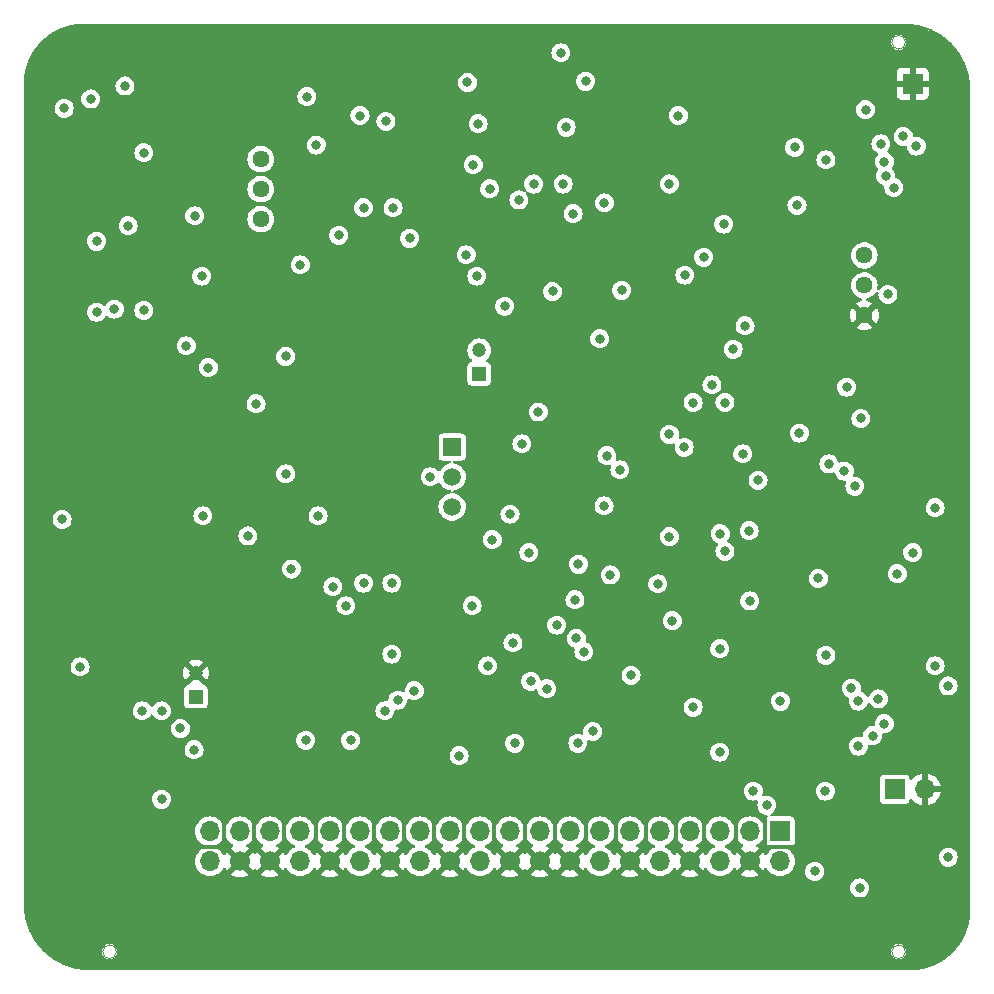
<source format=gbr>
G04 #@! TF.GenerationSoftware,KiCad,Pcbnew,7.0.11*
G04 #@! TF.CreationDate,2024-10-04T22:58:00-07:00*
G04 #@! TF.ProjectId,z5524,7a353532-342e-46b6-9963-61645f706362,0.4*
G04 #@! TF.SameCoordinates,PX3d83120PY6590fa0*
G04 #@! TF.FileFunction,Copper,L2,Inr*
G04 #@! TF.FilePolarity,Positive*
%FSLAX46Y46*%
G04 Gerber Fmt 4.6, Leading zero omitted, Abs format (unit mm)*
G04 Created by KiCad (PCBNEW 7.0.11) date 2024-10-04 22:58:00*
%MOMM*%
%LPD*%
G01*
G04 APERTURE LIST*
G04 Aperture macros list*
%AMHorizOval*
0 Thick line with rounded ends*
0 $1 width*
0 $2 $3 position (X,Y) of the first rounded end (center of the circle)*
0 $4 $5 position (X,Y) of the second rounded end (center of the circle)*
0 Add line between two ends*
20,1,$1,$2,$3,$4,$5,0*
0 Add two circle primitives to create the rounded ends*
1,1,$1,$2,$3*
1,1,$1,$4,$5*%
G04 Aperture macros list end*
G04 #@! TA.AperFunction,ComponentPad*
%ADD10R,1.700000X1.700000*%
G04 #@! TD*
G04 #@! TA.AperFunction,ComponentPad*
%ADD11O,1.700000X1.700000*%
G04 #@! TD*
G04 #@! TA.AperFunction,ComponentPad*
%ADD12HorizOval,1.700000X0.000000X0.000000X0.000000X0.000000X0*%
G04 #@! TD*
G04 #@! TA.AperFunction,ComponentPad*
%ADD13R,1.500000X1.500000*%
G04 #@! TD*
G04 #@! TA.AperFunction,ComponentPad*
%ADD14C,1.500000*%
G04 #@! TD*
G04 #@! TA.AperFunction,ComponentPad*
%ADD15R,1.200000X1.200000*%
G04 #@! TD*
G04 #@! TA.AperFunction,ComponentPad*
%ADD16C,1.200000*%
G04 #@! TD*
G04 #@! TA.AperFunction,ComponentPad*
%ADD17C,1.440000*%
G04 #@! TD*
G04 #@! TA.AperFunction,ViaPad*
%ADD18C,0.800000*%
G04 #@! TD*
G04 #@! TA.AperFunction,ViaPad*
%ADD19C,1.000000*%
G04 #@! TD*
G04 #@! TA.AperFunction,Conductor*
%ADD20C,0.300000*%
G04 #@! TD*
G04 #@! TA.AperFunction,Profile*
%ADD21C,0.150000*%
G04 #@! TD*
G04 #@! TA.AperFunction,Profile*
%ADD22C,0.050000*%
G04 #@! TD*
G04 APERTURE END LIST*
D10*
X64860000Y13300000D03*
D11*
X64860000Y10760000D03*
X62320000Y13300000D03*
D12*
X62320000Y10760000D03*
D11*
X59780000Y13300000D03*
X59780000Y10760000D03*
X57240000Y13300000D03*
D12*
X57240000Y10760000D03*
D11*
X54700000Y13300000D03*
X54700000Y10760000D03*
X52160000Y13300000D03*
D12*
X52160000Y10760000D03*
D11*
X49620000Y13300000D03*
X49620000Y10760000D03*
X47080000Y13300000D03*
D12*
X47080000Y10760000D03*
D11*
X44540000Y13300000D03*
D12*
X44540000Y10760000D03*
D11*
X42000000Y13300000D03*
D12*
X42000000Y10760000D03*
D11*
X39460000Y13300000D03*
X39460000Y10760000D03*
X36920000Y13300000D03*
D12*
X36920000Y10760000D03*
D11*
X34380000Y13300000D03*
X34380000Y10760000D03*
X31840000Y13300000D03*
D12*
X31840000Y10760000D03*
D11*
X29300000Y13300000D03*
X29300000Y10760000D03*
X26760000Y13300000D03*
D12*
X26760000Y10760000D03*
D11*
X24220000Y13300000D03*
X24220000Y10760000D03*
X21680000Y13300000D03*
D12*
X21680000Y10760000D03*
D11*
X19140000Y13300000D03*
D12*
X19140000Y10760000D03*
D11*
X16600000Y13300000D03*
X16600000Y10760000D03*
D10*
X74575000Y16850000D03*
D11*
X77115000Y16850000D03*
D13*
X37100000Y45840000D03*
D14*
X37100000Y43300000D03*
X37100000Y40760000D03*
D15*
X39400000Y52027400D03*
D16*
X39400000Y54027400D03*
D15*
X15400000Y24700000D03*
D16*
X15400000Y26700000D03*
D17*
X72000000Y62050000D03*
X72000000Y59510000D03*
X72000000Y56970000D03*
X20900000Y70200000D03*
X20900000Y67660000D03*
X20900000Y65120000D03*
D10*
X76100000Y76600000D03*
D18*
X20300000Y43500000D03*
X16000000Y41500000D03*
X33200000Y73800000D03*
X79100000Y70800000D03*
X76500000Y7900000D03*
X55250000Y18250000D03*
X67250000Y41500000D03*
X40400000Y19300000D03*
X54900000Y70400000D03*
X4500000Y30000000D03*
X39300000Y78100000D03*
X8500000Y14000000D03*
X38900000Y71400000D03*
X4100000Y38100000D03*
X23250000Y67250000D03*
X21875000Y52125000D03*
X57000000Y37500000D03*
X73200000Y73200000D03*
X3555000Y45345000D03*
X57250000Y47000000D03*
X76200000Y44000000D03*
X68100000Y18700000D03*
X58750000Y26250000D03*
X20800000Y27300000D03*
X22100000Y73300000D03*
X44000000Y27500000D03*
X20000000Y16250000D03*
X70000000Y33400000D03*
X72000000Y79000000D03*
X8700000Y6600000D03*
X20400000Y32800000D03*
X74800000Y42300000D03*
X33500000Y61500000D03*
X33300000Y39200000D03*
X18100000Y24200000D03*
X5500000Y79800000D03*
X53750000Y28000000D03*
X19100000Y78000000D03*
X41000000Y30500000D03*
X41000000Y63200000D03*
X55000000Y57750000D03*
X5300000Y33300000D03*
X17250000Y35250000D03*
X18100000Y30200000D03*
X3700000Y59700000D03*
X43000000Y17250000D03*
X64800000Y73500000D03*
X55000000Y22750000D03*
X78300000Y45400000D03*
X70450000Y28650000D03*
X16900000Y65300000D03*
X15500000Y48300000D03*
X3000000Y76000000D03*
X67500000Y11500000D03*
X77100000Y29800000D03*
X60900000Y32800000D03*
X58800000Y75500000D03*
X25400000Y16800000D03*
X32700000Y79300000D03*
X72900000Y47500000D03*
X44100000Y59000000D03*
X42800000Y64800000D03*
X54000000Y35250000D03*
X43500000Y33750000D03*
X67500000Y73750000D03*
X25750000Y38500000D03*
X6250000Y40250000D03*
X30000000Y62750000D03*
X43500000Y71500000D03*
X76250000Y53250000D03*
X29500000Y47750000D03*
X37700000Y59000000D03*
X8000000Y64750000D03*
X73900000Y19500000D03*
X50100000Y61100000D03*
X59800000Y58800000D03*
D19*
X5800000Y23000000D03*
D18*
X11000000Y32250000D03*
X65300000Y56000000D03*
X32000000Y50250000D03*
X21250000Y23500000D03*
X50500000Y51200000D03*
X3000000Y33300000D03*
X21600000Y43500000D03*
X44300000Y47300000D03*
X20300000Y45500000D03*
X28500000Y78200000D03*
X14000000Y66600000D03*
X3600000Y18400000D03*
X54100000Y37100000D03*
X14200000Y32700000D03*
X30100000Y75700000D03*
D19*
X9750000Y18250000D03*
D18*
X67925000Y23675000D03*
X25750000Y56250000D03*
X8800000Y51700000D03*
X64900000Y46900000D03*
X53700000Y6100000D03*
X77200000Y39200000D03*
X49000000Y23250000D03*
X68800000Y72700000D03*
X66700000Y63900000D03*
X42000000Y37000000D03*
X76200000Y64200000D03*
X77200000Y34500000D03*
X21550000Y45550000D03*
X20900000Y36600000D03*
X11500000Y53000000D03*
X37250000Y51000000D03*
X7000000Y59000000D03*
X52800000Y75700000D03*
X7600000Y33300000D03*
X78200000Y64200000D03*
X2800000Y66400000D03*
X45300000Y77700000D03*
X61750000Y28750000D03*
X25250000Y43750000D03*
X17250000Y74750000D03*
X10500000Y79100000D03*
X78300000Y49100000D03*
X15100000Y18500000D03*
X38500000Y34000000D03*
X13500000Y55000000D03*
X33400000Y32400000D03*
X74250000Y64750000D03*
X27700000Y75000000D03*
X51200000Y75700000D03*
X31200000Y19600000D03*
X62100000Y25000000D03*
X17250000Y62000000D03*
X8800000Y49700000D03*
X48500000Y66550000D03*
X45500000Y41750000D03*
X5600000Y27225000D03*
X44400000Y48800000D03*
X74800000Y35100000D03*
X45600000Y59000000D03*
X7000000Y63250000D03*
X56250000Y73900000D03*
X19800000Y38300000D03*
X47750000Y20750000D03*
X15300000Y65400000D03*
X4075500Y39700000D03*
X42400000Y20750000D03*
X45125000Y25375000D03*
X35250000Y43300000D03*
X48250000Y28500000D03*
X38895000Y69730046D03*
X50000000Y66500000D03*
X9400000Y76400000D03*
X62300000Y32800000D03*
X55500000Y38250000D03*
X20500000Y49500000D03*
X16000000Y40000000D03*
X25750000Y40000000D03*
X55750000Y31125000D03*
X4250000Y74500000D03*
X55500000Y46900000D03*
X56800000Y60380000D03*
X25600000Y71400000D03*
X39300000Y73200000D03*
X59750000Y20000000D03*
X59750000Y28750000D03*
X74000000Y58750000D03*
X67800000Y9900000D03*
X57500000Y23800000D03*
X66100000Y71200000D03*
X66500000Y47000000D03*
X73700000Y22400000D03*
X68700000Y16700000D03*
X62600000Y16700000D03*
X70300000Y43800000D03*
X63750000Y15500000D03*
X71200000Y42500000D03*
X24700000Y21000000D03*
X27494510Y63753802D03*
X24800000Y75500000D03*
X27000000Y34000000D03*
X46750000Y72905000D03*
X66300000Y66300000D03*
X43000000Y46100000D03*
X23500000Y35500000D03*
X59100000Y51100000D03*
X60200000Y37000000D03*
X28100000Y32385000D03*
X78000000Y27300000D03*
X78000000Y40700000D03*
X79100000Y11100000D03*
X79100000Y25600000D03*
X49000000Y21750000D03*
X28500000Y21000000D03*
X12500000Y16000000D03*
X12500000Y23500000D03*
X15250000Y20200000D03*
X31500000Y73400000D03*
X58400000Y61900000D03*
X75300000Y72125000D03*
X70900000Y25400000D03*
X24250000Y61250000D03*
X39200000Y60300000D03*
X71500000Y24325000D03*
X76400000Y71300000D03*
X73400000Y71500000D03*
X71600000Y8500000D03*
X64900000Y24300000D03*
X7000000Y57250000D03*
X42000000Y40150000D03*
X23000000Y53500000D03*
X23000000Y43557084D03*
X14600000Y54400000D03*
X16462500Y52562500D03*
X59800000Y38500000D03*
X31400000Y23500000D03*
X47343467Y65593467D03*
X40275000Y67700000D03*
X9675000Y64575000D03*
X55500000Y68100000D03*
X46300000Y79200000D03*
X72100000Y74400000D03*
X38400000Y76700000D03*
X73700000Y70000000D03*
X48400000Y76800000D03*
X68750000Y70150000D03*
X73200000Y24500000D03*
X76100000Y36900000D03*
X32500000Y24400000D03*
X29600000Y34300000D03*
X37700000Y19700000D03*
X52250000Y26500000D03*
X14100000Y22000000D03*
X71500000Y20500000D03*
X60100000Y64700000D03*
X42750000Y66750000D03*
X40100000Y27300000D03*
X45950000Y30750000D03*
X15900000Y60300000D03*
X41550000Y57750000D03*
X33500000Y63500000D03*
X38300000Y62100000D03*
X44000000Y68100000D03*
X46500000Y68100000D03*
X49962500Y40850000D03*
X61900000Y56100000D03*
X51300000Y43900000D03*
X50500000Y35000000D03*
X60200000Y49600000D03*
X57500000Y49600000D03*
X73800000Y68800000D03*
X8500000Y57500000D03*
X74500000Y67800000D03*
X11000000Y57400000D03*
X10850000Y23500000D03*
X72700000Y21400000D03*
X69000000Y44400000D03*
X71700000Y48250000D03*
X70500000Y50900000D03*
X61700000Y45250000D03*
X60900000Y54100000D03*
X49600000Y55000000D03*
X29600000Y66100000D03*
X32100000Y66100000D03*
X6500000Y75300000D03*
X11000000Y70750000D03*
X29300000Y73900000D03*
X51449500Y59100000D03*
X33900000Y25200000D03*
X40500000Y38000000D03*
X43600000Y36900000D03*
X38800000Y32400000D03*
X42250000Y29250000D03*
X47500000Y32900000D03*
X54500000Y34250000D03*
X47800000Y35900000D03*
X56750000Y45800000D03*
X63000000Y43000000D03*
X68750000Y28200000D03*
X68100000Y34700000D03*
X50200000Y45100000D03*
X62250000Y38750000D03*
X32000000Y28300000D03*
X43750000Y26000000D03*
X32000000Y34300000D03*
X47625000Y29625000D03*
D20*
X62320000Y10760000D02*
X61120000Y11960000D01*
X40660000Y12100000D02*
X40660000Y14540000D01*
X50960000Y11960000D02*
X50960000Y14460000D01*
X38120000Y11960000D02*
X38120000Y14680000D01*
X33040000Y11960000D02*
X33040000Y14460000D01*
X25560000Y11960000D02*
X25560000Y14560000D01*
X48420000Y12100000D02*
X48420000Y14480000D01*
X30500000Y12100000D02*
X30500000Y14600000D01*
X61120000Y11960000D02*
X61120000Y14380000D01*
X47080000Y10760000D02*
X45820000Y12020000D01*
X63600000Y12040000D02*
X63600000Y14500000D01*
X20340000Y12100000D02*
X20340000Y12200000D01*
X52160000Y10760000D02*
X50960000Y11960000D01*
X27960000Y11960000D02*
X27960000Y14340000D01*
X17800000Y12100000D02*
X17800000Y14700000D01*
X31840000Y10760000D02*
X30500000Y12100000D01*
X63430000Y11870000D02*
X63600000Y12040000D01*
X52160000Y10760000D02*
X53500000Y12100000D01*
X62320000Y10760000D02*
X63430000Y11870000D01*
X31840000Y10760000D02*
X33040000Y11960000D01*
X35600000Y12080000D02*
X35600000Y14700000D01*
X21680000Y10760000D02*
X20340000Y12100000D01*
X43300000Y12060000D02*
X43300000Y14500000D01*
X36920000Y10760000D02*
X35600000Y12080000D01*
X63520000Y11960000D02*
X66440000Y11960000D01*
X47080000Y10760000D02*
X48420000Y12100000D01*
X56040000Y11960000D02*
X56040000Y14560000D01*
X63430000Y11870000D02*
X63520000Y11960000D01*
X19140000Y10760000D02*
X20340000Y11960000D01*
X20340000Y11960000D02*
X20340000Y12200000D01*
X20340000Y12200000D02*
X20340000Y14660000D01*
X26760000Y10760000D02*
X25560000Y11960000D01*
X57240000Y10760000D02*
X58440000Y11960000D01*
X45820000Y12020000D02*
X45800000Y12020000D01*
X44540000Y10760000D02*
X43300000Y12000000D01*
X17900000Y12000000D02*
X15000000Y12000000D01*
X57240000Y10760000D02*
X56040000Y11960000D01*
X42000000Y10760000D02*
X40660000Y12100000D01*
X36920000Y10760000D02*
X38120000Y11960000D01*
X43300000Y12000000D02*
X43300000Y12060000D01*
X44540000Y10760000D02*
X45800000Y12020000D01*
X19140000Y10760000D02*
X17800000Y12100000D01*
X26760000Y10760000D02*
X27960000Y11960000D01*
X58440000Y11960000D02*
X58440000Y14340000D01*
X42000000Y10760000D02*
X43300000Y12060000D01*
X22900000Y11980000D02*
X22900000Y14500000D01*
X19140000Y10760000D02*
X17900000Y12000000D01*
X21680000Y10760000D02*
X22900000Y11980000D01*
X45800000Y12020000D02*
X45800000Y14700000D01*
X53500000Y12100000D02*
X53500000Y14400000D01*
G04 #@! TA.AperFunction,Conductor*
G36*
X17938959Y12871900D02*
G01*
X17984194Y12819698D01*
X18052898Y12672361D01*
X18178402Y12493123D01*
X18333123Y12338402D01*
X18333126Y12338400D01*
X18512359Y12212899D01*
X18512360Y12212899D01*
X18512361Y12212898D01*
X18532022Y12203730D01*
X18585307Y12156815D01*
X18604769Y12088538D01*
X18584228Y12020577D01*
X18538743Y11978722D01*
X18394705Y11900773D01*
X18394693Y11900765D01*
X18374311Y11884901D01*
X18374310Y11884900D01*
X19012412Y11246798D01*
X18997685Y11244680D01*
X18866900Y11184952D01*
X18758239Y11090798D01*
X18680507Y10969844D01*
X18655639Y10885151D01*
X18016921Y11523869D01*
X18016920Y11523868D01*
X17941586Y11408561D01*
X17941579Y11408547D01*
X17925382Y11371621D01*
X17879701Y11317272D01*
X17811888Y11296249D01*
X17743474Y11315226D01*
X17696181Y11368177D01*
X17695800Y11368985D01*
X17687100Y11387642D01*
X17561604Y11566869D01*
X17561601Y11566873D01*
X17561598Y11566877D01*
X17406877Y11721598D01*
X17395140Y11729816D01*
X17227639Y11847102D01*
X17080302Y11915806D01*
X17027019Y11962722D01*
X17007558Y12030999D01*
X17028100Y12098959D01*
X17080302Y12144195D01*
X17227639Y12212898D01*
X17406877Y12338402D01*
X17561598Y12493123D01*
X17687102Y12672361D01*
X17755805Y12819698D01*
X17802722Y12872981D01*
X17870999Y12892442D01*
X17938959Y12871900D01*
G37*
G04 #@! TD.AperFunction*
G04 #@! TA.AperFunction,Conductor*
G36*
X20478959Y12871900D02*
G01*
X20524194Y12819698D01*
X20592898Y12672361D01*
X20718402Y12493123D01*
X20873123Y12338402D01*
X20873126Y12338400D01*
X21052359Y12212899D01*
X21052360Y12212899D01*
X21052361Y12212898D01*
X21072022Y12203730D01*
X21125307Y12156815D01*
X21144769Y12088538D01*
X21124228Y12020577D01*
X21078743Y11978722D01*
X20934705Y11900773D01*
X20934693Y11900765D01*
X20914311Y11884901D01*
X20914310Y11884900D01*
X21552412Y11246798D01*
X21537685Y11244680D01*
X21406900Y11184952D01*
X21298239Y11090798D01*
X21220507Y10969844D01*
X21195639Y10885151D01*
X20556921Y11523869D01*
X20556920Y11523868D01*
X20515482Y11460442D01*
X20461479Y11414353D01*
X20391131Y11404778D01*
X20326773Y11434755D01*
X20304516Y11460442D01*
X20263078Y11523868D01*
X19624360Y10885152D01*
X19599493Y10969844D01*
X19521761Y11090798D01*
X19413100Y11184952D01*
X19282315Y11244680D01*
X19267586Y11246798D01*
X19905688Y11884900D01*
X19905687Y11884901D01*
X19885308Y11900763D01*
X19885303Y11900766D01*
X19741256Y11978721D01*
X19690866Y12028735D01*
X19675514Y12098052D01*
X19700075Y12164665D01*
X19747976Y12203730D01*
X19767639Y12212898D01*
X19946877Y12338402D01*
X20101598Y12493123D01*
X20227102Y12672361D01*
X20295805Y12819698D01*
X20342722Y12872981D01*
X20410999Y12892442D01*
X20478959Y12871900D01*
G37*
G04 #@! TD.AperFunction*
G04 #@! TA.AperFunction,Conductor*
G36*
X25558959Y12871900D02*
G01*
X25604194Y12819698D01*
X25672898Y12672361D01*
X25798402Y12493123D01*
X25953123Y12338402D01*
X25953126Y12338400D01*
X26132359Y12212899D01*
X26132360Y12212899D01*
X26132361Y12212898D01*
X26152022Y12203730D01*
X26205307Y12156815D01*
X26224769Y12088538D01*
X26204228Y12020577D01*
X26158743Y11978722D01*
X26014705Y11900773D01*
X26014693Y11900765D01*
X25994311Y11884901D01*
X25994310Y11884900D01*
X26632412Y11246798D01*
X26617685Y11244680D01*
X26486900Y11184952D01*
X26378239Y11090798D01*
X26300507Y10969844D01*
X26275639Y10885151D01*
X25636921Y11523869D01*
X25636920Y11523868D01*
X25561586Y11408561D01*
X25561579Y11408547D01*
X25545382Y11371621D01*
X25499701Y11317272D01*
X25431888Y11296249D01*
X25363474Y11315226D01*
X25316181Y11368177D01*
X25315800Y11368985D01*
X25307100Y11387642D01*
X25181604Y11566869D01*
X25181601Y11566873D01*
X25181598Y11566877D01*
X25026877Y11721598D01*
X25015140Y11729816D01*
X24847639Y11847102D01*
X24700302Y11915806D01*
X24647019Y11962722D01*
X24627558Y12030999D01*
X24648100Y12098959D01*
X24700302Y12144195D01*
X24847639Y12212898D01*
X25026877Y12338402D01*
X25181598Y12493123D01*
X25307102Y12672361D01*
X25375805Y12819698D01*
X25422722Y12872981D01*
X25490999Y12892442D01*
X25558959Y12871900D01*
G37*
G04 #@! TD.AperFunction*
G04 #@! TA.AperFunction,Conductor*
G36*
X30638959Y12871900D02*
G01*
X30684194Y12819698D01*
X30752898Y12672361D01*
X30878402Y12493123D01*
X31033123Y12338402D01*
X31033126Y12338400D01*
X31212359Y12212899D01*
X31212360Y12212899D01*
X31212361Y12212898D01*
X31232022Y12203730D01*
X31285307Y12156815D01*
X31304769Y12088538D01*
X31284228Y12020577D01*
X31238743Y11978722D01*
X31094705Y11900773D01*
X31094693Y11900765D01*
X31074311Y11884901D01*
X31074310Y11884900D01*
X31712412Y11246798D01*
X31697685Y11244680D01*
X31566900Y11184952D01*
X31458239Y11090798D01*
X31380507Y10969844D01*
X31355639Y10885151D01*
X30716921Y11523869D01*
X30716920Y11523868D01*
X30641586Y11408561D01*
X30641579Y11408547D01*
X30625382Y11371621D01*
X30579701Y11317272D01*
X30511888Y11296249D01*
X30443474Y11315226D01*
X30396181Y11368177D01*
X30395800Y11368985D01*
X30387100Y11387642D01*
X30261604Y11566869D01*
X30261601Y11566873D01*
X30261598Y11566877D01*
X30106877Y11721598D01*
X30095140Y11729816D01*
X29927639Y11847102D01*
X29780302Y11915806D01*
X29727019Y11962722D01*
X29707558Y12030999D01*
X29728100Y12098959D01*
X29780302Y12144195D01*
X29927639Y12212898D01*
X30106877Y12338402D01*
X30261598Y12493123D01*
X30387102Y12672361D01*
X30455805Y12819698D01*
X30502722Y12872981D01*
X30570999Y12892442D01*
X30638959Y12871900D01*
G37*
G04 #@! TD.AperFunction*
G04 #@! TA.AperFunction,Conductor*
G36*
X35718959Y12871900D02*
G01*
X35764194Y12819698D01*
X35832898Y12672361D01*
X35958402Y12493123D01*
X36113123Y12338402D01*
X36113126Y12338400D01*
X36292359Y12212899D01*
X36292360Y12212899D01*
X36292361Y12212898D01*
X36312022Y12203730D01*
X36365307Y12156815D01*
X36384769Y12088538D01*
X36364228Y12020577D01*
X36318743Y11978722D01*
X36174705Y11900773D01*
X36174693Y11900765D01*
X36154311Y11884901D01*
X36154310Y11884900D01*
X36792412Y11246798D01*
X36777685Y11244680D01*
X36646900Y11184952D01*
X36538239Y11090798D01*
X36460507Y10969844D01*
X36435639Y10885151D01*
X35796921Y11523869D01*
X35796920Y11523868D01*
X35721586Y11408561D01*
X35721579Y11408547D01*
X35705382Y11371621D01*
X35659701Y11317272D01*
X35591888Y11296249D01*
X35523474Y11315226D01*
X35476181Y11368177D01*
X35475800Y11368985D01*
X35467100Y11387642D01*
X35341604Y11566869D01*
X35341601Y11566873D01*
X35341598Y11566877D01*
X35186877Y11721598D01*
X35175140Y11729816D01*
X35007639Y11847102D01*
X34860302Y11915806D01*
X34807019Y11962722D01*
X34787558Y12030999D01*
X34808100Y12098959D01*
X34860302Y12144195D01*
X35007639Y12212898D01*
X35186877Y12338402D01*
X35341598Y12493123D01*
X35467102Y12672361D01*
X35535805Y12819698D01*
X35582722Y12872981D01*
X35650999Y12892442D01*
X35718959Y12871900D01*
G37*
G04 #@! TD.AperFunction*
G04 #@! TA.AperFunction,Conductor*
G36*
X40798959Y12871900D02*
G01*
X40844194Y12819698D01*
X40912898Y12672361D01*
X41038402Y12493123D01*
X41193123Y12338402D01*
X41193126Y12338400D01*
X41372359Y12212899D01*
X41372360Y12212899D01*
X41372361Y12212898D01*
X41392022Y12203730D01*
X41445307Y12156815D01*
X41464769Y12088538D01*
X41444228Y12020577D01*
X41398743Y11978722D01*
X41254705Y11900773D01*
X41254693Y11900765D01*
X41234311Y11884901D01*
X41234310Y11884900D01*
X41872412Y11246798D01*
X41857685Y11244680D01*
X41726900Y11184952D01*
X41618239Y11090798D01*
X41540507Y10969844D01*
X41515639Y10885151D01*
X40876921Y11523869D01*
X40876920Y11523868D01*
X40801586Y11408561D01*
X40801579Y11408547D01*
X40785382Y11371621D01*
X40739701Y11317272D01*
X40671888Y11296249D01*
X40603474Y11315226D01*
X40556181Y11368177D01*
X40555800Y11368985D01*
X40547100Y11387642D01*
X40421604Y11566869D01*
X40421601Y11566873D01*
X40421598Y11566877D01*
X40266877Y11721598D01*
X40255140Y11729816D01*
X40087639Y11847102D01*
X39940302Y11915806D01*
X39887019Y11962722D01*
X39867558Y12030999D01*
X39888100Y12098959D01*
X39940302Y12144195D01*
X40087639Y12212898D01*
X40266877Y12338402D01*
X40421598Y12493123D01*
X40547102Y12672361D01*
X40615805Y12819698D01*
X40662722Y12872981D01*
X40730999Y12892442D01*
X40798959Y12871900D01*
G37*
G04 #@! TD.AperFunction*
G04 #@! TA.AperFunction,Conductor*
G36*
X43338959Y12871900D02*
G01*
X43384194Y12819698D01*
X43452898Y12672361D01*
X43578402Y12493123D01*
X43733123Y12338402D01*
X43733126Y12338400D01*
X43912359Y12212899D01*
X43912360Y12212899D01*
X43912361Y12212898D01*
X43932022Y12203730D01*
X43985307Y12156815D01*
X44004769Y12088538D01*
X43984228Y12020577D01*
X43938743Y11978722D01*
X43794705Y11900773D01*
X43794693Y11900765D01*
X43774311Y11884901D01*
X43774310Y11884900D01*
X44412412Y11246798D01*
X44397685Y11244680D01*
X44266900Y11184952D01*
X44158239Y11090798D01*
X44080507Y10969844D01*
X44055639Y10885151D01*
X43416921Y11523869D01*
X43416920Y11523868D01*
X43375482Y11460442D01*
X43321479Y11414353D01*
X43251131Y11404778D01*
X43186773Y11434755D01*
X43164516Y11460442D01*
X43123078Y11523868D01*
X42484360Y10885152D01*
X42459493Y10969844D01*
X42381761Y11090798D01*
X42273100Y11184952D01*
X42142315Y11244680D01*
X42127586Y11246798D01*
X42765688Y11884900D01*
X42765687Y11884901D01*
X42745308Y11900763D01*
X42745303Y11900766D01*
X42601256Y11978721D01*
X42550866Y12028735D01*
X42535514Y12098052D01*
X42560075Y12164665D01*
X42607976Y12203730D01*
X42627639Y12212898D01*
X42806877Y12338402D01*
X42961598Y12493123D01*
X43087102Y12672361D01*
X43155805Y12819698D01*
X43202722Y12872981D01*
X43270999Y12892442D01*
X43338959Y12871900D01*
G37*
G04 #@! TD.AperFunction*
G04 #@! TA.AperFunction,Conductor*
G36*
X45878959Y12871900D02*
G01*
X45924194Y12819698D01*
X45992898Y12672361D01*
X46118402Y12493123D01*
X46273123Y12338402D01*
X46273126Y12338400D01*
X46452359Y12212899D01*
X46452360Y12212899D01*
X46452361Y12212898D01*
X46472022Y12203730D01*
X46525307Y12156815D01*
X46544769Y12088538D01*
X46524228Y12020577D01*
X46478743Y11978722D01*
X46334705Y11900773D01*
X46334693Y11900765D01*
X46314311Y11884901D01*
X46314310Y11884900D01*
X46952412Y11246798D01*
X46937685Y11244680D01*
X46806900Y11184952D01*
X46698239Y11090798D01*
X46620507Y10969844D01*
X46595639Y10885151D01*
X45956921Y11523869D01*
X45956920Y11523868D01*
X45915482Y11460442D01*
X45861479Y11414353D01*
X45791131Y11404778D01*
X45726773Y11434755D01*
X45704516Y11460442D01*
X45663078Y11523868D01*
X45024360Y10885152D01*
X44999493Y10969844D01*
X44921761Y11090798D01*
X44813100Y11184952D01*
X44682315Y11244680D01*
X44667586Y11246798D01*
X45305688Y11884900D01*
X45305687Y11884901D01*
X45285308Y11900763D01*
X45285303Y11900766D01*
X45141256Y11978721D01*
X45090866Y12028735D01*
X45075514Y12098052D01*
X45100075Y12164665D01*
X45147976Y12203730D01*
X45167639Y12212898D01*
X45346877Y12338402D01*
X45501598Y12493123D01*
X45627102Y12672361D01*
X45695805Y12819698D01*
X45742722Y12872981D01*
X45810999Y12892442D01*
X45878959Y12871900D01*
G37*
G04 #@! TD.AperFunction*
G04 #@! TA.AperFunction,Conductor*
G36*
X50958959Y12871900D02*
G01*
X51004194Y12819698D01*
X51072898Y12672361D01*
X51198402Y12493123D01*
X51353123Y12338402D01*
X51353126Y12338400D01*
X51532359Y12212899D01*
X51532360Y12212899D01*
X51532361Y12212898D01*
X51552022Y12203730D01*
X51605307Y12156815D01*
X51624769Y12088538D01*
X51604228Y12020577D01*
X51558743Y11978722D01*
X51414705Y11900773D01*
X51414693Y11900765D01*
X51394311Y11884901D01*
X51394310Y11884900D01*
X52032412Y11246798D01*
X52017685Y11244680D01*
X51886900Y11184952D01*
X51778239Y11090798D01*
X51700507Y10969844D01*
X51675639Y10885151D01*
X51036921Y11523869D01*
X51036920Y11523868D01*
X50961586Y11408561D01*
X50961579Y11408547D01*
X50945382Y11371621D01*
X50899701Y11317272D01*
X50831888Y11296249D01*
X50763474Y11315226D01*
X50716181Y11368177D01*
X50715800Y11368985D01*
X50707100Y11387642D01*
X50581604Y11566869D01*
X50581601Y11566873D01*
X50581598Y11566877D01*
X50426877Y11721598D01*
X50415140Y11729816D01*
X50247639Y11847102D01*
X50100302Y11915806D01*
X50047019Y11962722D01*
X50027558Y12030999D01*
X50048100Y12098959D01*
X50100302Y12144195D01*
X50247639Y12212898D01*
X50426877Y12338402D01*
X50581598Y12493123D01*
X50707102Y12672361D01*
X50775805Y12819698D01*
X50822722Y12872981D01*
X50890999Y12892442D01*
X50958959Y12871900D01*
G37*
G04 #@! TD.AperFunction*
G04 #@! TA.AperFunction,Conductor*
G36*
X56038959Y12871900D02*
G01*
X56084194Y12819698D01*
X56152898Y12672361D01*
X56278402Y12493123D01*
X56433123Y12338402D01*
X56433126Y12338400D01*
X56612359Y12212899D01*
X56612360Y12212899D01*
X56612361Y12212898D01*
X56632022Y12203730D01*
X56685307Y12156815D01*
X56704769Y12088538D01*
X56684228Y12020577D01*
X56638743Y11978722D01*
X56494705Y11900773D01*
X56494693Y11900765D01*
X56474311Y11884901D01*
X56474310Y11884900D01*
X57112412Y11246798D01*
X57097685Y11244680D01*
X56966900Y11184952D01*
X56858239Y11090798D01*
X56780507Y10969844D01*
X56755639Y10885151D01*
X56116921Y11523869D01*
X56116920Y11523868D01*
X56041586Y11408561D01*
X56041579Y11408547D01*
X56025382Y11371621D01*
X55979701Y11317272D01*
X55911888Y11296249D01*
X55843474Y11315226D01*
X55796181Y11368177D01*
X55795800Y11368985D01*
X55787100Y11387642D01*
X55661604Y11566869D01*
X55661601Y11566873D01*
X55661598Y11566877D01*
X55506877Y11721598D01*
X55495140Y11729816D01*
X55327639Y11847102D01*
X55180302Y11915806D01*
X55127019Y11962722D01*
X55107558Y12030999D01*
X55128100Y12098959D01*
X55180302Y12144195D01*
X55327639Y12212898D01*
X55506877Y12338402D01*
X55661598Y12493123D01*
X55787102Y12672361D01*
X55855805Y12819698D01*
X55902722Y12872981D01*
X55970999Y12892442D01*
X56038959Y12871900D01*
G37*
G04 #@! TD.AperFunction*
G04 #@! TA.AperFunction,Conductor*
G36*
X61118959Y12871900D02*
G01*
X61164194Y12819698D01*
X61232898Y12672361D01*
X61358402Y12493123D01*
X61513123Y12338402D01*
X61513126Y12338400D01*
X61692359Y12212899D01*
X61692360Y12212899D01*
X61692361Y12212898D01*
X61712022Y12203730D01*
X61765307Y12156815D01*
X61784769Y12088538D01*
X61764228Y12020577D01*
X61718743Y11978722D01*
X61574705Y11900773D01*
X61574693Y11900765D01*
X61554311Y11884901D01*
X61554310Y11884900D01*
X62192412Y11246798D01*
X62177685Y11244680D01*
X62046900Y11184952D01*
X61938239Y11090798D01*
X61860507Y10969844D01*
X61835639Y10885151D01*
X61196921Y11523869D01*
X61196920Y11523868D01*
X61121586Y11408561D01*
X61121579Y11408547D01*
X61105382Y11371621D01*
X61059701Y11317272D01*
X60991888Y11296249D01*
X60923474Y11315226D01*
X60876181Y11368177D01*
X60875800Y11368985D01*
X60867100Y11387642D01*
X60741604Y11566869D01*
X60741601Y11566873D01*
X60741598Y11566877D01*
X60586877Y11721598D01*
X60575140Y11729816D01*
X60407639Y11847102D01*
X60260302Y11915806D01*
X60207019Y11962722D01*
X60187558Y12030999D01*
X60208100Y12098959D01*
X60260302Y12144195D01*
X60407639Y12212898D01*
X60586877Y12338402D01*
X60741598Y12493123D01*
X60867102Y12672361D01*
X60935805Y12819698D01*
X60982722Y12872981D01*
X61050999Y12892442D01*
X61118959Y12871900D01*
G37*
G04 #@! TD.AperFunction*
G04 #@! TA.AperFunction,Conductor*
G36*
X23018959Y12871900D02*
G01*
X23064194Y12819698D01*
X23132898Y12672361D01*
X23258402Y12493123D01*
X23413123Y12338402D01*
X23592361Y12212898D01*
X23731485Y12148024D01*
X23739695Y12144195D01*
X23792980Y12097278D01*
X23812441Y12029000D01*
X23791899Y11961040D01*
X23739695Y11915805D01*
X23592358Y11847101D01*
X23413131Y11721605D01*
X23413120Y11721596D01*
X23258404Y11566880D01*
X23258395Y11566869D01*
X23132899Y11387642D01*
X23132898Y11387640D01*
X23124197Y11368981D01*
X23077278Y11315698D01*
X23009000Y11296239D01*
X22941041Y11316783D01*
X22894977Y11370807D01*
X22894616Y11371623D01*
X22878419Y11408550D01*
X22803077Y11523868D01*
X22164360Y10885152D01*
X22139493Y10969844D01*
X22061761Y11090798D01*
X21953100Y11184952D01*
X21822315Y11244680D01*
X21807586Y11246798D01*
X22445688Y11884900D01*
X22445687Y11884901D01*
X22425308Y11900763D01*
X22425303Y11900766D01*
X22281256Y11978721D01*
X22230866Y12028735D01*
X22215514Y12098052D01*
X22240075Y12164665D01*
X22287976Y12203730D01*
X22307639Y12212898D01*
X22486877Y12338402D01*
X22641598Y12493123D01*
X22767102Y12672361D01*
X22835805Y12819698D01*
X22882722Y12872981D01*
X22950999Y12892442D01*
X23018959Y12871900D01*
G37*
G04 #@! TD.AperFunction*
G04 #@! TA.AperFunction,Conductor*
G36*
X28098959Y12871900D02*
G01*
X28144194Y12819698D01*
X28212898Y12672361D01*
X28338402Y12493123D01*
X28493123Y12338402D01*
X28672361Y12212898D01*
X28811485Y12148024D01*
X28819695Y12144195D01*
X28872980Y12097278D01*
X28892441Y12029000D01*
X28871899Y11961040D01*
X28819695Y11915805D01*
X28672358Y11847101D01*
X28493131Y11721605D01*
X28493120Y11721596D01*
X28338404Y11566880D01*
X28338395Y11566869D01*
X28212899Y11387642D01*
X28212898Y11387640D01*
X28204197Y11368981D01*
X28157278Y11315698D01*
X28089000Y11296239D01*
X28021041Y11316783D01*
X27974977Y11370807D01*
X27974616Y11371623D01*
X27958419Y11408550D01*
X27883077Y11523868D01*
X27244360Y10885152D01*
X27219493Y10969844D01*
X27141761Y11090798D01*
X27033100Y11184952D01*
X26902315Y11244680D01*
X26887586Y11246798D01*
X27525688Y11884900D01*
X27525687Y11884901D01*
X27505308Y11900763D01*
X27505303Y11900766D01*
X27361256Y11978721D01*
X27310866Y12028735D01*
X27295514Y12098052D01*
X27320075Y12164665D01*
X27367976Y12203730D01*
X27387639Y12212898D01*
X27566877Y12338402D01*
X27721598Y12493123D01*
X27847102Y12672361D01*
X27915805Y12819698D01*
X27962722Y12872981D01*
X28030999Y12892442D01*
X28098959Y12871900D01*
G37*
G04 #@! TD.AperFunction*
G04 #@! TA.AperFunction,Conductor*
G36*
X33178959Y12871900D02*
G01*
X33224194Y12819698D01*
X33292898Y12672361D01*
X33418402Y12493123D01*
X33573123Y12338402D01*
X33752361Y12212898D01*
X33891485Y12148024D01*
X33899695Y12144195D01*
X33952980Y12097278D01*
X33972441Y12029000D01*
X33951899Y11961040D01*
X33899695Y11915805D01*
X33752358Y11847101D01*
X33573131Y11721605D01*
X33573120Y11721596D01*
X33418404Y11566880D01*
X33418395Y11566869D01*
X33292899Y11387642D01*
X33292898Y11387640D01*
X33284197Y11368981D01*
X33237278Y11315698D01*
X33169000Y11296239D01*
X33101041Y11316783D01*
X33054977Y11370807D01*
X33054616Y11371623D01*
X33038419Y11408550D01*
X32963077Y11523868D01*
X32324360Y10885152D01*
X32299493Y10969844D01*
X32221761Y11090798D01*
X32113100Y11184952D01*
X31982315Y11244680D01*
X31967586Y11246798D01*
X32605688Y11884900D01*
X32605687Y11884901D01*
X32585308Y11900763D01*
X32585303Y11900766D01*
X32441256Y11978721D01*
X32390866Y12028735D01*
X32375514Y12098052D01*
X32400075Y12164665D01*
X32447976Y12203730D01*
X32467639Y12212898D01*
X32646877Y12338402D01*
X32801598Y12493123D01*
X32927102Y12672361D01*
X32995805Y12819698D01*
X33042722Y12872981D01*
X33110999Y12892442D01*
X33178959Y12871900D01*
G37*
G04 #@! TD.AperFunction*
G04 #@! TA.AperFunction,Conductor*
G36*
X38258959Y12871900D02*
G01*
X38304194Y12819698D01*
X38372898Y12672361D01*
X38498402Y12493123D01*
X38653123Y12338402D01*
X38832361Y12212898D01*
X38971485Y12148024D01*
X38979695Y12144195D01*
X39032980Y12097278D01*
X39052441Y12029000D01*
X39031899Y11961040D01*
X38979695Y11915805D01*
X38832358Y11847101D01*
X38653131Y11721605D01*
X38653120Y11721596D01*
X38498404Y11566880D01*
X38498395Y11566869D01*
X38372899Y11387642D01*
X38372898Y11387640D01*
X38364197Y11368981D01*
X38317278Y11315698D01*
X38249000Y11296239D01*
X38181041Y11316783D01*
X38134977Y11370807D01*
X38134616Y11371623D01*
X38118419Y11408550D01*
X38043077Y11523868D01*
X37404360Y10885152D01*
X37379493Y10969844D01*
X37301761Y11090798D01*
X37193100Y11184952D01*
X37062315Y11244680D01*
X37047586Y11246798D01*
X37685688Y11884900D01*
X37685687Y11884901D01*
X37665308Y11900763D01*
X37665303Y11900766D01*
X37521256Y11978721D01*
X37470866Y12028735D01*
X37455514Y12098052D01*
X37480075Y12164665D01*
X37527976Y12203730D01*
X37547639Y12212898D01*
X37726877Y12338402D01*
X37881598Y12493123D01*
X38007102Y12672361D01*
X38075805Y12819698D01*
X38122722Y12872981D01*
X38190999Y12892442D01*
X38258959Y12871900D01*
G37*
G04 #@! TD.AperFunction*
G04 #@! TA.AperFunction,Conductor*
G36*
X48418959Y12871900D02*
G01*
X48464194Y12819698D01*
X48532898Y12672361D01*
X48658402Y12493123D01*
X48813123Y12338402D01*
X48992361Y12212898D01*
X49131485Y12148024D01*
X49139695Y12144195D01*
X49192980Y12097278D01*
X49212441Y12029000D01*
X49191899Y11961040D01*
X49139695Y11915805D01*
X48992358Y11847101D01*
X48813131Y11721605D01*
X48813120Y11721596D01*
X48658404Y11566880D01*
X48658395Y11566869D01*
X48532899Y11387642D01*
X48532898Y11387640D01*
X48524197Y11368981D01*
X48477278Y11315698D01*
X48409000Y11296239D01*
X48341041Y11316783D01*
X48294977Y11370807D01*
X48294616Y11371623D01*
X48278419Y11408550D01*
X48203077Y11523868D01*
X47564360Y10885152D01*
X47539493Y10969844D01*
X47461761Y11090798D01*
X47353100Y11184952D01*
X47222315Y11244680D01*
X47207586Y11246798D01*
X47845688Y11884900D01*
X47845687Y11884901D01*
X47825308Y11900763D01*
X47825303Y11900766D01*
X47681256Y11978721D01*
X47630866Y12028735D01*
X47615514Y12098052D01*
X47640075Y12164665D01*
X47687976Y12203730D01*
X47707639Y12212898D01*
X47886877Y12338402D01*
X48041598Y12493123D01*
X48167102Y12672361D01*
X48235805Y12819698D01*
X48282722Y12872981D01*
X48350999Y12892442D01*
X48418959Y12871900D01*
G37*
G04 #@! TD.AperFunction*
G04 #@! TA.AperFunction,Conductor*
G36*
X53498959Y12871900D02*
G01*
X53544194Y12819698D01*
X53612898Y12672361D01*
X53738402Y12493123D01*
X53893123Y12338402D01*
X54072361Y12212898D01*
X54211485Y12148024D01*
X54219695Y12144195D01*
X54272980Y12097278D01*
X54292441Y12029000D01*
X54271899Y11961040D01*
X54219695Y11915805D01*
X54072358Y11847101D01*
X53893131Y11721605D01*
X53893120Y11721596D01*
X53738404Y11566880D01*
X53738395Y11566869D01*
X53612899Y11387642D01*
X53612898Y11387640D01*
X53604197Y11368981D01*
X53557278Y11315698D01*
X53489000Y11296239D01*
X53421041Y11316783D01*
X53374977Y11370807D01*
X53374616Y11371623D01*
X53358419Y11408550D01*
X53283077Y11523868D01*
X52644360Y10885152D01*
X52619493Y10969844D01*
X52541761Y11090798D01*
X52433100Y11184952D01*
X52302315Y11244680D01*
X52287586Y11246798D01*
X52925688Y11884900D01*
X52925687Y11884901D01*
X52905308Y11900763D01*
X52905303Y11900766D01*
X52761256Y11978721D01*
X52710866Y12028735D01*
X52695514Y12098052D01*
X52720075Y12164665D01*
X52767976Y12203730D01*
X52787639Y12212898D01*
X52966877Y12338402D01*
X53121598Y12493123D01*
X53247102Y12672361D01*
X53315805Y12819698D01*
X53362722Y12872981D01*
X53430999Y12892442D01*
X53498959Y12871900D01*
G37*
G04 #@! TD.AperFunction*
G04 #@! TA.AperFunction,Conductor*
G36*
X58578959Y12871900D02*
G01*
X58624194Y12819698D01*
X58692898Y12672361D01*
X58818402Y12493123D01*
X58973123Y12338402D01*
X59152361Y12212898D01*
X59291485Y12148024D01*
X59299695Y12144195D01*
X59352980Y12097278D01*
X59372441Y12029000D01*
X59351899Y11961040D01*
X59299695Y11915805D01*
X59152358Y11847101D01*
X58973131Y11721605D01*
X58973120Y11721596D01*
X58818404Y11566880D01*
X58818395Y11566869D01*
X58692899Y11387642D01*
X58692898Y11387640D01*
X58684197Y11368981D01*
X58637278Y11315698D01*
X58569000Y11296239D01*
X58501041Y11316783D01*
X58454977Y11370807D01*
X58454616Y11371623D01*
X58438419Y11408550D01*
X58363077Y11523868D01*
X57724360Y10885152D01*
X57699493Y10969844D01*
X57621761Y11090798D01*
X57513100Y11184952D01*
X57382315Y11244680D01*
X57367586Y11246798D01*
X58005688Y11884900D01*
X58005687Y11884901D01*
X57985308Y11900763D01*
X57985303Y11900766D01*
X57841256Y11978721D01*
X57790866Y12028735D01*
X57775514Y12098052D01*
X57800075Y12164665D01*
X57847976Y12203730D01*
X57867639Y12212898D01*
X58046877Y12338402D01*
X58201598Y12493123D01*
X58327102Y12672361D01*
X58395805Y12819698D01*
X58442722Y12872981D01*
X58510999Y12892442D01*
X58578959Y12871900D01*
G37*
G04 #@! TD.AperFunction*
G04 #@! TA.AperFunction,Conductor*
G36*
X63569723Y12653674D02*
G01*
X63605709Y12592473D01*
X63609500Y12561797D01*
X63609500Y12418484D01*
X63624353Y12324698D01*
X63681949Y12211658D01*
X63771657Y12121950D01*
X63810299Y12102262D01*
X63884696Y12064354D01*
X63978481Y12049500D01*
X64121796Y12049501D01*
X64189914Y12029499D01*
X64236407Y11975844D01*
X64246512Y11905570D01*
X64217019Y11840989D01*
X64194065Y11820288D01*
X64053126Y11721601D01*
X64053120Y11721596D01*
X63898404Y11566880D01*
X63898395Y11566869D01*
X63772899Y11387642D01*
X63772898Y11387640D01*
X63764197Y11368981D01*
X63717278Y11315698D01*
X63649000Y11296239D01*
X63581041Y11316783D01*
X63534977Y11370807D01*
X63534616Y11371623D01*
X63518419Y11408550D01*
X63443077Y11523868D01*
X62804360Y10885152D01*
X62779493Y10969844D01*
X62701761Y11090798D01*
X62593100Y11184952D01*
X62462315Y11244680D01*
X62447586Y11246798D01*
X63085688Y11884900D01*
X63085687Y11884901D01*
X63065308Y11900763D01*
X63065303Y11900766D01*
X62921256Y11978721D01*
X62870866Y12028735D01*
X62855514Y12098052D01*
X62880075Y12164665D01*
X62927976Y12203730D01*
X62947639Y12212898D01*
X63126877Y12338402D01*
X63281598Y12493123D01*
X63380289Y12634069D01*
X63435743Y12678395D01*
X63506363Y12685704D01*
X63569723Y12653674D01*
G37*
G04 #@! TD.AperFunction*
G04 #@! TA.AperFunction,Conductor*
G36*
X75402611Y81524392D02*
G01*
X75842760Y81506188D01*
X75853109Y81505331D01*
X76287674Y81451162D01*
X76297938Y81449449D01*
X76726544Y81359580D01*
X76736612Y81357031D01*
X77156351Y81232069D01*
X77166183Y81228693D01*
X77323625Y81167259D01*
X77574138Y81069508D01*
X77583675Y81065325D01*
X77977094Y80872994D01*
X77986252Y80868038D01*
X78362439Y80643880D01*
X78371158Y80638184D01*
X78727560Y80383718D01*
X78735767Y80377331D01*
X79069954Y80094288D01*
X79077602Y80087246D01*
X79387245Y79777603D01*
X79394288Y79769954D01*
X79677327Y79435771D01*
X79683717Y79427561D01*
X79938183Y79071159D01*
X79943879Y79062440D01*
X80168037Y78686253D01*
X80172993Y78677095D01*
X80365324Y78283676D01*
X80369507Y78274139D01*
X80528689Y77866193D01*
X80532071Y77856343D01*
X80657026Y77436627D01*
X80659582Y77426532D01*
X80749447Y76997943D01*
X80751161Y76987671D01*
X80805328Y76553124D01*
X80806188Y76542746D01*
X80824392Y76102612D01*
X80824500Y76097405D01*
X80824500Y6602748D01*
X80824380Y6597252D01*
X80806000Y6176298D01*
X80805042Y6165348D01*
X80750403Y5750322D01*
X80748494Y5739497D01*
X80657892Y5330819D01*
X80655047Y5320201D01*
X80529171Y4920974D01*
X80525412Y4910645D01*
X80365215Y4523893D01*
X80360569Y4513931D01*
X80167284Y4142634D01*
X80161788Y4133114D01*
X79936873Y3780068D01*
X79930569Y3771064D01*
X79675735Y3438958D01*
X79668669Y3430538D01*
X79385863Y3121910D01*
X79378090Y3114137D01*
X79069462Y2831331D01*
X79061042Y2824265D01*
X78728936Y2569431D01*
X78719932Y2563127D01*
X78366886Y2338212D01*
X78357366Y2332716D01*
X77986069Y2139431D01*
X77976107Y2134785D01*
X77589355Y1974588D01*
X77579026Y1970829D01*
X77179799Y1844953D01*
X77169181Y1842108D01*
X76760503Y1751506D01*
X76749678Y1749597D01*
X76334652Y1694958D01*
X76323702Y1694000D01*
X75902748Y1675620D01*
X75897252Y1675500D01*
X6402596Y1675500D01*
X6397389Y1675608D01*
X5957254Y1693812D01*
X5946876Y1694672D01*
X5512329Y1748839D01*
X5502057Y1750553D01*
X5073468Y1840418D01*
X5063373Y1842974D01*
X4643657Y1967929D01*
X4633807Y1971311D01*
X4225861Y2130493D01*
X4216324Y2134676D01*
X3822905Y2327007D01*
X3813747Y2331963D01*
X3437560Y2556121D01*
X3428841Y2561817D01*
X3072439Y2816283D01*
X3064229Y2822673D01*
X2736792Y3099998D01*
X7443715Y3099998D01*
X7462783Y2942946D01*
X7462785Y2942939D01*
X7508394Y2822679D01*
X7518888Y2795009D01*
X7608764Y2664803D01*
X7727188Y2559888D01*
X7727189Y2559888D01*
X7727191Y2559886D01*
X7734365Y2556121D01*
X7867278Y2486363D01*
X8020894Y2448500D01*
X8020895Y2448500D01*
X8179105Y2448500D01*
X8179106Y2448500D01*
X8332722Y2486363D01*
X8472812Y2559888D01*
X8591236Y2664803D01*
X8681112Y2795009D01*
X8737215Y2942941D01*
X8756285Y3099998D01*
X74243715Y3099998D01*
X74262783Y2942946D01*
X74262785Y2942939D01*
X74308394Y2822679D01*
X74318888Y2795009D01*
X74408764Y2664803D01*
X74527188Y2559888D01*
X74527189Y2559888D01*
X74527191Y2559886D01*
X74534365Y2556121D01*
X74667278Y2486363D01*
X74820894Y2448500D01*
X74820895Y2448500D01*
X74979105Y2448500D01*
X74979106Y2448500D01*
X75132722Y2486363D01*
X75272812Y2559888D01*
X75391236Y2664803D01*
X75481112Y2795009D01*
X75537215Y2942941D01*
X75556285Y3100000D01*
X75555593Y3105701D01*
X75537216Y3257055D01*
X75537214Y3257062D01*
X75494158Y3370591D01*
X75481112Y3404991D01*
X75391236Y3535197D01*
X75272812Y3640112D01*
X75272811Y3640113D01*
X75272808Y3640115D01*
X75132726Y3713635D01*
X75132724Y3713636D01*
X75132722Y3713637D01*
X75132720Y3713638D01*
X75132719Y3713638D01*
X74979107Y3751500D01*
X74979106Y3751500D01*
X74820894Y3751500D01*
X74820892Y3751500D01*
X74667280Y3713638D01*
X74667273Y3713635D01*
X74527191Y3640115D01*
X74527186Y3640111D01*
X74431423Y3555271D01*
X74408764Y3535197D01*
X74318888Y3404991D01*
X74318888Y3404990D01*
X74318886Y3404987D01*
X74262785Y3257062D01*
X74262783Y3257055D01*
X74243715Y3100003D01*
X74243715Y3099998D01*
X8756285Y3099998D01*
X8756285Y3100000D01*
X8755593Y3105701D01*
X8737216Y3257055D01*
X8737214Y3257062D01*
X8694158Y3370591D01*
X8681112Y3404991D01*
X8591236Y3535197D01*
X8472812Y3640112D01*
X8472811Y3640113D01*
X8472808Y3640115D01*
X8332726Y3713635D01*
X8332724Y3713636D01*
X8332722Y3713637D01*
X8332720Y3713638D01*
X8332719Y3713638D01*
X8179107Y3751500D01*
X8179106Y3751500D01*
X8020894Y3751500D01*
X8020892Y3751500D01*
X7867280Y3713638D01*
X7867273Y3713635D01*
X7727191Y3640115D01*
X7727186Y3640111D01*
X7631423Y3555271D01*
X7608764Y3535197D01*
X7518888Y3404991D01*
X7518888Y3404990D01*
X7518886Y3404987D01*
X7462785Y3257062D01*
X7462783Y3257055D01*
X7443715Y3100003D01*
X7443715Y3099998D01*
X2736792Y3099998D01*
X2730046Y3105712D01*
X2722397Y3112755D01*
X2412754Y3422398D01*
X2405712Y3430046D01*
X2122669Y3764233D01*
X2116282Y3772440D01*
X1861816Y4128842D01*
X1856120Y4137561D01*
X1631962Y4513748D01*
X1627006Y4522906D01*
X1434675Y4916325D01*
X1430492Y4925862D01*
X1274573Y5325446D01*
X1271307Y5333817D01*
X1267928Y5343658D01*
X1204253Y5557539D01*
X1142969Y5763388D01*
X1140420Y5773456D01*
X1050551Y6202062D01*
X1048838Y6212330D01*
X1026682Y6390076D01*
X994669Y6646891D01*
X993812Y6657240D01*
X975608Y7097389D01*
X975500Y7102596D01*
X975500Y8500000D01*
X70794435Y8500000D01*
X70814632Y8320745D01*
X70814633Y8320743D01*
X70874211Y8150478D01*
X70874212Y8150475D01*
X70970182Y7997740D01*
X70970183Y7997738D01*
X71097737Y7870184D01*
X71097739Y7870183D01*
X71250474Y7774213D01*
X71250475Y7774213D01*
X71250478Y7774211D01*
X71420745Y7714632D01*
X71600000Y7694435D01*
X71779255Y7714632D01*
X71949522Y7774211D01*
X72102262Y7870184D01*
X72229816Y7997738D01*
X72325789Y8150478D01*
X72385368Y8320745D01*
X72405565Y8500000D01*
X72385368Y8679255D01*
X72325789Y8849522D01*
X72325787Y8849525D01*
X72325787Y8849526D01*
X72229817Y9002261D01*
X72229816Y9002263D01*
X72102262Y9129817D01*
X72102260Y9129818D01*
X71949525Y9225788D01*
X71949522Y9225789D01*
X71822648Y9270184D01*
X71779255Y9285368D01*
X71600000Y9305565D01*
X71420745Y9285368D01*
X71420742Y9285368D01*
X71420742Y9285367D01*
X71250477Y9225789D01*
X71250474Y9225788D01*
X71097739Y9129818D01*
X71097737Y9129817D01*
X70970183Y9002263D01*
X70970182Y9002261D01*
X70874212Y8849526D01*
X70874211Y8849523D01*
X70874211Y8849522D01*
X70814632Y8679255D01*
X70794435Y8500000D01*
X975500Y8500000D01*
X975500Y10760000D01*
X15344723Y10760000D01*
X15363793Y10542023D01*
X15383043Y10470183D01*
X15420424Y10330672D01*
X15420426Y10330667D01*
X15446235Y10275320D01*
X15512898Y10132361D01*
X15638402Y9953123D01*
X15793123Y9798402D01*
X15972361Y9672898D01*
X16170670Y9580425D01*
X16382023Y9523793D01*
X16600000Y9504723D01*
X16817977Y9523793D01*
X17029330Y9580425D01*
X17227639Y9672898D01*
X17406877Y9798402D01*
X17561598Y9953123D01*
X17687102Y10132361D01*
X17695800Y10151015D01*
X17742715Y10204299D01*
X17810992Y10223761D01*
X17878953Y10203220D01*
X17925019Y10149198D01*
X17925382Y10148379D01*
X17941580Y10111452D01*
X18016921Y9996134D01*
X18655638Y10634851D01*
X18680507Y10550156D01*
X18758239Y10429202D01*
X18866900Y10335048D01*
X18997685Y10275320D01*
X19012411Y10273203D01*
X18374310Y9635102D01*
X18394697Y9619234D01*
X18394701Y9619232D01*
X18592628Y9512118D01*
X18592630Y9512117D01*
X18805483Y9439045D01*
X18805490Y9439043D01*
X19027477Y9402000D01*
X19252523Y9402000D01*
X19474509Y9439043D01*
X19474516Y9439045D01*
X19687369Y9512117D01*
X19687371Y9512119D01*
X19885298Y9619231D01*
X19905687Y9635102D01*
X19267587Y10273203D01*
X19282315Y10275320D01*
X19413100Y10335048D01*
X19521761Y10429202D01*
X19599493Y10550156D01*
X19624361Y10634850D01*
X20263077Y9996134D01*
X20263078Y9996134D01*
X20304516Y10059559D01*
X20358519Y10105648D01*
X20428867Y10115223D01*
X20493225Y10085246D01*
X20515482Y10059560D01*
X20556921Y9996134D01*
X21195638Y10634851D01*
X21220507Y10550156D01*
X21298239Y10429202D01*
X21406900Y10335048D01*
X21537685Y10275320D01*
X21552411Y10273203D01*
X20914310Y9635102D01*
X20934697Y9619234D01*
X20934701Y9619232D01*
X21132628Y9512118D01*
X21132630Y9512117D01*
X21345483Y9439045D01*
X21345490Y9439043D01*
X21567477Y9402000D01*
X21792523Y9402000D01*
X22014509Y9439043D01*
X22014516Y9439045D01*
X22227369Y9512117D01*
X22227371Y9512119D01*
X22425298Y9619231D01*
X22445687Y9635102D01*
X21807587Y10273203D01*
X21822315Y10275320D01*
X21953100Y10335048D01*
X22061761Y10429202D01*
X22139493Y10550156D01*
X22164361Y10634850D01*
X22803077Y9996134D01*
X22878419Y10111451D01*
X22894616Y10148377D01*
X22940296Y10202726D01*
X23008108Y10223751D01*
X23076522Y10204776D01*
X23123817Y10151826D01*
X23124198Y10151017D01*
X23132897Y10132362D01*
X23228285Y9996134D01*
X23258402Y9953123D01*
X23413123Y9798402D01*
X23592361Y9672898D01*
X23790670Y9580425D01*
X24002023Y9523793D01*
X24220000Y9504723D01*
X24437977Y9523793D01*
X24649330Y9580425D01*
X24847639Y9672898D01*
X25026877Y9798402D01*
X25181598Y9953123D01*
X25307102Y10132361D01*
X25315800Y10151015D01*
X25362715Y10204299D01*
X25430992Y10223761D01*
X25498953Y10203220D01*
X25545019Y10149198D01*
X25545382Y10148379D01*
X25561580Y10111452D01*
X25636921Y9996134D01*
X26275638Y10634851D01*
X26300507Y10550156D01*
X26378239Y10429202D01*
X26486900Y10335048D01*
X26617685Y10275320D01*
X26632411Y10273203D01*
X25994310Y9635102D01*
X26014697Y9619234D01*
X26014701Y9619232D01*
X26212628Y9512118D01*
X26212630Y9512117D01*
X26425483Y9439045D01*
X26425490Y9439043D01*
X26647477Y9402000D01*
X26872523Y9402000D01*
X27094509Y9439043D01*
X27094516Y9439045D01*
X27307369Y9512117D01*
X27307371Y9512119D01*
X27505298Y9619231D01*
X27525687Y9635102D01*
X26887587Y10273203D01*
X26902315Y10275320D01*
X27033100Y10335048D01*
X27141761Y10429202D01*
X27219493Y10550156D01*
X27244361Y10634850D01*
X27883077Y9996134D01*
X27958419Y10111451D01*
X27974616Y10148377D01*
X28020296Y10202726D01*
X28088108Y10223751D01*
X28156522Y10204776D01*
X28203817Y10151826D01*
X28204198Y10151017D01*
X28212897Y10132362D01*
X28308285Y9996134D01*
X28338402Y9953123D01*
X28493123Y9798402D01*
X28672361Y9672898D01*
X28870670Y9580425D01*
X29082023Y9523793D01*
X29300000Y9504723D01*
X29517977Y9523793D01*
X29729330Y9580425D01*
X29927639Y9672898D01*
X30106877Y9798402D01*
X30261598Y9953123D01*
X30387102Y10132361D01*
X30395800Y10151015D01*
X30442715Y10204299D01*
X30510992Y10223761D01*
X30578953Y10203220D01*
X30625019Y10149198D01*
X30625382Y10148379D01*
X30641580Y10111452D01*
X30716921Y9996134D01*
X31355638Y10634851D01*
X31380507Y10550156D01*
X31458239Y10429202D01*
X31566900Y10335048D01*
X31697685Y10275320D01*
X31712411Y10273203D01*
X31074310Y9635102D01*
X31094697Y9619234D01*
X31094701Y9619232D01*
X31292628Y9512118D01*
X31292630Y9512117D01*
X31505483Y9439045D01*
X31505490Y9439043D01*
X31727477Y9402000D01*
X31952523Y9402000D01*
X32174509Y9439043D01*
X32174516Y9439045D01*
X32387369Y9512117D01*
X32387371Y9512119D01*
X32585298Y9619231D01*
X32605687Y9635102D01*
X31967587Y10273203D01*
X31982315Y10275320D01*
X32113100Y10335048D01*
X32221761Y10429202D01*
X32299493Y10550156D01*
X32324361Y10634850D01*
X32963077Y9996134D01*
X33038419Y10111451D01*
X33054616Y10148377D01*
X33100296Y10202726D01*
X33168108Y10223751D01*
X33236522Y10204776D01*
X33283817Y10151826D01*
X33284198Y10151017D01*
X33292897Y10132362D01*
X33388285Y9996134D01*
X33418402Y9953123D01*
X33573123Y9798402D01*
X33752361Y9672898D01*
X33950670Y9580425D01*
X34162023Y9523793D01*
X34380000Y9504723D01*
X34597977Y9523793D01*
X34809330Y9580425D01*
X35007639Y9672898D01*
X35186877Y9798402D01*
X35341598Y9953123D01*
X35467102Y10132361D01*
X35475800Y10151015D01*
X35522715Y10204299D01*
X35590992Y10223761D01*
X35658953Y10203220D01*
X35705019Y10149198D01*
X35705382Y10148379D01*
X35721580Y10111452D01*
X35796921Y9996134D01*
X36435638Y10634851D01*
X36460507Y10550156D01*
X36538239Y10429202D01*
X36646900Y10335048D01*
X36777685Y10275320D01*
X36792411Y10273203D01*
X36154310Y9635102D01*
X36174697Y9619234D01*
X36174701Y9619232D01*
X36372628Y9512118D01*
X36372630Y9512117D01*
X36585483Y9439045D01*
X36585490Y9439043D01*
X36807477Y9402000D01*
X37032523Y9402000D01*
X37254509Y9439043D01*
X37254516Y9439045D01*
X37467369Y9512117D01*
X37467371Y9512119D01*
X37665298Y9619231D01*
X37685688Y9635102D01*
X37047587Y10273203D01*
X37062315Y10275320D01*
X37193100Y10335048D01*
X37301761Y10429202D01*
X37379493Y10550156D01*
X37404361Y10634850D01*
X38043077Y9996134D01*
X38118419Y10111451D01*
X38134616Y10148377D01*
X38180296Y10202726D01*
X38248108Y10223751D01*
X38316522Y10204776D01*
X38363817Y10151826D01*
X38364198Y10151017D01*
X38372897Y10132362D01*
X38468285Y9996134D01*
X38498402Y9953123D01*
X38653123Y9798402D01*
X38832361Y9672898D01*
X39030670Y9580425D01*
X39242023Y9523793D01*
X39460000Y9504723D01*
X39677977Y9523793D01*
X39889330Y9580425D01*
X40087639Y9672898D01*
X40266877Y9798402D01*
X40421598Y9953123D01*
X40547102Y10132361D01*
X40555800Y10151015D01*
X40602715Y10204299D01*
X40670992Y10223761D01*
X40738953Y10203220D01*
X40785019Y10149198D01*
X40785382Y10148379D01*
X40801580Y10111452D01*
X40876921Y9996134D01*
X41515638Y10634851D01*
X41540507Y10550156D01*
X41618239Y10429202D01*
X41726900Y10335048D01*
X41857685Y10275320D01*
X41872411Y10273203D01*
X41234310Y9635102D01*
X41254697Y9619234D01*
X41254701Y9619232D01*
X41452628Y9512118D01*
X41452630Y9512117D01*
X41665483Y9439045D01*
X41665490Y9439043D01*
X41887477Y9402000D01*
X42112523Y9402000D01*
X42334509Y9439043D01*
X42334516Y9439045D01*
X42547369Y9512117D01*
X42547371Y9512119D01*
X42745298Y9619231D01*
X42765688Y9635102D01*
X42127587Y10273203D01*
X42142315Y10275320D01*
X42273100Y10335048D01*
X42381761Y10429202D01*
X42459493Y10550156D01*
X42484361Y10634850D01*
X43123077Y9996134D01*
X43123078Y9996134D01*
X43164516Y10059559D01*
X43218519Y10105648D01*
X43288867Y10115223D01*
X43353225Y10085246D01*
X43375482Y10059560D01*
X43416921Y9996134D01*
X44055638Y10634851D01*
X44080507Y10550156D01*
X44158239Y10429202D01*
X44266900Y10335048D01*
X44397685Y10275320D01*
X44412411Y10273203D01*
X43774310Y9635102D01*
X43794697Y9619234D01*
X43794701Y9619232D01*
X43992628Y9512118D01*
X43992630Y9512117D01*
X44205483Y9439045D01*
X44205490Y9439043D01*
X44427477Y9402000D01*
X44652523Y9402000D01*
X44874509Y9439043D01*
X44874516Y9439045D01*
X45087369Y9512117D01*
X45087371Y9512119D01*
X45285298Y9619231D01*
X45305687Y9635102D01*
X44667587Y10273203D01*
X44682315Y10275320D01*
X44813100Y10335048D01*
X44921761Y10429202D01*
X44999493Y10550156D01*
X45024361Y10634850D01*
X45663077Y9996134D01*
X45663078Y9996134D01*
X45704516Y10059559D01*
X45758519Y10105648D01*
X45828867Y10115223D01*
X45893225Y10085246D01*
X45915482Y10059560D01*
X45956921Y9996134D01*
X46595638Y10634851D01*
X46620507Y10550156D01*
X46698239Y10429202D01*
X46806900Y10335048D01*
X46937685Y10275320D01*
X46952411Y10273203D01*
X46314310Y9635102D01*
X46334697Y9619234D01*
X46334701Y9619232D01*
X46532628Y9512118D01*
X46532630Y9512117D01*
X46745483Y9439045D01*
X46745490Y9439043D01*
X46967477Y9402000D01*
X47192523Y9402000D01*
X47414509Y9439043D01*
X47414516Y9439045D01*
X47627369Y9512117D01*
X47627371Y9512119D01*
X47825298Y9619231D01*
X47845687Y9635102D01*
X47207587Y10273203D01*
X47222315Y10275320D01*
X47353100Y10335048D01*
X47461761Y10429202D01*
X47539493Y10550156D01*
X47564361Y10634850D01*
X48203077Y9996134D01*
X48278419Y10111451D01*
X48294616Y10148377D01*
X48340296Y10202726D01*
X48408108Y10223751D01*
X48476522Y10204776D01*
X48523817Y10151826D01*
X48524198Y10151017D01*
X48532897Y10132362D01*
X48628285Y9996134D01*
X48658402Y9953123D01*
X48813123Y9798402D01*
X48992361Y9672898D01*
X49190670Y9580425D01*
X49402023Y9523793D01*
X49620000Y9504723D01*
X49837977Y9523793D01*
X50049330Y9580425D01*
X50247639Y9672898D01*
X50426877Y9798402D01*
X50581598Y9953123D01*
X50707102Y10132361D01*
X50715800Y10151015D01*
X50762715Y10204299D01*
X50830992Y10223761D01*
X50898953Y10203220D01*
X50945019Y10149198D01*
X50945382Y10148379D01*
X50961580Y10111452D01*
X51036921Y9996134D01*
X51675638Y10634851D01*
X51700507Y10550156D01*
X51778239Y10429202D01*
X51886900Y10335048D01*
X52017685Y10275320D01*
X52032411Y10273203D01*
X51394310Y9635102D01*
X51414697Y9619234D01*
X51414701Y9619232D01*
X51612628Y9512118D01*
X51612630Y9512117D01*
X51825483Y9439045D01*
X51825490Y9439043D01*
X52047477Y9402000D01*
X52272523Y9402000D01*
X52494509Y9439043D01*
X52494516Y9439045D01*
X52707369Y9512117D01*
X52707371Y9512119D01*
X52905298Y9619231D01*
X52925687Y9635102D01*
X52287587Y10273203D01*
X52302315Y10275320D01*
X52433100Y10335048D01*
X52541761Y10429202D01*
X52619493Y10550156D01*
X52644361Y10634850D01*
X53283077Y9996134D01*
X53358419Y10111451D01*
X53374616Y10148377D01*
X53420296Y10202726D01*
X53488108Y10223751D01*
X53556522Y10204776D01*
X53603817Y10151826D01*
X53604198Y10151017D01*
X53612897Y10132362D01*
X53708285Y9996134D01*
X53738402Y9953123D01*
X53893123Y9798402D01*
X54072361Y9672898D01*
X54270670Y9580425D01*
X54482023Y9523793D01*
X54700000Y9504723D01*
X54917977Y9523793D01*
X55129330Y9580425D01*
X55327639Y9672898D01*
X55506877Y9798402D01*
X55661598Y9953123D01*
X55787102Y10132361D01*
X55795800Y10151015D01*
X55842715Y10204299D01*
X55910992Y10223761D01*
X55978953Y10203220D01*
X56025019Y10149198D01*
X56025382Y10148379D01*
X56041580Y10111452D01*
X56116921Y9996134D01*
X56755638Y10634851D01*
X56780507Y10550156D01*
X56858239Y10429202D01*
X56966900Y10335048D01*
X57097685Y10275320D01*
X57112411Y10273203D01*
X56474310Y9635102D01*
X56494697Y9619234D01*
X56494701Y9619232D01*
X56692628Y9512118D01*
X56692630Y9512117D01*
X56905483Y9439045D01*
X56905490Y9439043D01*
X57127477Y9402000D01*
X57352523Y9402000D01*
X57574509Y9439043D01*
X57574516Y9439045D01*
X57787369Y9512117D01*
X57787371Y9512119D01*
X57985298Y9619231D01*
X58005687Y9635102D01*
X57367587Y10273203D01*
X57382315Y10275320D01*
X57513100Y10335048D01*
X57621761Y10429202D01*
X57699493Y10550156D01*
X57724361Y10634850D01*
X58363077Y9996134D01*
X58438419Y10111451D01*
X58454616Y10148377D01*
X58500296Y10202726D01*
X58568108Y10223751D01*
X58636522Y10204776D01*
X58683817Y10151826D01*
X58684198Y10151017D01*
X58692897Y10132362D01*
X58788285Y9996134D01*
X58818402Y9953123D01*
X58973123Y9798402D01*
X59152361Y9672898D01*
X59350670Y9580425D01*
X59562023Y9523793D01*
X59780000Y9504723D01*
X59997977Y9523793D01*
X60209330Y9580425D01*
X60407639Y9672898D01*
X60586877Y9798402D01*
X60741598Y9953123D01*
X60867102Y10132361D01*
X60875800Y10151015D01*
X60922715Y10204299D01*
X60990992Y10223761D01*
X61058953Y10203220D01*
X61105019Y10149198D01*
X61105382Y10148379D01*
X61121580Y10111452D01*
X61196921Y9996134D01*
X61835638Y10634851D01*
X61860507Y10550156D01*
X61938239Y10429202D01*
X62046900Y10335048D01*
X62177685Y10275320D01*
X62192411Y10273203D01*
X61554310Y9635102D01*
X61574697Y9619234D01*
X61574701Y9619232D01*
X61772628Y9512118D01*
X61772630Y9512117D01*
X61985483Y9439045D01*
X61985490Y9439043D01*
X62207477Y9402000D01*
X62432523Y9402000D01*
X62654509Y9439043D01*
X62654516Y9439045D01*
X62867369Y9512117D01*
X62867371Y9512119D01*
X63065298Y9619231D01*
X63085687Y9635102D01*
X62447587Y10273203D01*
X62462315Y10275320D01*
X62593100Y10335048D01*
X62701761Y10429202D01*
X62779493Y10550156D01*
X62804361Y10634850D01*
X63443077Y9996134D01*
X63518419Y10111451D01*
X63534616Y10148377D01*
X63580296Y10202726D01*
X63648108Y10223751D01*
X63716522Y10204776D01*
X63763817Y10151826D01*
X63764198Y10151017D01*
X63772897Y10132362D01*
X63868285Y9996134D01*
X63898402Y9953123D01*
X64053123Y9798402D01*
X64232361Y9672898D01*
X64430670Y9580425D01*
X64642023Y9523793D01*
X64860000Y9504723D01*
X65077977Y9523793D01*
X65289330Y9580425D01*
X65487639Y9672898D01*
X65666877Y9798402D01*
X65768475Y9900000D01*
X66994435Y9900000D01*
X67014632Y9720745D01*
X67044600Y9635102D01*
X67074211Y9550478D01*
X67074212Y9550475D01*
X67170182Y9397740D01*
X67170183Y9397738D01*
X67297737Y9270184D01*
X67297739Y9270183D01*
X67450474Y9174213D01*
X67450475Y9174213D01*
X67450478Y9174211D01*
X67620745Y9114632D01*
X67800000Y9094435D01*
X67979255Y9114632D01*
X68149522Y9174211D01*
X68302262Y9270184D01*
X68429816Y9397738D01*
X68525789Y9550478D01*
X68585368Y9720745D01*
X68605565Y9900000D01*
X68585368Y10079255D01*
X68525789Y10249522D01*
X68525787Y10249525D01*
X68525787Y10249526D01*
X68429817Y10402261D01*
X68429816Y10402263D01*
X68302262Y10529817D01*
X68302260Y10529818D01*
X68149525Y10625788D01*
X68149522Y10625789D01*
X67979255Y10685368D01*
X67800000Y10705565D01*
X67620745Y10685368D01*
X67620742Y10685368D01*
X67620742Y10685367D01*
X67450477Y10625789D01*
X67450474Y10625788D01*
X67297739Y10529818D01*
X67297737Y10529817D01*
X67170183Y10402263D01*
X67170182Y10402261D01*
X67074212Y10249526D01*
X67074211Y10249523D01*
X67033214Y10132360D01*
X67014632Y10079255D01*
X66994435Y9900000D01*
X65768475Y9900000D01*
X65821598Y9953123D01*
X65947102Y10132361D01*
X66039575Y10330670D01*
X66096207Y10542023D01*
X66115277Y10760000D01*
X66096207Y10977977D01*
X66063511Y11100000D01*
X78294435Y11100000D01*
X78314632Y10920745D01*
X78314633Y10920743D01*
X78374211Y10750478D01*
X78374212Y10750475D01*
X78470182Y10597740D01*
X78470183Y10597738D01*
X78597737Y10470184D01*
X78597739Y10470183D01*
X78750474Y10374213D01*
X78750475Y10374213D01*
X78750478Y10374211D01*
X78920745Y10314632D01*
X79100000Y10294435D01*
X79279255Y10314632D01*
X79449522Y10374211D01*
X79602262Y10470184D01*
X79729816Y10597738D01*
X79825789Y10750478D01*
X79885368Y10920745D01*
X79905565Y11100000D01*
X79885368Y11279255D01*
X79825789Y11449522D01*
X79825787Y11449525D01*
X79825787Y11449526D01*
X79729817Y11602261D01*
X79729816Y11602263D01*
X79602262Y11729817D01*
X79602260Y11729818D01*
X79449525Y11825788D01*
X79449522Y11825789D01*
X79406083Y11840989D01*
X79279255Y11885368D01*
X79100000Y11905565D01*
X78920745Y11885368D01*
X78920742Y11885368D01*
X78920742Y11885367D01*
X78750477Y11825789D01*
X78750474Y11825788D01*
X78597739Y11729818D01*
X78597737Y11729817D01*
X78470183Y11602263D01*
X78470182Y11602261D01*
X78374212Y11449526D01*
X78374211Y11449523D01*
X78327384Y11315698D01*
X78314632Y11279255D01*
X78294435Y11100000D01*
X66063511Y11100000D01*
X66039575Y11189330D01*
X65947102Y11387638D01*
X65947101Y11387640D01*
X65947100Y11387642D01*
X65821604Y11566869D01*
X65821601Y11566873D01*
X65821598Y11566877D01*
X65666877Y11721598D01*
X65655140Y11729816D01*
X65525933Y11820288D01*
X65481605Y11875745D01*
X65474296Y11946364D01*
X65506327Y12009725D01*
X65567528Y12045710D01*
X65598203Y12049501D01*
X65741518Y12049501D01*
X65835304Y12064354D01*
X65948342Y12121950D01*
X66038050Y12211658D01*
X66095646Y12324696D01*
X66110500Y12418481D01*
X66110499Y14181518D01*
X66095646Y14275304D01*
X66066848Y14331823D01*
X66038050Y14388343D01*
X65948342Y14478051D01*
X65872502Y14516693D01*
X65835304Y14535646D01*
X65741519Y14550500D01*
X65741516Y14550500D01*
X64180842Y14550500D01*
X64112721Y14570502D01*
X64066228Y14624158D01*
X64056124Y14694432D01*
X64085618Y14759012D01*
X64113802Y14783184D01*
X64252262Y14870184D01*
X64379816Y14997738D01*
X64475789Y15150478D01*
X64535368Y15320745D01*
X64555565Y15500000D01*
X64535368Y15679255D01*
X64475789Y15849522D01*
X64475787Y15849525D01*
X64475787Y15849526D01*
X64379817Y16002261D01*
X64379816Y16002263D01*
X64252262Y16129817D01*
X64252260Y16129818D01*
X64099525Y16225788D01*
X64099522Y16225789D01*
X63929255Y16285368D01*
X63750000Y16305565D01*
X63570745Y16285368D01*
X63570742Y16285368D01*
X63570742Y16285367D01*
X63512606Y16265025D01*
X63441702Y16261407D01*
X63380097Y16296697D01*
X63347351Y16359691D01*
X63352063Y16425567D01*
X63385368Y16520745D01*
X63405565Y16700000D01*
X67894435Y16700000D01*
X67914632Y16520745D01*
X67921100Y16502261D01*
X67974211Y16350478D01*
X67974212Y16350475D01*
X68070182Y16197740D01*
X68070183Y16197738D01*
X68197737Y16070184D01*
X68197739Y16070183D01*
X68350474Y15974213D01*
X68350475Y15974213D01*
X68350478Y15974211D01*
X68520745Y15914632D01*
X68700000Y15894435D01*
X68879255Y15914632D01*
X69033155Y15968484D01*
X73324500Y15968484D01*
X73339353Y15874698D01*
X73396949Y15761658D01*
X73486657Y15671950D01*
X73525299Y15652262D01*
X73599696Y15614354D01*
X73693481Y15599500D01*
X75456518Y15599501D01*
X75550304Y15614354D01*
X75663342Y15671950D01*
X75753050Y15761658D01*
X75810646Y15874696D01*
X75822217Y15947754D01*
X75852627Y16011903D01*
X75912894Y16049430D01*
X75983884Y16048417D01*
X76039365Y16013377D01*
X76192093Y15847469D01*
X76369698Y15709233D01*
X76369699Y15709232D01*
X76567628Y15602118D01*
X76567630Y15602117D01*
X76780483Y15529045D01*
X76780492Y15529043D01*
X76861000Y15515609D01*
X76861000Y16416326D01*
X76972685Y16365320D01*
X77079237Y16350000D01*
X77150763Y16350000D01*
X77257315Y16365320D01*
X77369000Y16416326D01*
X77369000Y15515610D01*
X77449507Y15529043D01*
X77449516Y15529045D01*
X77662369Y15602117D01*
X77662371Y15602118D01*
X77860300Y15709232D01*
X77860301Y15709233D01*
X78037902Y15847466D01*
X78190325Y16013042D01*
X78313419Y16201452D01*
X78403820Y16407544D01*
X78403823Y16407551D01*
X78451544Y16596000D01*
X77546116Y16596000D01*
X77574493Y16640156D01*
X77615000Y16778111D01*
X77615000Y16921889D01*
X77574493Y17059844D01*
X77546116Y17104000D01*
X78451544Y17104000D01*
X78451544Y17104001D01*
X78403823Y17292450D01*
X78403820Y17292457D01*
X78313419Y17498549D01*
X78190325Y17686959D01*
X78037902Y17852535D01*
X77860301Y17990768D01*
X77860300Y17990769D01*
X77662371Y18097883D01*
X77662369Y18097884D01*
X77449512Y18170957D01*
X77449501Y18170960D01*
X77369000Y18184394D01*
X77369000Y17283675D01*
X77257315Y17334680D01*
X77150763Y17350000D01*
X77079237Y17350000D01*
X76972685Y17334680D01*
X76861000Y17283675D01*
X76861000Y18184393D01*
X76860999Y18184394D01*
X76780498Y18170960D01*
X76780487Y18170957D01*
X76567630Y18097884D01*
X76567628Y18097883D01*
X76369699Y17990769D01*
X76369698Y17990768D01*
X76192093Y17852532D01*
X76039365Y17686624D01*
X75978512Y17650052D01*
X75907548Y17652187D01*
X75849002Y17692348D01*
X75822215Y17752253D01*
X75810646Y17825303D01*
X75810646Y17825304D01*
X75781848Y17881823D01*
X75753050Y17938343D01*
X75663342Y18028051D01*
X75587502Y18066693D01*
X75550304Y18085646D01*
X75456519Y18100500D01*
X75456515Y18100500D01*
X73693483Y18100500D01*
X73599697Y18085647D01*
X73486657Y18028051D01*
X73396949Y17938343D01*
X73353229Y17852535D01*
X73339354Y17825304D01*
X73327784Y17752253D01*
X73324500Y17731516D01*
X73324500Y15968484D01*
X69033155Y15968484D01*
X69049522Y15974211D01*
X69202262Y16070184D01*
X69329816Y16197738D01*
X69425789Y16350478D01*
X69485368Y16520745D01*
X69505565Y16700000D01*
X69485368Y16879255D01*
X69425789Y17049522D01*
X69425787Y17049525D01*
X69425787Y17049526D01*
X69329817Y17202261D01*
X69329816Y17202263D01*
X69202262Y17329817D01*
X69202260Y17329818D01*
X69049525Y17425788D01*
X69049522Y17425789D01*
X68879255Y17485368D01*
X68700000Y17505565D01*
X68520745Y17485368D01*
X68520742Y17485368D01*
X68520742Y17485367D01*
X68350477Y17425789D01*
X68350474Y17425788D01*
X68197739Y17329818D01*
X68197737Y17329817D01*
X68070183Y17202263D01*
X68070182Y17202261D01*
X67974212Y17049526D01*
X67974211Y17049523D01*
X67974211Y17049522D01*
X67914632Y16879255D01*
X67894435Y16700000D01*
X63405565Y16700000D01*
X63385368Y16879255D01*
X63325789Y17049522D01*
X63325787Y17049525D01*
X63325787Y17049526D01*
X63229817Y17202261D01*
X63229816Y17202263D01*
X63102262Y17329817D01*
X63102260Y17329818D01*
X62949525Y17425788D01*
X62949522Y17425789D01*
X62779255Y17485368D01*
X62600000Y17505565D01*
X62420745Y17485368D01*
X62420742Y17485368D01*
X62420742Y17485367D01*
X62250477Y17425789D01*
X62250474Y17425788D01*
X62097739Y17329818D01*
X62097737Y17329817D01*
X61970183Y17202263D01*
X61970182Y17202261D01*
X61874212Y17049526D01*
X61874211Y17049523D01*
X61874211Y17049522D01*
X61814632Y16879255D01*
X61794435Y16700000D01*
X61814632Y16520745D01*
X61821100Y16502261D01*
X61874211Y16350478D01*
X61874212Y16350475D01*
X61970182Y16197740D01*
X61970183Y16197738D01*
X62097737Y16070184D01*
X62097739Y16070183D01*
X62250474Y15974213D01*
X62250475Y15974213D01*
X62250478Y15974211D01*
X62420745Y15914632D01*
X62600000Y15894435D01*
X62779255Y15914632D01*
X62837392Y15934976D01*
X62908295Y15938595D01*
X62969900Y15903306D01*
X63002647Y15840313D01*
X62997936Y15774433D01*
X62964632Y15679255D01*
X62944435Y15500000D01*
X62964632Y15320745D01*
X63008830Y15194435D01*
X63024211Y15150478D01*
X63024212Y15150475D01*
X63120182Y14997740D01*
X63120183Y14997738D01*
X63247737Y14870184D01*
X63247739Y14870183D01*
X63400474Y14774213D01*
X63400475Y14774213D01*
X63400478Y14774211D01*
X63570745Y14714632D01*
X63704027Y14699615D01*
X63769478Y14672113D01*
X63809671Y14613589D01*
X63811844Y14542625D01*
X63777808Y14485923D01*
X63778669Y14485062D01*
X63681951Y14388345D01*
X63681949Y14388343D01*
X63624355Y14275306D01*
X63624354Y14275304D01*
X63609500Y14181519D01*
X63609500Y14181516D01*
X63609500Y14038206D01*
X63589498Y13970085D01*
X63535842Y13923592D01*
X63465568Y13913488D01*
X63400988Y13942982D01*
X63380287Y13965935D01*
X63281600Y14106874D01*
X63281595Y14106880D01*
X63126879Y14261596D01*
X63126873Y14261601D01*
X62947639Y14387102D01*
X62749333Y14479574D01*
X62749328Y14479576D01*
X62671967Y14500305D01*
X62537977Y14536207D01*
X62320000Y14555277D01*
X62102023Y14536207D01*
X62012696Y14512272D01*
X61890671Y14479576D01*
X61890667Y14479574D01*
X61692358Y14387101D01*
X61513131Y14261605D01*
X61513120Y14261596D01*
X61358404Y14106880D01*
X61358395Y14106869D01*
X61232899Y13927642D01*
X61164195Y13780305D01*
X61117277Y13727020D01*
X61049000Y13707559D01*
X60981040Y13728101D01*
X60935805Y13780305D01*
X60867100Y13927642D01*
X60741604Y14106869D01*
X60741600Y14106874D01*
X60741598Y14106877D01*
X60586877Y14261598D01*
X60567304Y14275303D01*
X60407639Y14387102D01*
X60209333Y14479574D01*
X60209328Y14479576D01*
X60131967Y14500305D01*
X59997977Y14536207D01*
X59780000Y14555277D01*
X59562023Y14536207D01*
X59472696Y14512272D01*
X59350671Y14479576D01*
X59350667Y14479574D01*
X59152358Y14387101D01*
X58973131Y14261605D01*
X58973120Y14261596D01*
X58818404Y14106880D01*
X58818395Y14106869D01*
X58692899Y13927642D01*
X58624195Y13780305D01*
X58577277Y13727020D01*
X58509000Y13707559D01*
X58441040Y13728101D01*
X58395805Y13780305D01*
X58327100Y13927642D01*
X58201604Y14106869D01*
X58201600Y14106874D01*
X58201598Y14106877D01*
X58046877Y14261598D01*
X58027304Y14275303D01*
X57867639Y14387102D01*
X57669333Y14479574D01*
X57669328Y14479576D01*
X57591967Y14500305D01*
X57457977Y14536207D01*
X57240000Y14555277D01*
X57022023Y14536207D01*
X56932696Y14512272D01*
X56810671Y14479576D01*
X56810667Y14479574D01*
X56612358Y14387101D01*
X56433131Y14261605D01*
X56433120Y14261596D01*
X56278404Y14106880D01*
X56278395Y14106869D01*
X56152899Y13927642D01*
X56084195Y13780305D01*
X56037277Y13727020D01*
X55969000Y13707559D01*
X55901040Y13728101D01*
X55855805Y13780305D01*
X55787100Y13927642D01*
X55661604Y14106869D01*
X55661600Y14106874D01*
X55661598Y14106877D01*
X55506877Y14261598D01*
X55487304Y14275303D01*
X55327639Y14387102D01*
X55129333Y14479574D01*
X55129328Y14479576D01*
X55051967Y14500305D01*
X54917977Y14536207D01*
X54700000Y14555277D01*
X54482023Y14536207D01*
X54392696Y14512272D01*
X54270671Y14479576D01*
X54270667Y14479574D01*
X54072358Y14387101D01*
X53893131Y14261605D01*
X53893120Y14261596D01*
X53738404Y14106880D01*
X53738395Y14106869D01*
X53612899Y13927642D01*
X53544195Y13780305D01*
X53497277Y13727020D01*
X53429000Y13707559D01*
X53361040Y13728101D01*
X53315805Y13780305D01*
X53247100Y13927642D01*
X53121604Y14106869D01*
X53121600Y14106874D01*
X53121598Y14106877D01*
X52966877Y14261598D01*
X52947304Y14275303D01*
X52787639Y14387102D01*
X52589333Y14479574D01*
X52589328Y14479576D01*
X52511967Y14500305D01*
X52377977Y14536207D01*
X52160000Y14555277D01*
X51942023Y14536207D01*
X51852696Y14512272D01*
X51730671Y14479576D01*
X51730667Y14479574D01*
X51532358Y14387101D01*
X51353131Y14261605D01*
X51353120Y14261596D01*
X51198404Y14106880D01*
X51198395Y14106869D01*
X51072899Y13927642D01*
X51004195Y13780305D01*
X50957277Y13727020D01*
X50889000Y13707559D01*
X50821040Y13728101D01*
X50775805Y13780305D01*
X50707100Y13927642D01*
X50581604Y14106869D01*
X50581600Y14106874D01*
X50581598Y14106877D01*
X50426877Y14261598D01*
X50407304Y14275303D01*
X50247639Y14387102D01*
X50049333Y14479574D01*
X50049328Y14479576D01*
X49971967Y14500305D01*
X49837977Y14536207D01*
X49620000Y14555277D01*
X49402023Y14536207D01*
X49312696Y14512272D01*
X49190671Y14479576D01*
X49190667Y14479574D01*
X48992358Y14387101D01*
X48813131Y14261605D01*
X48813120Y14261596D01*
X48658404Y14106880D01*
X48658395Y14106869D01*
X48532899Y13927642D01*
X48464195Y13780305D01*
X48417277Y13727020D01*
X48349000Y13707559D01*
X48281040Y13728101D01*
X48235805Y13780305D01*
X48167100Y13927642D01*
X48041604Y14106869D01*
X48041600Y14106874D01*
X48041598Y14106877D01*
X47886877Y14261598D01*
X47867304Y14275303D01*
X47707639Y14387102D01*
X47509333Y14479574D01*
X47509328Y14479576D01*
X47431967Y14500305D01*
X47297977Y14536207D01*
X47080000Y14555277D01*
X46862023Y14536207D01*
X46772696Y14512272D01*
X46650671Y14479576D01*
X46650667Y14479574D01*
X46452358Y14387101D01*
X46273131Y14261605D01*
X46273120Y14261596D01*
X46118404Y14106880D01*
X46118395Y14106869D01*
X45992899Y13927642D01*
X45924195Y13780305D01*
X45877277Y13727020D01*
X45809000Y13707559D01*
X45741040Y13728101D01*
X45695805Y13780305D01*
X45627100Y13927642D01*
X45501604Y14106869D01*
X45501600Y14106874D01*
X45501598Y14106877D01*
X45346877Y14261598D01*
X45327304Y14275303D01*
X45167639Y14387102D01*
X44969333Y14479574D01*
X44969328Y14479576D01*
X44891967Y14500305D01*
X44757977Y14536207D01*
X44540000Y14555277D01*
X44322023Y14536207D01*
X44232696Y14512272D01*
X44110671Y14479576D01*
X44110667Y14479574D01*
X43912358Y14387101D01*
X43733131Y14261605D01*
X43733120Y14261596D01*
X43578404Y14106880D01*
X43578395Y14106869D01*
X43452899Y13927642D01*
X43384195Y13780305D01*
X43337277Y13727020D01*
X43269000Y13707559D01*
X43201040Y13728101D01*
X43155805Y13780305D01*
X43087100Y13927642D01*
X42961604Y14106869D01*
X42961600Y14106874D01*
X42961598Y14106877D01*
X42806877Y14261598D01*
X42787304Y14275303D01*
X42627639Y14387102D01*
X42429333Y14479574D01*
X42429328Y14479576D01*
X42351967Y14500305D01*
X42217977Y14536207D01*
X42000000Y14555277D01*
X41782023Y14536207D01*
X41692696Y14512272D01*
X41570671Y14479576D01*
X41570667Y14479574D01*
X41372358Y14387101D01*
X41193131Y14261605D01*
X41193120Y14261596D01*
X41038404Y14106880D01*
X41038395Y14106869D01*
X40912899Y13927642D01*
X40844195Y13780305D01*
X40797277Y13727020D01*
X40729000Y13707559D01*
X40661040Y13728101D01*
X40615805Y13780305D01*
X40547100Y13927642D01*
X40421604Y14106869D01*
X40421600Y14106874D01*
X40421598Y14106877D01*
X40266877Y14261598D01*
X40247304Y14275303D01*
X40087639Y14387102D01*
X39889333Y14479574D01*
X39889328Y14479576D01*
X39811967Y14500305D01*
X39677977Y14536207D01*
X39460000Y14555277D01*
X39242023Y14536207D01*
X39152696Y14512272D01*
X39030671Y14479576D01*
X39030667Y14479574D01*
X38832358Y14387101D01*
X38653131Y14261605D01*
X38653120Y14261596D01*
X38498404Y14106880D01*
X38498395Y14106869D01*
X38372899Y13927642D01*
X38304195Y13780305D01*
X38257277Y13727020D01*
X38189000Y13707559D01*
X38121040Y13728101D01*
X38075805Y13780305D01*
X38007100Y13927642D01*
X37881604Y14106869D01*
X37881600Y14106874D01*
X37881598Y14106877D01*
X37726877Y14261598D01*
X37707304Y14275303D01*
X37547639Y14387102D01*
X37349333Y14479574D01*
X37349328Y14479576D01*
X37271967Y14500305D01*
X37137977Y14536207D01*
X36920000Y14555277D01*
X36702023Y14536207D01*
X36612696Y14512272D01*
X36490671Y14479576D01*
X36490667Y14479574D01*
X36292358Y14387101D01*
X36113131Y14261605D01*
X36113120Y14261596D01*
X35958404Y14106880D01*
X35958395Y14106869D01*
X35832899Y13927642D01*
X35764195Y13780305D01*
X35717277Y13727020D01*
X35649000Y13707559D01*
X35581040Y13728101D01*
X35535805Y13780305D01*
X35467100Y13927642D01*
X35341604Y14106869D01*
X35341600Y14106874D01*
X35341598Y14106877D01*
X35186877Y14261598D01*
X35167304Y14275303D01*
X35007639Y14387102D01*
X34809333Y14479574D01*
X34809328Y14479576D01*
X34731967Y14500305D01*
X34597977Y14536207D01*
X34380000Y14555277D01*
X34162023Y14536207D01*
X34072696Y14512272D01*
X33950671Y14479576D01*
X33950667Y14479574D01*
X33752358Y14387101D01*
X33573131Y14261605D01*
X33573120Y14261596D01*
X33418404Y14106880D01*
X33418395Y14106869D01*
X33292899Y13927642D01*
X33224195Y13780305D01*
X33177277Y13727020D01*
X33109000Y13707559D01*
X33041040Y13728101D01*
X32995805Y13780305D01*
X32927100Y13927642D01*
X32801604Y14106869D01*
X32801600Y14106874D01*
X32801598Y14106877D01*
X32646877Y14261598D01*
X32627304Y14275303D01*
X32467639Y14387102D01*
X32269333Y14479574D01*
X32269328Y14479576D01*
X32191967Y14500305D01*
X32057977Y14536207D01*
X31840000Y14555277D01*
X31622023Y14536207D01*
X31532696Y14512272D01*
X31410671Y14479576D01*
X31410667Y14479574D01*
X31212358Y14387101D01*
X31033131Y14261605D01*
X31033120Y14261596D01*
X30878404Y14106880D01*
X30878395Y14106869D01*
X30752899Y13927642D01*
X30684195Y13780305D01*
X30637277Y13727020D01*
X30569000Y13707559D01*
X30501040Y13728101D01*
X30455805Y13780305D01*
X30387100Y13927642D01*
X30261604Y14106869D01*
X30261600Y14106874D01*
X30261598Y14106877D01*
X30106877Y14261598D01*
X30087304Y14275303D01*
X29927639Y14387102D01*
X29729333Y14479574D01*
X29729328Y14479576D01*
X29651967Y14500305D01*
X29517977Y14536207D01*
X29300000Y14555277D01*
X29082023Y14536207D01*
X28992696Y14512272D01*
X28870671Y14479576D01*
X28870667Y14479574D01*
X28672358Y14387101D01*
X28493131Y14261605D01*
X28493120Y14261596D01*
X28338404Y14106880D01*
X28338395Y14106869D01*
X28212899Y13927642D01*
X28144195Y13780305D01*
X28097277Y13727020D01*
X28029000Y13707559D01*
X27961040Y13728101D01*
X27915805Y13780305D01*
X27847100Y13927642D01*
X27721604Y14106869D01*
X27721600Y14106874D01*
X27721598Y14106877D01*
X27566877Y14261598D01*
X27547304Y14275303D01*
X27387639Y14387102D01*
X27189333Y14479574D01*
X27189328Y14479576D01*
X27111967Y14500305D01*
X26977977Y14536207D01*
X26760000Y14555277D01*
X26542023Y14536207D01*
X26452696Y14512272D01*
X26330671Y14479576D01*
X26330667Y14479574D01*
X26132358Y14387101D01*
X25953131Y14261605D01*
X25953120Y14261596D01*
X25798404Y14106880D01*
X25798395Y14106869D01*
X25672899Y13927642D01*
X25604195Y13780305D01*
X25557277Y13727020D01*
X25489000Y13707559D01*
X25421040Y13728101D01*
X25375805Y13780305D01*
X25307100Y13927642D01*
X25181604Y14106869D01*
X25181600Y14106874D01*
X25181598Y14106877D01*
X25026877Y14261598D01*
X25007304Y14275303D01*
X24847639Y14387102D01*
X24649333Y14479574D01*
X24649328Y14479576D01*
X24571967Y14500305D01*
X24437977Y14536207D01*
X24220000Y14555277D01*
X24002023Y14536207D01*
X23912696Y14512272D01*
X23790671Y14479576D01*
X23790667Y14479574D01*
X23592358Y14387101D01*
X23413131Y14261605D01*
X23413120Y14261596D01*
X23258404Y14106880D01*
X23258395Y14106869D01*
X23132899Y13927642D01*
X23064195Y13780305D01*
X23017277Y13727020D01*
X22949000Y13707559D01*
X22881040Y13728101D01*
X22835805Y13780305D01*
X22767100Y13927642D01*
X22641604Y14106869D01*
X22641600Y14106874D01*
X22641598Y14106877D01*
X22486877Y14261598D01*
X22467304Y14275303D01*
X22307639Y14387102D01*
X22109333Y14479574D01*
X22109328Y14479576D01*
X22031967Y14500305D01*
X21897977Y14536207D01*
X21680000Y14555277D01*
X21462023Y14536207D01*
X21372696Y14512272D01*
X21250671Y14479576D01*
X21250667Y14479574D01*
X21052358Y14387101D01*
X20873131Y14261605D01*
X20873120Y14261596D01*
X20718404Y14106880D01*
X20718395Y14106869D01*
X20592899Y13927642D01*
X20524195Y13780305D01*
X20477277Y13727020D01*
X20409000Y13707559D01*
X20341040Y13728101D01*
X20295805Y13780305D01*
X20227100Y13927642D01*
X20101604Y14106869D01*
X20101600Y14106874D01*
X20101598Y14106877D01*
X19946877Y14261598D01*
X19927304Y14275303D01*
X19767639Y14387102D01*
X19569333Y14479574D01*
X19569328Y14479576D01*
X19491967Y14500305D01*
X19357977Y14536207D01*
X19140000Y14555277D01*
X18922023Y14536207D01*
X18832696Y14512272D01*
X18710671Y14479576D01*
X18710667Y14479574D01*
X18512358Y14387101D01*
X18333131Y14261605D01*
X18333120Y14261596D01*
X18178404Y14106880D01*
X18178395Y14106869D01*
X18052899Y13927642D01*
X17984195Y13780305D01*
X17937277Y13727020D01*
X17869000Y13707559D01*
X17801040Y13728101D01*
X17755805Y13780305D01*
X17687100Y13927642D01*
X17561604Y14106869D01*
X17561600Y14106874D01*
X17561598Y14106877D01*
X17406877Y14261598D01*
X17387304Y14275303D01*
X17227639Y14387102D01*
X17029333Y14479574D01*
X17029328Y14479576D01*
X16951967Y14500305D01*
X16817977Y14536207D01*
X16600000Y14555277D01*
X16382023Y14536207D01*
X16292696Y14512272D01*
X16170671Y14479576D01*
X16170667Y14479574D01*
X15972358Y14387101D01*
X15793131Y14261605D01*
X15793120Y14261596D01*
X15638404Y14106880D01*
X15638395Y14106869D01*
X15512899Y13927642D01*
X15420426Y13729333D01*
X15420424Y13729329D01*
X15414591Y13707559D01*
X15363793Y13517977D01*
X15344723Y13300000D01*
X15363793Y13082023D01*
X15399695Y12948033D01*
X15420424Y12870672D01*
X15420426Y12870667D01*
X15506676Y12685704D01*
X15512898Y12672361D01*
X15638402Y12493123D01*
X15793123Y12338402D01*
X15972361Y12212898D01*
X16111485Y12148024D01*
X16119695Y12144195D01*
X16172980Y12097278D01*
X16192441Y12029000D01*
X16171899Y11961040D01*
X16119695Y11915805D01*
X15972358Y11847101D01*
X15793131Y11721605D01*
X15793120Y11721596D01*
X15638404Y11566880D01*
X15638395Y11566869D01*
X15512899Y11387642D01*
X15420426Y11189333D01*
X15420424Y11189329D01*
X15396489Y11100000D01*
X15363793Y10977977D01*
X15344723Y10760000D01*
X975500Y10760000D01*
X975500Y16000000D01*
X11694435Y16000000D01*
X11714632Y15820745D01*
X11764142Y15679254D01*
X11774211Y15650478D01*
X11774212Y15650475D01*
X11870182Y15497740D01*
X11870183Y15497738D01*
X11997737Y15370184D01*
X11997739Y15370183D01*
X12150474Y15274213D01*
X12150475Y15274213D01*
X12150478Y15274211D01*
X12320745Y15214632D01*
X12500000Y15194435D01*
X12679255Y15214632D01*
X12849522Y15274211D01*
X13002262Y15370184D01*
X13129816Y15497738D01*
X13225789Y15650478D01*
X13285368Y15820745D01*
X13305565Y16000000D01*
X13285368Y16179255D01*
X13225789Y16349522D01*
X13225787Y16349525D01*
X13225787Y16349526D01*
X13129817Y16502261D01*
X13129816Y16502263D01*
X13002262Y16629817D01*
X13002260Y16629818D01*
X12849525Y16725788D01*
X12849522Y16725789D01*
X12699994Y16778111D01*
X12679255Y16785368D01*
X12500000Y16805565D01*
X12320745Y16785368D01*
X12320742Y16785368D01*
X12320742Y16785367D01*
X12150477Y16725789D01*
X12150474Y16725788D01*
X11997739Y16629818D01*
X11997737Y16629817D01*
X11870183Y16502263D01*
X11870182Y16502261D01*
X11774212Y16349526D01*
X11774211Y16349523D01*
X11722399Y16201452D01*
X11714632Y16179255D01*
X11694435Y16000000D01*
X975500Y16000000D01*
X975500Y20200000D01*
X14444435Y20200000D01*
X14464632Y20020745D01*
X14517316Y19870184D01*
X14524211Y19850478D01*
X14524212Y19850475D01*
X14620182Y19697740D01*
X14620183Y19697738D01*
X14747737Y19570184D01*
X14747739Y19570183D01*
X14900474Y19474213D01*
X14900475Y19474213D01*
X14900478Y19474211D01*
X15070745Y19414632D01*
X15250000Y19394435D01*
X15429255Y19414632D01*
X15599522Y19474211D01*
X15752262Y19570184D01*
X15879816Y19697738D01*
X15881237Y19700000D01*
X36894435Y19700000D01*
X36914632Y19520745D01*
X36958830Y19394435D01*
X36974211Y19350478D01*
X36974212Y19350475D01*
X37070182Y19197740D01*
X37070183Y19197738D01*
X37197737Y19070184D01*
X37197739Y19070183D01*
X37350474Y18974213D01*
X37350475Y18974213D01*
X37350478Y18974211D01*
X37520745Y18914632D01*
X37700000Y18894435D01*
X37879255Y18914632D01*
X38049522Y18974211D01*
X38202262Y19070184D01*
X38329816Y19197738D01*
X38425789Y19350478D01*
X38485368Y19520745D01*
X38505565Y19700000D01*
X38485368Y19879255D01*
X38425789Y20049522D01*
X38425787Y20049525D01*
X38425787Y20049526D01*
X38329817Y20202261D01*
X38329816Y20202263D01*
X38202262Y20329817D01*
X38202260Y20329818D01*
X38049525Y20425788D01*
X38049522Y20425789D01*
X37879255Y20485368D01*
X37700000Y20505565D01*
X37520745Y20485368D01*
X37520742Y20485368D01*
X37520742Y20485367D01*
X37350477Y20425789D01*
X37350474Y20425788D01*
X37197739Y20329818D01*
X37197737Y20329817D01*
X37070183Y20202263D01*
X37070182Y20202261D01*
X36974212Y20049526D01*
X36974211Y20049523D01*
X36956091Y19997738D01*
X36914632Y19879255D01*
X36894435Y19700000D01*
X15881237Y19700000D01*
X15975789Y19850478D01*
X16035368Y20020745D01*
X16055565Y20200000D01*
X16035368Y20379255D01*
X15975789Y20549522D01*
X15975787Y20549525D01*
X15975787Y20549526D01*
X15879817Y20702261D01*
X15879816Y20702263D01*
X15752262Y20829817D01*
X15752260Y20829818D01*
X15599525Y20925788D01*
X15599522Y20925789D01*
X15589608Y20929258D01*
X15429255Y20985368D01*
X15299391Y21000000D01*
X23894435Y21000000D01*
X23914632Y20820745D01*
X23974211Y20650478D01*
X23974212Y20650475D01*
X24070182Y20497740D01*
X24070183Y20497738D01*
X24197737Y20370184D01*
X24197739Y20370183D01*
X24350474Y20274213D01*
X24350475Y20274213D01*
X24350478Y20274211D01*
X24520745Y20214632D01*
X24700000Y20194435D01*
X24879255Y20214632D01*
X25049522Y20274211D01*
X25202262Y20370184D01*
X25329816Y20497738D01*
X25425789Y20650478D01*
X25485368Y20820745D01*
X25505565Y21000000D01*
X27694435Y21000000D01*
X27714632Y20820745D01*
X27774211Y20650478D01*
X27774212Y20650475D01*
X27870182Y20497740D01*
X27870183Y20497738D01*
X27997737Y20370184D01*
X27997739Y20370183D01*
X28150474Y20274213D01*
X28150475Y20274213D01*
X28150478Y20274211D01*
X28320745Y20214632D01*
X28500000Y20194435D01*
X28679255Y20214632D01*
X28849522Y20274211D01*
X29002262Y20370184D01*
X29129816Y20497738D01*
X29225789Y20650478D01*
X29260613Y20750000D01*
X41594435Y20750000D01*
X41614632Y20570745D01*
X41638595Y20502263D01*
X41674211Y20400478D01*
X41674212Y20400475D01*
X41770182Y20247740D01*
X41770183Y20247738D01*
X41897737Y20120184D01*
X41897739Y20120183D01*
X42050474Y20024213D01*
X42050475Y20024213D01*
X42050478Y20024211D01*
X42220745Y19964632D01*
X42400000Y19944435D01*
X42579255Y19964632D01*
X42749522Y20024211D01*
X42902262Y20120184D01*
X43029816Y20247738D01*
X43125789Y20400478D01*
X43185368Y20570745D01*
X43205565Y20750000D01*
X46944435Y20750000D01*
X46964632Y20570745D01*
X46988595Y20502263D01*
X47024211Y20400478D01*
X47024212Y20400475D01*
X47120182Y20247740D01*
X47120183Y20247738D01*
X47247737Y20120184D01*
X47247739Y20120183D01*
X47400474Y20024213D01*
X47400475Y20024213D01*
X47400478Y20024211D01*
X47570745Y19964632D01*
X47750000Y19944435D01*
X47929255Y19964632D01*
X48030331Y20000000D01*
X58944435Y20000000D01*
X58964632Y19820745D01*
X59008830Y19694435D01*
X59024211Y19650478D01*
X59024212Y19650475D01*
X59120182Y19497740D01*
X59120183Y19497738D01*
X59247737Y19370184D01*
X59247739Y19370183D01*
X59400474Y19274213D01*
X59400475Y19274213D01*
X59400478Y19274211D01*
X59570745Y19214632D01*
X59750000Y19194435D01*
X59929255Y19214632D01*
X60099522Y19274211D01*
X60252262Y19370184D01*
X60379816Y19497738D01*
X60475789Y19650478D01*
X60535368Y19820745D01*
X60555565Y20000000D01*
X60535368Y20179255D01*
X60475789Y20349522D01*
X60475787Y20349525D01*
X60475787Y20349526D01*
X60381238Y20500000D01*
X70694435Y20500000D01*
X70714632Y20320745D01*
X70774211Y20150478D01*
X70774212Y20150475D01*
X70870182Y19997740D01*
X70870183Y19997738D01*
X70997737Y19870184D01*
X70997739Y19870183D01*
X71150474Y19774213D01*
X71150475Y19774213D01*
X71150478Y19774211D01*
X71320745Y19714632D01*
X71500000Y19694435D01*
X71679255Y19714632D01*
X71849522Y19774211D01*
X72002262Y19870184D01*
X72129816Y19997738D01*
X72225789Y20150478D01*
X72285368Y20320745D01*
X72305565Y20500000D01*
X72305565Y20500003D01*
X72305565Y20507076D01*
X72307251Y20507076D01*
X72317981Y20568375D01*
X72366088Y20620589D01*
X72434786Y20638505D01*
X72472555Y20631495D01*
X72520745Y20614632D01*
X72700000Y20594435D01*
X72879255Y20614632D01*
X73049522Y20674211D01*
X73202262Y20770184D01*
X73329816Y20897738D01*
X73425789Y21050478D01*
X73485368Y21220745D01*
X73505565Y21400000D01*
X73498565Y21462122D01*
X73510814Y21532051D01*
X73558926Y21584259D01*
X73627627Y21602168D01*
X73637856Y21601437D01*
X73700000Y21594435D01*
X73879255Y21614632D01*
X74049522Y21674211D01*
X74202262Y21770184D01*
X74329816Y21897738D01*
X74425789Y22050478D01*
X74485368Y22220745D01*
X74505565Y22400000D01*
X74485368Y22579255D01*
X74425789Y22749522D01*
X74425787Y22749525D01*
X74425787Y22749526D01*
X74329817Y22902261D01*
X74329816Y22902263D01*
X74202262Y23029817D01*
X74202260Y23029818D01*
X74049525Y23125788D01*
X74049522Y23125789D01*
X73978965Y23150478D01*
X73879255Y23185368D01*
X73700000Y23205565D01*
X73520745Y23185368D01*
X73520742Y23185368D01*
X73520742Y23185367D01*
X73350477Y23125789D01*
X73350474Y23125788D01*
X73197739Y23029818D01*
X73197737Y23029817D01*
X73070183Y22902263D01*
X73070182Y22902261D01*
X72974212Y22749526D01*
X72974211Y22749523D01*
X72954935Y22694435D01*
X72914632Y22579255D01*
X72902974Y22475788D01*
X72894435Y22400000D01*
X72901434Y22337881D01*
X72889184Y22267949D01*
X72841071Y22215741D01*
X72772370Y22197833D01*
X72762119Y22198566D01*
X72700000Y22205565D01*
X72520745Y22185368D01*
X72520742Y22185368D01*
X72520742Y22185367D01*
X72350477Y22125789D01*
X72350474Y22125788D01*
X72197739Y22029818D01*
X72197737Y22029817D01*
X72070183Y21902263D01*
X72070182Y21902261D01*
X71974212Y21749526D01*
X71974211Y21749523D01*
X71927012Y21614634D01*
X71914632Y21579255D01*
X71901434Y21462118D01*
X71894435Y21399998D01*
X71894435Y21392924D01*
X71892752Y21392924D01*
X71882009Y21331608D01*
X71833894Y21279402D01*
X71765193Y21261496D01*
X71727438Y21268508D01*
X71711134Y21274213D01*
X71679255Y21285368D01*
X71500000Y21305565D01*
X71320745Y21285368D01*
X71320742Y21285368D01*
X71320742Y21285367D01*
X71150477Y21225789D01*
X71150474Y21225788D01*
X70997739Y21129818D01*
X70997737Y21129817D01*
X70870183Y21002263D01*
X70870182Y21002261D01*
X70774212Y20849526D01*
X70774211Y20849523D01*
X70730720Y20725231D01*
X70714632Y20679255D01*
X70694435Y20500000D01*
X60381238Y20500000D01*
X60379817Y20502261D01*
X60379816Y20502263D01*
X60252262Y20629817D01*
X60252260Y20629818D01*
X60099525Y20725788D01*
X60099522Y20725789D01*
X59972648Y20770184D01*
X59929255Y20785368D01*
X59750000Y20805565D01*
X59570745Y20785368D01*
X59570742Y20785368D01*
X59570742Y20785367D01*
X59400477Y20725789D01*
X59400474Y20725788D01*
X59247739Y20629818D01*
X59247737Y20629817D01*
X59120183Y20502263D01*
X59120182Y20502261D01*
X59024212Y20349526D01*
X59024211Y20349523D01*
X58988596Y20247740D01*
X58964632Y20179255D01*
X58944435Y20000000D01*
X48030331Y20000000D01*
X48099522Y20024211D01*
X48252262Y20120184D01*
X48379816Y20247738D01*
X48475789Y20400478D01*
X48535368Y20570745D01*
X48555565Y20750000D01*
X48541956Y20870779D01*
X48554205Y20940706D01*
X48602318Y20992914D01*
X48671018Y21010823D01*
X48708776Y21003812D01*
X48820745Y20964632D01*
X49000000Y20944435D01*
X49179255Y20964632D01*
X49349522Y21024211D01*
X49502262Y21120184D01*
X49629816Y21247738D01*
X49725789Y21400478D01*
X49785368Y21570745D01*
X49805565Y21750000D01*
X49785368Y21929255D01*
X49725789Y22099522D01*
X49725787Y22099525D01*
X49725787Y22099526D01*
X49629817Y22252261D01*
X49629816Y22252263D01*
X49502262Y22379817D01*
X49502260Y22379818D01*
X49349525Y22475788D01*
X49349522Y22475789D01*
X49273869Y22502261D01*
X49179255Y22535368D01*
X49000000Y22555565D01*
X48820745Y22535368D01*
X48820742Y22535368D01*
X48820742Y22535367D01*
X48650477Y22475789D01*
X48650474Y22475788D01*
X48497739Y22379818D01*
X48497737Y22379817D01*
X48370183Y22252263D01*
X48370182Y22252261D01*
X48274212Y22099526D01*
X48274211Y22099523D01*
X48249820Y22029817D01*
X48214632Y21929255D01*
X48194435Y21750000D01*
X48207976Y21629816D01*
X48208043Y21629226D01*
X48195793Y21559294D01*
X48147681Y21507086D01*
X48078980Y21489178D01*
X48041220Y21496190D01*
X47929258Y21535367D01*
X47929257Y21535368D01*
X47929255Y21535368D01*
X47750000Y21555565D01*
X47570745Y21535368D01*
X47570742Y21535368D01*
X47570742Y21535367D01*
X47400477Y21475789D01*
X47400474Y21475788D01*
X47247739Y21379818D01*
X47247737Y21379817D01*
X47120183Y21252263D01*
X47120182Y21252261D01*
X47024212Y21099526D01*
X47024211Y21099523D01*
X46990178Y21002262D01*
X46964632Y20929255D01*
X46944435Y20750000D01*
X43205565Y20750000D01*
X43185368Y20929255D01*
X43125789Y21099522D01*
X43125787Y21099525D01*
X43125787Y21099526D01*
X43029817Y21252261D01*
X43029816Y21252263D01*
X42902262Y21379817D01*
X42902260Y21379818D01*
X42749525Y21475788D01*
X42749522Y21475789D01*
X42686795Y21497738D01*
X42579255Y21535368D01*
X42400000Y21555565D01*
X42220745Y21535368D01*
X42220742Y21535368D01*
X42220742Y21535367D01*
X42050477Y21475789D01*
X42050474Y21475788D01*
X41897739Y21379818D01*
X41897737Y21379817D01*
X41770183Y21252263D01*
X41770182Y21252261D01*
X41674212Y21099526D01*
X41674211Y21099523D01*
X41640178Y21002262D01*
X41614632Y20929255D01*
X41594435Y20750000D01*
X29260613Y20750000D01*
X29285368Y20820745D01*
X29305565Y21000000D01*
X29285368Y21179255D01*
X29225789Y21349522D01*
X29225787Y21349525D01*
X29225787Y21349526D01*
X29129817Y21502261D01*
X29129816Y21502263D01*
X29002262Y21629817D01*
X29002260Y21629818D01*
X28849525Y21725788D01*
X28849522Y21725789D01*
X28781694Y21749523D01*
X28679255Y21785368D01*
X28500000Y21805565D01*
X28320745Y21785368D01*
X28320742Y21785368D01*
X28320742Y21785367D01*
X28150477Y21725789D01*
X28150474Y21725788D01*
X27997739Y21629818D01*
X27997737Y21629817D01*
X27870183Y21502263D01*
X27870182Y21502261D01*
X27774212Y21349526D01*
X27774211Y21349523D01*
X27729150Y21220745D01*
X27714632Y21179255D01*
X27694435Y21000000D01*
X25505565Y21000000D01*
X25485368Y21179255D01*
X25425789Y21349522D01*
X25425787Y21349525D01*
X25425787Y21349526D01*
X25329817Y21502261D01*
X25329816Y21502263D01*
X25202262Y21629817D01*
X25202260Y21629818D01*
X25049525Y21725788D01*
X25049522Y21725789D01*
X24981694Y21749523D01*
X24879255Y21785368D01*
X24700000Y21805565D01*
X24520745Y21785368D01*
X24520742Y21785368D01*
X24520742Y21785367D01*
X24350477Y21725789D01*
X24350474Y21725788D01*
X24197739Y21629818D01*
X24197737Y21629817D01*
X24070183Y21502263D01*
X24070182Y21502261D01*
X23974212Y21349526D01*
X23974211Y21349523D01*
X23929150Y21220745D01*
X23914632Y21179255D01*
X23894435Y21000000D01*
X15299391Y21000000D01*
X15250000Y21005565D01*
X15070745Y20985368D01*
X15070742Y20985368D01*
X15070742Y20985367D01*
X14900477Y20925789D01*
X14900474Y20925788D01*
X14747739Y20829818D01*
X14747737Y20829817D01*
X14620183Y20702263D01*
X14620182Y20702261D01*
X14524212Y20549526D01*
X14524211Y20549523D01*
X14472058Y20400478D01*
X14464632Y20379255D01*
X14444435Y20200000D01*
X975500Y20200000D01*
X975500Y22000000D01*
X13294435Y22000000D01*
X13314632Y21820745D01*
X13374211Y21650478D01*
X13374212Y21650475D01*
X13470182Y21497740D01*
X13470183Y21497738D01*
X13597737Y21370184D01*
X13597739Y21370183D01*
X13750474Y21274213D01*
X13750475Y21274213D01*
X13750478Y21274211D01*
X13920745Y21214632D01*
X14100000Y21194435D01*
X14279255Y21214632D01*
X14449522Y21274211D01*
X14602262Y21370184D01*
X14729816Y21497738D01*
X14825789Y21650478D01*
X14885368Y21820745D01*
X14905565Y22000000D01*
X14885368Y22179255D01*
X14825789Y22349522D01*
X14825787Y22349525D01*
X14825787Y22349526D01*
X14729817Y22502261D01*
X14729816Y22502263D01*
X14602262Y22629817D01*
X14602260Y22629818D01*
X14449525Y22725788D01*
X14449522Y22725789D01*
X14381694Y22749523D01*
X14279255Y22785368D01*
X14100000Y22805565D01*
X13920745Y22785368D01*
X13920742Y22785368D01*
X13920742Y22785367D01*
X13750477Y22725789D01*
X13750474Y22725788D01*
X13597739Y22629818D01*
X13597737Y22629817D01*
X13470183Y22502263D01*
X13470182Y22502261D01*
X13374212Y22349526D01*
X13374211Y22349523D01*
X13340178Y22252262D01*
X13314632Y22179255D01*
X13294435Y22000000D01*
X975500Y22000000D01*
X975500Y23500000D01*
X10044435Y23500000D01*
X10064632Y23320745D01*
X10112003Y23185367D01*
X10124211Y23150478D01*
X10124212Y23150475D01*
X10220182Y22997740D01*
X10220183Y22997738D01*
X10347737Y22870184D01*
X10347739Y22870183D01*
X10500474Y22774213D01*
X10500475Y22774213D01*
X10500478Y22774211D01*
X10670745Y22714632D01*
X10850000Y22694435D01*
X11029255Y22714632D01*
X11199522Y22774211D01*
X11352262Y22870184D01*
X11479816Y22997738D01*
X11527868Y23074212D01*
X11568313Y23138579D01*
X11621491Y23185617D01*
X11691658Y23196437D01*
X11756537Y23167604D01*
X11781687Y23138579D01*
X11870182Y22997740D01*
X11870183Y22997738D01*
X11997737Y22870184D01*
X11997739Y22870183D01*
X12150474Y22774213D01*
X12150475Y22774213D01*
X12150478Y22774211D01*
X12320745Y22714632D01*
X12500000Y22694435D01*
X12679255Y22714632D01*
X12849522Y22774211D01*
X13002262Y22870184D01*
X13129816Y22997738D01*
X13225789Y23150478D01*
X13285368Y23320745D01*
X13305565Y23500000D01*
X30594435Y23500000D01*
X30614632Y23320745D01*
X30662003Y23185367D01*
X30674211Y23150478D01*
X30674212Y23150475D01*
X30770182Y22997740D01*
X30770183Y22997738D01*
X30897737Y22870184D01*
X30897739Y22870183D01*
X31050474Y22774213D01*
X31050475Y22774213D01*
X31050478Y22774211D01*
X31220745Y22714632D01*
X31400000Y22694435D01*
X31579255Y22714632D01*
X31749522Y22774211D01*
X31902262Y22870184D01*
X32029816Y22997738D01*
X32125789Y23150478D01*
X32185368Y23320745D01*
X32205565Y23500000D01*
X32205564Y23500003D01*
X32205655Y23500804D01*
X32233159Y23566256D01*
X32291682Y23606449D01*
X32344963Y23611904D01*
X32500000Y23594435D01*
X32679255Y23614632D01*
X32849522Y23674211D01*
X33002262Y23770184D01*
X33032078Y23800000D01*
X56694435Y23800000D01*
X56714632Y23620745D01*
X56758830Y23494435D01*
X56774211Y23450478D01*
X56774212Y23450475D01*
X56870182Y23297740D01*
X56870183Y23297738D01*
X56997737Y23170184D01*
X56997739Y23170183D01*
X57150474Y23074213D01*
X57150475Y23074213D01*
X57150478Y23074211D01*
X57320745Y23014632D01*
X57500000Y22994435D01*
X57679255Y23014632D01*
X57849522Y23074211D01*
X58002262Y23170184D01*
X58129816Y23297738D01*
X58225789Y23450478D01*
X58285368Y23620745D01*
X58305565Y23800000D01*
X58285368Y23979255D01*
X58225789Y24149522D01*
X58225787Y24149525D01*
X58225787Y24149526D01*
X58131238Y24300000D01*
X64094435Y24300000D01*
X64114632Y24120745D01*
X64165463Y23975478D01*
X64174211Y23950478D01*
X64174212Y23950475D01*
X64270182Y23797740D01*
X64270183Y23797738D01*
X64397737Y23670184D01*
X64397739Y23670183D01*
X64550474Y23574213D01*
X64550475Y23574213D01*
X64550478Y23574211D01*
X64720745Y23514632D01*
X64900000Y23494435D01*
X65079255Y23514632D01*
X65249522Y23574211D01*
X65402262Y23670184D01*
X65529816Y23797738D01*
X65625789Y23950478D01*
X65685368Y24120745D01*
X65705565Y24300000D01*
X65685368Y24479255D01*
X65625789Y24649522D01*
X65625787Y24649525D01*
X65625787Y24649526D01*
X65529817Y24802261D01*
X65529816Y24802263D01*
X65402262Y24929817D01*
X65402260Y24929818D01*
X65249525Y25025788D01*
X65249522Y25025789D01*
X65108419Y25075163D01*
X65079255Y25085368D01*
X64900000Y25105565D01*
X64720745Y25085368D01*
X64720742Y25085368D01*
X64720742Y25085367D01*
X64550477Y25025789D01*
X64550474Y25025788D01*
X64397739Y24929818D01*
X64397737Y24929817D01*
X64270183Y24802263D01*
X64270182Y24802261D01*
X64174212Y24649526D01*
X64174211Y24649523D01*
X64130582Y24524838D01*
X64114632Y24479255D01*
X64094435Y24300000D01*
X58131238Y24300000D01*
X58129817Y24302261D01*
X58129816Y24302263D01*
X58002262Y24429817D01*
X58002260Y24429818D01*
X57849525Y24525788D01*
X57849522Y24525789D01*
X57813882Y24538260D01*
X57679255Y24585368D01*
X57500000Y24605565D01*
X57320745Y24585368D01*
X57320742Y24585368D01*
X57320742Y24585367D01*
X57150477Y24525789D01*
X57150474Y24525788D01*
X56997739Y24429818D01*
X56997737Y24429817D01*
X56870183Y24302263D01*
X56870182Y24302261D01*
X56774212Y24149526D01*
X56774211Y24149523D01*
X56739554Y24050478D01*
X56714632Y23979255D01*
X56694435Y23800000D01*
X33032078Y23800000D01*
X33129816Y23897738D01*
X33225789Y24050478D01*
X33285368Y24220745D01*
X33305565Y24400000D01*
X33305565Y24400003D01*
X33305565Y24400120D01*
X33305586Y24400193D01*
X33306357Y24407032D01*
X33307554Y24406898D01*
X33325567Y24468241D01*
X33379223Y24514734D01*
X33449497Y24524838D01*
X33498601Y24506807D01*
X33540970Y24480186D01*
X33550478Y24474211D01*
X33720745Y24414632D01*
X33900000Y24394435D01*
X34079255Y24414632D01*
X34249522Y24474211D01*
X34402262Y24570184D01*
X34529816Y24697738D01*
X34625789Y24850478D01*
X34685368Y25020745D01*
X34705565Y25200000D01*
X34685368Y25379255D01*
X34625789Y25549522D01*
X34625787Y25549525D01*
X34625787Y25549526D01*
X34529817Y25702261D01*
X34529816Y25702263D01*
X34402262Y25829817D01*
X34402260Y25829818D01*
X34249525Y25925788D01*
X34249522Y25925789D01*
X34181694Y25949523D01*
X34079255Y25985368D01*
X33949391Y26000000D01*
X42944435Y26000000D01*
X42964632Y25820745D01*
X43011905Y25685647D01*
X43024211Y25650478D01*
X43024212Y25650475D01*
X43120182Y25497740D01*
X43120183Y25497738D01*
X43247737Y25370184D01*
X43247739Y25370183D01*
X43400474Y25274213D01*
X43400475Y25274213D01*
X43400478Y25274211D01*
X43570745Y25214632D01*
X43750000Y25194435D01*
X43929255Y25214632D01*
X44099522Y25274211D01*
X44145709Y25303233D01*
X44214030Y25322538D01*
X44281943Y25301843D01*
X44327886Y25247716D01*
X44337951Y25210658D01*
X44339632Y25195745D01*
X44390354Y25050789D01*
X44399211Y25025478D01*
X44399212Y25025475D01*
X44495182Y24872740D01*
X44495183Y24872738D01*
X44622737Y24745184D01*
X44622739Y24745183D01*
X44775474Y24649213D01*
X44775475Y24649213D01*
X44775478Y24649211D01*
X44945745Y24589632D01*
X45125000Y24569435D01*
X45304255Y24589632D01*
X45474522Y24649211D01*
X45627262Y24745184D01*
X45754816Y24872738D01*
X45850789Y25025478D01*
X45910368Y25195745D01*
X45930565Y25375000D01*
X45927748Y25400000D01*
X70094435Y25400000D01*
X70114632Y25220745D01*
X70162003Y25085367D01*
X70174211Y25050478D01*
X70174212Y25050475D01*
X70270182Y24897740D01*
X70270183Y24897738D01*
X70397737Y24770184D01*
X70397739Y24770183D01*
X70550474Y24674213D01*
X70550475Y24674213D01*
X70550478Y24674211D01*
X70621024Y24649526D01*
X70632132Y24645639D01*
X70689823Y24604261D01*
X70715985Y24538260D01*
X70714206Y24511425D01*
X70715424Y24511287D01*
X70702907Y24400193D01*
X70694435Y24325000D01*
X70714632Y24145745D01*
X70764839Y24002263D01*
X70774211Y23975478D01*
X70774212Y23975475D01*
X70870182Y23822740D01*
X70870183Y23822738D01*
X70997737Y23695184D01*
X70997739Y23695183D01*
X71150474Y23599213D01*
X71150475Y23599213D01*
X71150478Y23599211D01*
X71320745Y23539632D01*
X71500000Y23519435D01*
X71679255Y23539632D01*
X71849522Y23599211D01*
X72002262Y23695184D01*
X72129816Y23822738D01*
X72210079Y23950475D01*
X72225786Y23975473D01*
X72225787Y23975475D01*
X72225789Y23975478D01*
X72267566Y24094871D01*
X72308942Y24152558D01*
X72374942Y24178720D01*
X72444609Y24165048D01*
X72493180Y24120287D01*
X72570182Y23997740D01*
X72570183Y23997738D01*
X72697737Y23870184D01*
X72697739Y23870183D01*
X72850474Y23774213D01*
X72850475Y23774213D01*
X72850478Y23774211D01*
X73020745Y23714632D01*
X73200000Y23694435D01*
X73379255Y23714632D01*
X73549522Y23774211D01*
X73702262Y23870184D01*
X73829816Y23997738D01*
X73925789Y24150478D01*
X73985368Y24320745D01*
X74005565Y24500000D01*
X73985368Y24679255D01*
X73925789Y24849522D01*
X73925787Y24849525D01*
X73925787Y24849526D01*
X73829817Y25002261D01*
X73829816Y25002263D01*
X73702262Y25129817D01*
X73702260Y25129818D01*
X73549525Y25225788D01*
X73549522Y25225789D01*
X73478965Y25250478D01*
X73379255Y25285368D01*
X73200000Y25305565D01*
X73020745Y25285368D01*
X73020742Y25285368D01*
X73020742Y25285367D01*
X72850477Y25225789D01*
X72850474Y25225788D01*
X72697739Y25129818D01*
X72697737Y25129817D01*
X72570183Y25002263D01*
X72570182Y25002261D01*
X72474212Y24849526D01*
X72432435Y24730134D01*
X72391056Y24672443D01*
X72325056Y24646280D01*
X72255389Y24659954D01*
X72206819Y24704714D01*
X72129817Y24827261D01*
X72129816Y24827263D01*
X72002262Y24954817D01*
X72002260Y24954818D01*
X71849525Y25050788D01*
X71767866Y25079362D01*
X71710175Y25120741D01*
X71684012Y25186741D01*
X71685802Y25213576D01*
X71684575Y25213714D01*
X71685367Y25220743D01*
X71685368Y25220745D01*
X71705565Y25400000D01*
X71685368Y25579255D01*
X71678109Y25600000D01*
X78294435Y25600000D01*
X78314632Y25420745D01*
X78374211Y25250478D01*
X78374212Y25250475D01*
X78470182Y25097740D01*
X78470183Y25097738D01*
X78597737Y24970184D01*
X78597739Y24970183D01*
X78750474Y24874213D01*
X78750475Y24874213D01*
X78750478Y24874211D01*
X78920745Y24814632D01*
X79100000Y24794435D01*
X79279255Y24814632D01*
X79449522Y24874211D01*
X79602262Y24970184D01*
X79729816Y25097738D01*
X79825789Y25250478D01*
X79885368Y25420745D01*
X79905565Y25600000D01*
X79885368Y25779255D01*
X79825789Y25949522D01*
X79825787Y25949525D01*
X79825787Y25949526D01*
X79729817Y26102261D01*
X79729816Y26102263D01*
X79602262Y26229817D01*
X79602260Y26229818D01*
X79449525Y26325788D01*
X79449522Y26325789D01*
X79279255Y26385368D01*
X79100000Y26405565D01*
X78920745Y26385368D01*
X78920742Y26385368D01*
X78920742Y26385367D01*
X78750477Y26325789D01*
X78750474Y26325788D01*
X78597739Y26229818D01*
X78597737Y26229817D01*
X78470183Y26102263D01*
X78470182Y26102261D01*
X78374212Y25949526D01*
X78374211Y25949523D01*
X78348926Y25877263D01*
X78314632Y25779255D01*
X78294435Y25600000D01*
X71678109Y25600000D01*
X71625789Y25749522D01*
X71625787Y25749525D01*
X71625787Y25749526D01*
X71529817Y25902261D01*
X71529816Y25902263D01*
X71402262Y26029817D01*
X71402260Y26029818D01*
X71249525Y26125788D01*
X71249522Y26125789D01*
X71178965Y26150478D01*
X71079255Y26185368D01*
X70900000Y26205565D01*
X70720745Y26185368D01*
X70720742Y26185368D01*
X70720742Y26185367D01*
X70550477Y26125789D01*
X70550474Y26125788D01*
X70397739Y26029818D01*
X70397737Y26029817D01*
X70270183Y25902263D01*
X70270182Y25902261D01*
X70174212Y25749526D01*
X70174211Y25749523D01*
X70151860Y25685647D01*
X70114632Y25579255D01*
X70094435Y25400000D01*
X45927748Y25400000D01*
X45910368Y25554255D01*
X45850789Y25724522D01*
X45850787Y25724525D01*
X45850787Y25724526D01*
X45754817Y25877261D01*
X45754816Y25877263D01*
X45627262Y26004817D01*
X45627260Y26004818D01*
X45474525Y26100788D01*
X45474522Y26100789D01*
X45398795Y26127287D01*
X45304255Y26160368D01*
X45125000Y26180565D01*
X44945745Y26160368D01*
X44945742Y26160368D01*
X44945742Y26160367D01*
X44775477Y26100789D01*
X44775472Y26100787D01*
X44729288Y26071768D01*
X44660967Y26052463D01*
X44593054Y26073160D01*
X44547112Y26127287D01*
X44537047Y26164347D01*
X44535368Y26179255D01*
X44475789Y26349522D01*
X44475787Y26349525D01*
X44475787Y26349526D01*
X44381238Y26500000D01*
X51444435Y26500000D01*
X51464632Y26320745D01*
X51519356Y26164353D01*
X51524211Y26150478D01*
X51524212Y26150475D01*
X51620182Y25997740D01*
X51620183Y25997738D01*
X51747737Y25870184D01*
X51747739Y25870183D01*
X51900474Y25774213D01*
X51900475Y25774213D01*
X51900478Y25774211D01*
X52070745Y25714632D01*
X52250000Y25694435D01*
X52429255Y25714632D01*
X52599522Y25774211D01*
X52752262Y25870184D01*
X52879816Y25997738D01*
X52975789Y26150478D01*
X53035368Y26320745D01*
X53055565Y26500000D01*
X53035368Y26679255D01*
X52975789Y26849522D01*
X52975787Y26849525D01*
X52975787Y26849526D01*
X52879817Y27002261D01*
X52879816Y27002263D01*
X52752262Y27129817D01*
X52752260Y27129818D01*
X52599525Y27225788D01*
X52599522Y27225789D01*
X52429255Y27285368D01*
X52299391Y27300000D01*
X77194435Y27300000D01*
X77214632Y27120745D01*
X77256091Y27002263D01*
X77274211Y26950478D01*
X77274212Y26950475D01*
X77370182Y26797740D01*
X77370183Y26797738D01*
X77497737Y26670184D01*
X77497739Y26670183D01*
X77650474Y26574213D01*
X77650475Y26574213D01*
X77650478Y26574211D01*
X77820745Y26514632D01*
X78000000Y26494435D01*
X78179255Y26514632D01*
X78349522Y26574211D01*
X78502262Y26670184D01*
X78629816Y26797738D01*
X78725789Y26950478D01*
X78785368Y27120745D01*
X78805565Y27300000D01*
X78785368Y27479255D01*
X78725789Y27649522D01*
X78725787Y27649525D01*
X78725787Y27649526D01*
X78629817Y27802261D01*
X78629816Y27802263D01*
X78502262Y27929817D01*
X78502260Y27929818D01*
X78349525Y28025788D01*
X78349522Y28025789D01*
X78335873Y28030565D01*
X78179255Y28085368D01*
X78000000Y28105565D01*
X77820745Y28085368D01*
X77820742Y28085368D01*
X77820742Y28085367D01*
X77650477Y28025789D01*
X77650474Y28025788D01*
X77497739Y27929818D01*
X77497737Y27929817D01*
X77370183Y27802263D01*
X77370182Y27802261D01*
X77274212Y27649526D01*
X77274211Y27649523D01*
X77246449Y27570184D01*
X77214632Y27479255D01*
X77194435Y27300000D01*
X52299391Y27300000D01*
X52250000Y27305565D01*
X52070745Y27285368D01*
X52070742Y27285368D01*
X52070742Y27285367D01*
X51900477Y27225789D01*
X51900474Y27225788D01*
X51747739Y27129818D01*
X51747737Y27129817D01*
X51620183Y27002263D01*
X51620182Y27002261D01*
X51524212Y26849526D01*
X51524211Y26849523D01*
X51479848Y26722740D01*
X51464632Y26679255D01*
X51444435Y26500000D01*
X44381238Y26500000D01*
X44379817Y26502261D01*
X44379816Y26502263D01*
X44252262Y26629817D01*
X44252260Y26629818D01*
X44099525Y26725788D01*
X44099522Y26725789D01*
X43934533Y26783521D01*
X43929255Y26785368D01*
X43750000Y26805565D01*
X43570745Y26785368D01*
X43570742Y26785368D01*
X43570742Y26785367D01*
X43400477Y26725789D01*
X43400474Y26725788D01*
X43247739Y26629818D01*
X43247737Y26629817D01*
X43120183Y26502263D01*
X43120182Y26502261D01*
X43024212Y26349526D01*
X43024211Y26349523D01*
X43006196Y26298038D01*
X42964632Y26179255D01*
X42944435Y26000000D01*
X33949391Y26000000D01*
X33900000Y26005565D01*
X33720745Y25985368D01*
X33720742Y25985368D01*
X33720742Y25985367D01*
X33550477Y25925789D01*
X33550474Y25925788D01*
X33397739Y25829818D01*
X33397737Y25829817D01*
X33270183Y25702263D01*
X33270182Y25702261D01*
X33174212Y25549526D01*
X33174211Y25549523D01*
X33156091Y25497738D01*
X33114632Y25379255D01*
X33095062Y25205565D01*
X33094435Y25199998D01*
X33094435Y25199881D01*
X33094413Y25199809D01*
X33093643Y25192968D01*
X33092444Y25193104D01*
X33074433Y25131760D01*
X33020777Y25085267D01*
X32950503Y25075163D01*
X32901400Y25093193D01*
X32849522Y25125789D01*
X32832458Y25131760D01*
X32679255Y25185368D01*
X32500000Y25205565D01*
X32320745Y25185368D01*
X32320742Y25185368D01*
X32320742Y25185367D01*
X32150477Y25125789D01*
X32150474Y25125788D01*
X31997739Y25029818D01*
X31997737Y25029817D01*
X31870183Y24902263D01*
X31870182Y24902261D01*
X31774212Y24749526D01*
X31774211Y24749523D01*
X31738085Y24646280D01*
X31714632Y24579255D01*
X31706974Y24511287D01*
X31694344Y24399198D01*
X31666840Y24333745D01*
X31608316Y24293552D01*
X31555029Y24288098D01*
X31400000Y24305565D01*
X31220745Y24285368D01*
X31220742Y24285368D01*
X31220742Y24285367D01*
X31050477Y24225789D01*
X31050474Y24225788D01*
X30897739Y24129818D01*
X30897737Y24129817D01*
X30770183Y24002263D01*
X30770182Y24002261D01*
X30674212Y23849526D01*
X30674211Y23849523D01*
X30647067Y23771950D01*
X30614632Y23679255D01*
X30594435Y23500000D01*
X13305565Y23500000D01*
X13285368Y23679255D01*
X13225789Y23849522D01*
X13225787Y23849525D01*
X13225787Y23849526D01*
X13129817Y24002261D01*
X13129816Y24002263D01*
X13063595Y24068484D01*
X14399500Y24068484D01*
X14414353Y23974698D01*
X14471949Y23861658D01*
X14561657Y23771950D01*
X14600299Y23752262D01*
X14674696Y23714354D01*
X14768481Y23699500D01*
X16031518Y23699501D01*
X16125304Y23714354D01*
X16238342Y23771950D01*
X16328050Y23861658D01*
X16385646Y23974696D01*
X16400500Y24068481D01*
X16400499Y25331518D01*
X16385646Y25425304D01*
X16348738Y25497740D01*
X16328050Y25538343D01*
X16238342Y25628051D01*
X16125303Y25685647D01*
X16082375Y25692446D01*
X16018222Y25722859D01*
X16012992Y25727799D01*
X15400001Y26340790D01*
X15400000Y26340790D01*
X14787005Y25727797D01*
X14724693Y25693772D01*
X14717619Y25692444D01*
X14674697Y25685647D01*
X14561657Y25628051D01*
X14471949Y25538343D01*
X14424530Y25445276D01*
X14414354Y25425304D01*
X14407061Y25379255D01*
X14399500Y25331516D01*
X14399500Y24068484D01*
X13063595Y24068484D01*
X13002262Y24129817D01*
X13002260Y24129818D01*
X12849525Y24225788D01*
X12849522Y24225789D01*
X12812607Y24238706D01*
X12679255Y24285368D01*
X12500000Y24305565D01*
X12320745Y24285368D01*
X12320742Y24285368D01*
X12320742Y24285367D01*
X12150477Y24225789D01*
X12150474Y24225788D01*
X11997739Y24129818D01*
X11997737Y24129817D01*
X11870183Y24002263D01*
X11870182Y24002261D01*
X11781687Y23861422D01*
X11728508Y23814384D01*
X11658341Y23803564D01*
X11593463Y23832397D01*
X11568313Y23861422D01*
X11479817Y24002261D01*
X11479816Y24002263D01*
X11352262Y24129817D01*
X11352260Y24129818D01*
X11199525Y24225788D01*
X11199522Y24225789D01*
X11162607Y24238706D01*
X11029255Y24285368D01*
X10850000Y24305565D01*
X10670745Y24285368D01*
X10670742Y24285368D01*
X10670742Y24285367D01*
X10500477Y24225789D01*
X10500474Y24225788D01*
X10347739Y24129818D01*
X10347737Y24129817D01*
X10220183Y24002263D01*
X10220182Y24002261D01*
X10124212Y23849526D01*
X10124211Y23849523D01*
X10097067Y23771950D01*
X10064632Y23679255D01*
X10044435Y23500000D01*
X975500Y23500000D01*
X975500Y27225000D01*
X4794435Y27225000D01*
X4814632Y27045745D01*
X4864068Y26904466D01*
X4874211Y26875478D01*
X4874212Y26875475D01*
X4970182Y26722740D01*
X4970183Y26722738D01*
X5097737Y26595184D01*
X5097739Y26595183D01*
X5250474Y26499213D01*
X5250475Y26499213D01*
X5250478Y26499211D01*
X5420745Y26439632D01*
X5600000Y26419435D01*
X5779255Y26439632D01*
X5949522Y26499211D01*
X6102262Y26595184D01*
X6207074Y26699996D01*
X14287253Y26699996D01*
X14306199Y26495539D01*
X14306199Y26495535D01*
X14362391Y26298038D01*
X14362394Y26298030D01*
X14453922Y26114215D01*
X14453925Y26114211D01*
X14454387Y26113600D01*
X14454388Y26113600D01*
X15040790Y26700001D01*
X15012631Y26728160D01*
X15096105Y26728160D01*
X15106454Y26616479D01*
X15156448Y26516078D01*
X15239334Y26440516D01*
X15343920Y26400000D01*
X15427802Y26400000D01*
X15510250Y26415412D01*
X15605610Y26474457D01*
X15673201Y26563962D01*
X15703895Y26671840D01*
X15701286Y26699999D01*
X15759210Y26699999D01*
X16345609Y26113600D01*
X16345612Y26113600D01*
X16346074Y26114210D01*
X16437605Y26298030D01*
X16437608Y26298038D01*
X16493800Y26495535D01*
X16493800Y26495539D01*
X16512747Y26699996D01*
X16512747Y26700005D01*
X16493800Y26904462D01*
X16493800Y26904466D01*
X16437608Y27101963D01*
X16437605Y27101971D01*
X16346074Y27285790D01*
X16345611Y27286402D01*
X15759210Y26700001D01*
X15759210Y26699999D01*
X15701286Y26699999D01*
X15693546Y26783521D01*
X15643552Y26883922D01*
X15560666Y26959484D01*
X15456080Y27000000D01*
X15372198Y27000000D01*
X15289750Y26984588D01*
X15194390Y26925543D01*
X15126799Y26836038D01*
X15096105Y26728160D01*
X15012631Y26728160D01*
X14454389Y27286402D01*
X14454387Y27286402D01*
X14453923Y27285787D01*
X14362394Y27101971D01*
X14362391Y27101963D01*
X14306199Y26904466D01*
X14306199Y26904462D01*
X14287253Y26700005D01*
X14287253Y26699996D01*
X6207074Y26699996D01*
X6229816Y26722738D01*
X6325789Y26875478D01*
X6385368Y27045745D01*
X6405565Y27225000D01*
X6385368Y27404255D01*
X6325789Y27574522D01*
X6325787Y27574525D01*
X6325787Y27574526D01*
X6283254Y27642216D01*
X14816993Y27642216D01*
X15399999Y27059210D01*
X15400000Y27059210D01*
X15640789Y27300000D01*
X39294435Y27300000D01*
X39314632Y27120745D01*
X39356091Y27002263D01*
X39374211Y26950478D01*
X39374212Y26950475D01*
X39470182Y26797740D01*
X39470183Y26797738D01*
X39597737Y26670184D01*
X39597739Y26670183D01*
X39750474Y26574213D01*
X39750475Y26574213D01*
X39750478Y26574211D01*
X39920745Y26514632D01*
X40100000Y26494435D01*
X40279255Y26514632D01*
X40449522Y26574211D01*
X40602262Y26670184D01*
X40729816Y26797738D01*
X40825789Y26950478D01*
X40885368Y27120745D01*
X40905565Y27300000D01*
X40885368Y27479255D01*
X40825789Y27649522D01*
X40825787Y27649525D01*
X40825787Y27649526D01*
X40729817Y27802261D01*
X40729816Y27802263D01*
X40602262Y27929817D01*
X40602260Y27929818D01*
X40449525Y28025788D01*
X40449522Y28025789D01*
X40435873Y28030565D01*
X40279255Y28085368D01*
X40100000Y28105565D01*
X39920745Y28085368D01*
X39920742Y28085368D01*
X39920742Y28085367D01*
X39750477Y28025789D01*
X39750474Y28025788D01*
X39597739Y27929818D01*
X39597737Y27929817D01*
X39470183Y27802263D01*
X39470182Y27802261D01*
X39374212Y27649526D01*
X39374211Y27649523D01*
X39346449Y27570184D01*
X39314632Y27479255D01*
X39294435Y27300000D01*
X15640789Y27300000D01*
X15983005Y27642217D01*
X15895999Y27696087D01*
X15895987Y27696093D01*
X15704525Y27770267D01*
X15704522Y27770268D01*
X15502669Y27808000D01*
X15297331Y27808000D01*
X15095477Y27770268D01*
X15095474Y27770267D01*
X14904004Y27696090D01*
X14904000Y27696088D01*
X14816993Y27642217D01*
X14816993Y27642216D01*
X6283254Y27642216D01*
X6229817Y27727261D01*
X6229816Y27727263D01*
X6102262Y27854817D01*
X6102260Y27854818D01*
X5949525Y27950788D01*
X5949522Y27950789D01*
X5815349Y27997738D01*
X5779255Y28010368D01*
X5600000Y28030565D01*
X5420745Y28010368D01*
X5420742Y28010368D01*
X5420742Y28010367D01*
X5250477Y27950789D01*
X5250474Y27950788D01*
X5097739Y27854818D01*
X5097737Y27854817D01*
X4970183Y27727263D01*
X4970182Y27727261D01*
X4874212Y27574526D01*
X4874211Y27574523D01*
X4818264Y27414634D01*
X4814632Y27404255D01*
X4794435Y27225000D01*
X975500Y27225000D01*
X975500Y28300000D01*
X31194435Y28300000D01*
X31214632Y28120745D01*
X31246187Y28030565D01*
X31274211Y27950478D01*
X31274212Y27950475D01*
X31370182Y27797740D01*
X31370183Y27797738D01*
X31497737Y27670184D01*
X31497739Y27670183D01*
X31650474Y27574213D01*
X31650475Y27574213D01*
X31650478Y27574211D01*
X31820745Y27514632D01*
X32000000Y27494435D01*
X32179255Y27514632D01*
X32349522Y27574211D01*
X32502262Y27670184D01*
X32629816Y27797738D01*
X32725789Y27950478D01*
X32785368Y28120745D01*
X32805565Y28300000D01*
X32785368Y28479255D01*
X32725789Y28649522D01*
X32725787Y28649525D01*
X32725787Y28649526D01*
X32629817Y28802261D01*
X32629816Y28802263D01*
X32502262Y28929817D01*
X32502260Y28929818D01*
X32349525Y29025788D01*
X32349522Y29025789D01*
X32179255Y29085368D01*
X32000000Y29105565D01*
X31820745Y29085368D01*
X31820742Y29085368D01*
X31820742Y29085367D01*
X31650477Y29025789D01*
X31650474Y29025788D01*
X31497739Y28929818D01*
X31497737Y28929817D01*
X31370183Y28802263D01*
X31370182Y28802261D01*
X31274212Y28649526D01*
X31274211Y28649523D01*
X31274211Y28649522D01*
X31214632Y28479255D01*
X31194435Y28300000D01*
X975500Y28300000D01*
X975500Y29250000D01*
X41444435Y29250000D01*
X41464632Y29070745D01*
X41515354Y28925789D01*
X41524211Y28900478D01*
X41524212Y28900475D01*
X41620182Y28747740D01*
X41620183Y28747738D01*
X41747737Y28620184D01*
X41747739Y28620183D01*
X41900474Y28524213D01*
X41900475Y28524213D01*
X41900478Y28524211D01*
X42070745Y28464632D01*
X42250000Y28444435D01*
X42429255Y28464632D01*
X42599522Y28524211D01*
X42752262Y28620184D01*
X42879816Y28747738D01*
X42975789Y28900478D01*
X43035368Y29070745D01*
X43055565Y29250000D01*
X43035368Y29429255D01*
X42975789Y29599522D01*
X42975787Y29599525D01*
X42975787Y29599526D01*
X42959781Y29625000D01*
X46819435Y29625000D01*
X46839632Y29445745D01*
X46887651Y29308514D01*
X46899211Y29275478D01*
X46899212Y29275475D01*
X46995182Y29122740D01*
X46995183Y29122738D01*
X47122737Y28995184D01*
X47122739Y28995183D01*
X47275474Y28899213D01*
X47275475Y28899213D01*
X47275478Y28899211D01*
X47393639Y28857865D01*
X47451331Y28816487D01*
X47477493Y28750487D01*
X47470954Y28697324D01*
X47464631Y28679255D01*
X47447163Y28524213D01*
X47444435Y28500000D01*
X47464632Y28320745D01*
X47464633Y28320743D01*
X47524211Y28150478D01*
X47524212Y28150475D01*
X47620182Y27997740D01*
X47620183Y27997738D01*
X47747737Y27870184D01*
X47747739Y27870183D01*
X47900474Y27774213D01*
X47900475Y27774213D01*
X47900478Y27774211D01*
X48070745Y27714632D01*
X48250000Y27694435D01*
X48429255Y27714632D01*
X48599522Y27774211D01*
X48752262Y27870184D01*
X48879816Y27997738D01*
X48975789Y28150478D01*
X49035368Y28320745D01*
X49055565Y28500000D01*
X49035368Y28679255D01*
X49010613Y28750000D01*
X58944435Y28750000D01*
X58964632Y28570745D01*
X59008830Y28444435D01*
X59024211Y28400478D01*
X59024212Y28400475D01*
X59120182Y28247740D01*
X59120183Y28247738D01*
X59247737Y28120184D01*
X59247739Y28120183D01*
X59400474Y28024213D01*
X59400475Y28024213D01*
X59400478Y28024211D01*
X59570745Y27964632D01*
X59750000Y27944435D01*
X59929255Y27964632D01*
X60099522Y28024211D01*
X60252262Y28120184D01*
X60332078Y28200000D01*
X67944435Y28200000D01*
X67964632Y28020745D01*
X68017316Y27870184D01*
X68024211Y27850478D01*
X68024212Y27850475D01*
X68120182Y27697740D01*
X68120183Y27697738D01*
X68247737Y27570184D01*
X68247739Y27570183D01*
X68400474Y27474213D01*
X68400475Y27474213D01*
X68400478Y27474211D01*
X68570745Y27414632D01*
X68750000Y27394435D01*
X68929255Y27414632D01*
X69099522Y27474211D01*
X69252262Y27570184D01*
X69379816Y27697738D01*
X69475789Y27850478D01*
X69535368Y28020745D01*
X69555565Y28200000D01*
X69535368Y28379255D01*
X69475789Y28549522D01*
X69475787Y28549525D01*
X69475787Y28549526D01*
X69379817Y28702261D01*
X69379816Y28702263D01*
X69252262Y28829817D01*
X69252260Y28829818D01*
X69099525Y28925788D01*
X69099522Y28925789D01*
X69088008Y28929818D01*
X68929255Y28985368D01*
X68750000Y29005565D01*
X68570745Y28985368D01*
X68570742Y28985368D01*
X68570742Y28985367D01*
X68400477Y28925789D01*
X68400474Y28925788D01*
X68247739Y28829818D01*
X68247737Y28829817D01*
X68120183Y28702263D01*
X68120182Y28702261D01*
X68024212Y28549526D01*
X68024211Y28549523D01*
X67994507Y28464634D01*
X67964632Y28379255D01*
X67944435Y28200000D01*
X60332078Y28200000D01*
X60379816Y28247738D01*
X60475789Y28400478D01*
X60535368Y28570745D01*
X60555565Y28750000D01*
X60535368Y28929255D01*
X60475789Y29099522D01*
X60475787Y29099525D01*
X60475787Y29099526D01*
X60379817Y29252261D01*
X60379816Y29252263D01*
X60252262Y29379817D01*
X60252260Y29379818D01*
X60099525Y29475788D01*
X60099522Y29475789D01*
X59929255Y29535368D01*
X59750000Y29555565D01*
X59570745Y29535368D01*
X59570742Y29535368D01*
X59570742Y29535367D01*
X59400477Y29475789D01*
X59400474Y29475788D01*
X59247739Y29379818D01*
X59247737Y29379817D01*
X59120183Y29252263D01*
X59120182Y29252261D01*
X59024212Y29099526D01*
X59024211Y29099523D01*
X58987701Y28995183D01*
X58964632Y28929255D01*
X58944435Y28750000D01*
X49010613Y28750000D01*
X48975789Y28849522D01*
X48975787Y28849525D01*
X48975787Y28849526D01*
X48879817Y29002261D01*
X48879816Y29002263D01*
X48752262Y29129817D01*
X48752260Y29129818D01*
X48599525Y29225788D01*
X48599522Y29225789D01*
X48481360Y29267136D01*
X48423668Y29308514D01*
X48397506Y29374515D01*
X48404046Y29427679D01*
X48410368Y29445745D01*
X48430565Y29625000D01*
X48410368Y29804255D01*
X48350789Y29974522D01*
X48350787Y29974525D01*
X48350787Y29974526D01*
X48254817Y30127261D01*
X48254816Y30127263D01*
X48127262Y30254817D01*
X48127260Y30254818D01*
X47974525Y30350788D01*
X47974522Y30350789D01*
X47804255Y30410368D01*
X47625000Y30430565D01*
X47445745Y30410368D01*
X47445742Y30410368D01*
X47445742Y30410367D01*
X47275477Y30350789D01*
X47275474Y30350788D01*
X47122739Y30254818D01*
X47122737Y30254817D01*
X46995183Y30127263D01*
X46995182Y30127261D01*
X46899212Y29974526D01*
X46899211Y29974523D01*
X46866072Y29879817D01*
X46839632Y29804255D01*
X46819435Y29625000D01*
X42959781Y29625000D01*
X42879817Y29752261D01*
X42879816Y29752263D01*
X42752262Y29879817D01*
X42752260Y29879818D01*
X42599525Y29975788D01*
X42599522Y29975789D01*
X42429255Y30035368D01*
X42250000Y30055565D01*
X42070745Y30035368D01*
X42070742Y30035368D01*
X42070742Y30035367D01*
X41900477Y29975789D01*
X41900474Y29975788D01*
X41747739Y29879818D01*
X41747737Y29879817D01*
X41620183Y29752263D01*
X41620182Y29752261D01*
X41524212Y29599526D01*
X41524211Y29599523D01*
X41470402Y29445746D01*
X41464632Y29429255D01*
X41444435Y29250000D01*
X975500Y29250000D01*
X975500Y30750000D01*
X45144435Y30750000D01*
X45164632Y30570745D01*
X45164633Y30570743D01*
X45224211Y30400478D01*
X45224212Y30400475D01*
X45320182Y30247740D01*
X45320183Y30247738D01*
X45447737Y30120184D01*
X45447739Y30120183D01*
X45600474Y30024213D01*
X45600475Y30024213D01*
X45600478Y30024211D01*
X45770745Y29964632D01*
X45950000Y29944435D01*
X46129255Y29964632D01*
X46299522Y30024211D01*
X46452262Y30120184D01*
X46579816Y30247738D01*
X46675789Y30400478D01*
X46735368Y30570745D01*
X46755565Y30750000D01*
X46735368Y30929255D01*
X46675789Y31099522D01*
X46675787Y31099525D01*
X46675787Y31099526D01*
X46659781Y31125000D01*
X54944435Y31125000D01*
X54964632Y30945745D01*
X54964633Y30945743D01*
X55024211Y30775478D01*
X55024212Y30775475D01*
X55120182Y30622740D01*
X55120183Y30622738D01*
X55247737Y30495184D01*
X55247739Y30495183D01*
X55400474Y30399213D01*
X55400475Y30399213D01*
X55400478Y30399211D01*
X55570745Y30339632D01*
X55750000Y30319435D01*
X55929255Y30339632D01*
X56099522Y30399211D01*
X56252262Y30495184D01*
X56379816Y30622738D01*
X56475789Y30775478D01*
X56535368Y30945745D01*
X56555565Y31125000D01*
X56535368Y31304255D01*
X56475789Y31474522D01*
X56475787Y31474525D01*
X56475787Y31474526D01*
X56379817Y31627261D01*
X56379816Y31627263D01*
X56252262Y31754817D01*
X56252260Y31754818D01*
X56099525Y31850788D01*
X56099522Y31850789D01*
X55965349Y31897738D01*
X55929255Y31910368D01*
X55750000Y31930565D01*
X55570745Y31910368D01*
X55570742Y31910368D01*
X55570742Y31910367D01*
X55400477Y31850789D01*
X55400474Y31850788D01*
X55247739Y31754818D01*
X55247737Y31754817D01*
X55120183Y31627263D01*
X55120182Y31627261D01*
X55024212Y31474526D01*
X55024211Y31474523D01*
X54991072Y31379817D01*
X54964632Y31304255D01*
X54944435Y31125000D01*
X46659781Y31125000D01*
X46579817Y31252261D01*
X46579816Y31252263D01*
X46452262Y31379817D01*
X46452260Y31379818D01*
X46299525Y31475788D01*
X46299522Y31475789D01*
X46129255Y31535368D01*
X45950000Y31555565D01*
X45770745Y31535368D01*
X45770742Y31535368D01*
X45770742Y31535367D01*
X45600477Y31475789D01*
X45600474Y31475788D01*
X45447739Y31379818D01*
X45447737Y31379817D01*
X45320183Y31252263D01*
X45320182Y31252261D01*
X45224212Y31099526D01*
X45224211Y31099523D01*
X45224211Y31099522D01*
X45164632Y30929255D01*
X45144435Y30750000D01*
X975500Y30750000D01*
X975500Y32385000D01*
X27294435Y32385000D01*
X27314632Y32205745D01*
X27327076Y32170183D01*
X27374211Y32035478D01*
X27374212Y32035475D01*
X27470182Y31882740D01*
X27470183Y31882738D01*
X27597737Y31755184D01*
X27597739Y31755183D01*
X27750474Y31659213D01*
X27750475Y31659213D01*
X27750478Y31659211D01*
X27920745Y31599632D01*
X28100000Y31579435D01*
X28279255Y31599632D01*
X28449522Y31659211D01*
X28602262Y31755184D01*
X28729816Y31882738D01*
X28825789Y32035478D01*
X28885368Y32205745D01*
X28905565Y32385000D01*
X28903875Y32400000D01*
X37994435Y32400000D01*
X38014632Y32220745D01*
X38074211Y32050478D01*
X38074212Y32050475D01*
X38170182Y31897740D01*
X38170183Y31897738D01*
X38297737Y31770184D01*
X38297739Y31770183D01*
X38450474Y31674213D01*
X38450475Y31674213D01*
X38450478Y31674211D01*
X38620745Y31614632D01*
X38800000Y31594435D01*
X38979255Y31614632D01*
X39149522Y31674211D01*
X39302262Y31770184D01*
X39429816Y31897738D01*
X39525789Y32050478D01*
X39585368Y32220745D01*
X39605565Y32400000D01*
X39585368Y32579255D01*
X39525789Y32749522D01*
X39525787Y32749525D01*
X39525787Y32749526D01*
X39431238Y32900000D01*
X46694435Y32900000D01*
X46714632Y32720745D01*
X46769389Y32564258D01*
X46774211Y32550478D01*
X46774212Y32550475D01*
X46870182Y32397740D01*
X46870183Y32397738D01*
X46997737Y32270184D01*
X46997739Y32270183D01*
X47150474Y32174213D01*
X47150475Y32174213D01*
X47150478Y32174211D01*
X47320745Y32114632D01*
X47500000Y32094435D01*
X47679255Y32114632D01*
X47849522Y32174211D01*
X48002262Y32270184D01*
X48129816Y32397738D01*
X48225789Y32550478D01*
X48285368Y32720745D01*
X48294298Y32800000D01*
X61494435Y32800000D01*
X61514632Y32620745D01*
X61539221Y32550475D01*
X61574211Y32450478D01*
X61574212Y32450475D01*
X61670182Y32297740D01*
X61670183Y32297738D01*
X61797737Y32170184D01*
X61797739Y32170183D01*
X61950474Y32074213D01*
X61950475Y32074213D01*
X61950478Y32074211D01*
X62120745Y32014632D01*
X62300000Y31994435D01*
X62479255Y32014632D01*
X62649522Y32074211D01*
X62802262Y32170184D01*
X62929816Y32297738D01*
X63025789Y32450478D01*
X63085368Y32620745D01*
X63105565Y32800000D01*
X63085368Y32979255D01*
X63025789Y33149522D01*
X63025787Y33149525D01*
X63025787Y33149526D01*
X62929817Y33302261D01*
X62929816Y33302263D01*
X62802262Y33429817D01*
X62802260Y33429818D01*
X62649525Y33525788D01*
X62649522Y33525789D01*
X62638008Y33529818D01*
X62479255Y33585368D01*
X62300000Y33605565D01*
X62120745Y33585368D01*
X62120742Y33585368D01*
X62120742Y33585367D01*
X61950477Y33525789D01*
X61950474Y33525788D01*
X61797739Y33429818D01*
X61797737Y33429817D01*
X61670183Y33302263D01*
X61670182Y33302261D01*
X61574212Y33149526D01*
X61574211Y33149523D01*
X61532325Y33029818D01*
X61514632Y32979255D01*
X61494435Y32800000D01*
X48294298Y32800000D01*
X48305565Y32900000D01*
X48285368Y33079255D01*
X48225789Y33249522D01*
X48225787Y33249525D01*
X48225787Y33249526D01*
X48129817Y33402261D01*
X48129816Y33402263D01*
X48002262Y33529817D01*
X48002260Y33529818D01*
X47849525Y33625788D01*
X47849522Y33625789D01*
X47722648Y33670184D01*
X47679255Y33685368D01*
X47500000Y33705565D01*
X47320745Y33685368D01*
X47320742Y33685368D01*
X47320742Y33685367D01*
X47150477Y33625789D01*
X47150474Y33625788D01*
X46997739Y33529818D01*
X46997737Y33529817D01*
X46870183Y33402263D01*
X46870182Y33402261D01*
X46774212Y33249526D01*
X46774211Y33249523D01*
X46725666Y33110789D01*
X46714632Y33079255D01*
X46694435Y32900000D01*
X39431238Y32900000D01*
X39429817Y32902261D01*
X39429816Y32902263D01*
X39302262Y33029817D01*
X39302260Y33029818D01*
X39149525Y33125788D01*
X39149522Y33125789D01*
X39081694Y33149523D01*
X38979255Y33185368D01*
X38800000Y33205565D01*
X38620745Y33185368D01*
X38620742Y33185368D01*
X38620742Y33185367D01*
X38450477Y33125789D01*
X38450474Y33125788D01*
X38297739Y33029818D01*
X38297737Y33029817D01*
X38170183Y32902263D01*
X38170182Y32902261D01*
X38074212Y32749526D01*
X38074211Y32749523D01*
X38029150Y32620745D01*
X38014632Y32579255D01*
X37994435Y32400000D01*
X28903875Y32400000D01*
X28885368Y32564255D01*
X28825789Y32734522D01*
X28825787Y32734525D01*
X28825787Y32734526D01*
X28729817Y32887261D01*
X28729816Y32887263D01*
X28602262Y33014817D01*
X28602260Y33014818D01*
X28449525Y33110788D01*
X28449522Y33110789D01*
X28338829Y33149522D01*
X28279255Y33170368D01*
X28100000Y33190565D01*
X27920745Y33170368D01*
X27920742Y33170368D01*
X27920742Y33170367D01*
X27750477Y33110789D01*
X27750474Y33110788D01*
X27597739Y33014818D01*
X27597737Y33014817D01*
X27470183Y32887263D01*
X27470182Y32887261D01*
X27374212Y32734526D01*
X27374211Y32734523D01*
X27334399Y32620745D01*
X27314632Y32564255D01*
X27294435Y32385000D01*
X975500Y32385000D01*
X975500Y34000000D01*
X26194435Y34000000D01*
X26214632Y33820745D01*
X26262003Y33685367D01*
X26274211Y33650478D01*
X26274212Y33650475D01*
X26370182Y33497740D01*
X26370183Y33497738D01*
X26497737Y33370184D01*
X26497739Y33370183D01*
X26650474Y33274213D01*
X26650475Y33274213D01*
X26650478Y33274211D01*
X26820745Y33214632D01*
X27000000Y33194435D01*
X27179255Y33214632D01*
X27349522Y33274211D01*
X27502262Y33370184D01*
X27629816Y33497738D01*
X27725789Y33650478D01*
X27785368Y33820745D01*
X27805565Y34000000D01*
X27785368Y34179255D01*
X27743117Y34300000D01*
X28794435Y34300000D01*
X28814632Y34120745D01*
X28874211Y33950478D01*
X28874212Y33950475D01*
X28970182Y33797740D01*
X28970183Y33797738D01*
X29097737Y33670184D01*
X29097739Y33670183D01*
X29250474Y33574213D01*
X29250475Y33574213D01*
X29250478Y33574211D01*
X29420745Y33514632D01*
X29600000Y33494435D01*
X29779255Y33514632D01*
X29949522Y33574211D01*
X30102262Y33670184D01*
X30229816Y33797738D01*
X30325789Y33950478D01*
X30385368Y34120745D01*
X30405565Y34300000D01*
X31194435Y34300000D01*
X31214632Y34120745D01*
X31274211Y33950478D01*
X31274212Y33950475D01*
X31370182Y33797740D01*
X31370183Y33797738D01*
X31497737Y33670184D01*
X31497739Y33670183D01*
X31650474Y33574213D01*
X31650475Y33574213D01*
X31650478Y33574211D01*
X31820745Y33514632D01*
X32000000Y33494435D01*
X32179255Y33514632D01*
X32349522Y33574211D01*
X32502262Y33670184D01*
X32629816Y33797738D01*
X32725789Y33950478D01*
X32785368Y34120745D01*
X32805565Y34300000D01*
X32785368Y34479255D01*
X32725789Y34649522D01*
X32725787Y34649525D01*
X32725787Y34649526D01*
X32629817Y34802261D01*
X32629816Y34802263D01*
X32502262Y34929817D01*
X32502260Y34929818D01*
X32390566Y35000000D01*
X49694435Y35000000D01*
X49714632Y34820745D01*
X49758830Y34694435D01*
X49774211Y34650478D01*
X49774212Y34650475D01*
X49870182Y34497740D01*
X49870183Y34497738D01*
X49997737Y34370184D01*
X49997739Y34370183D01*
X50150474Y34274213D01*
X50150475Y34274213D01*
X50150478Y34274211D01*
X50320745Y34214632D01*
X50500000Y34194435D01*
X50679255Y34214632D01*
X50780331Y34250000D01*
X53694435Y34250000D01*
X53714632Y34070745D01*
X53714829Y34070183D01*
X53774211Y33900478D01*
X53774212Y33900475D01*
X53870182Y33747740D01*
X53870183Y33747738D01*
X53997737Y33620184D01*
X53997739Y33620183D01*
X54150474Y33524213D01*
X54150475Y33524213D01*
X54150478Y33524211D01*
X54320745Y33464632D01*
X54500000Y33444435D01*
X54679255Y33464632D01*
X54849522Y33524211D01*
X55002262Y33620184D01*
X55129816Y33747738D01*
X55225789Y33900478D01*
X55285368Y34070745D01*
X55305565Y34250000D01*
X55285368Y34429255D01*
X55225789Y34599522D01*
X55225787Y34599525D01*
X55225787Y34599526D01*
X55162655Y34700000D01*
X67294435Y34700000D01*
X67314632Y34520745D01*
X67367316Y34370184D01*
X67374211Y34350478D01*
X67374212Y34350475D01*
X67470182Y34197740D01*
X67470183Y34197738D01*
X67597737Y34070184D01*
X67597739Y34070183D01*
X67750474Y33974213D01*
X67750475Y33974213D01*
X67750478Y33974211D01*
X67920745Y33914632D01*
X68100000Y33894435D01*
X68279255Y33914632D01*
X68449522Y33974211D01*
X68602262Y34070184D01*
X68729816Y34197738D01*
X68825789Y34350478D01*
X68885368Y34520745D01*
X68905565Y34700000D01*
X68885368Y34879255D01*
X68825789Y35049522D01*
X68825787Y35049525D01*
X68825787Y35049526D01*
X68794072Y35100000D01*
X73994435Y35100000D01*
X74014632Y34920745D01*
X74073586Y34752263D01*
X74074211Y34750478D01*
X74074212Y34750475D01*
X74170182Y34597740D01*
X74170183Y34597738D01*
X74297737Y34470184D01*
X74297739Y34470183D01*
X74450474Y34374213D01*
X74450475Y34374213D01*
X74450478Y34374211D01*
X74620745Y34314632D01*
X74800000Y34294435D01*
X74979255Y34314632D01*
X75149522Y34374211D01*
X75302262Y34470184D01*
X75429816Y34597738D01*
X75525789Y34750478D01*
X75585368Y34920745D01*
X75605565Y35100000D01*
X75585368Y35279255D01*
X75525789Y35449522D01*
X75525787Y35449525D01*
X75525787Y35449526D01*
X75429817Y35602261D01*
X75429816Y35602263D01*
X75302262Y35729817D01*
X75302260Y35729818D01*
X75149525Y35825788D01*
X75149522Y35825789D01*
X75081694Y35849523D01*
X74979255Y35885368D01*
X74800000Y35905565D01*
X74620745Y35885368D01*
X74620742Y35885368D01*
X74620742Y35885367D01*
X74450477Y35825789D01*
X74450474Y35825788D01*
X74297739Y35729818D01*
X74297737Y35729817D01*
X74170183Y35602263D01*
X74170182Y35602261D01*
X74074212Y35449526D01*
X74074211Y35449523D01*
X74056091Y35397738D01*
X74014632Y35279255D01*
X73994435Y35100000D01*
X68794072Y35100000D01*
X68729817Y35202261D01*
X68729816Y35202263D01*
X68602262Y35329817D01*
X68602260Y35329818D01*
X68449525Y35425788D01*
X68449522Y35425789D01*
X68381694Y35449523D01*
X68279255Y35485368D01*
X68100000Y35505565D01*
X67920745Y35485368D01*
X67920742Y35485368D01*
X67920742Y35485367D01*
X67750477Y35425789D01*
X67750474Y35425788D01*
X67597739Y35329818D01*
X67597737Y35329817D01*
X67470183Y35202263D01*
X67470182Y35202261D01*
X67374212Y35049526D01*
X67374211Y35049523D01*
X67348410Y34975788D01*
X67314632Y34879255D01*
X67294435Y34700000D01*
X55162655Y34700000D01*
X55129817Y34752261D01*
X55129816Y34752263D01*
X55002262Y34879817D01*
X55002260Y34879818D01*
X54849525Y34975788D01*
X54849522Y34975789D01*
X54786795Y34997738D01*
X54679255Y35035368D01*
X54500000Y35055565D01*
X54320745Y35035368D01*
X54320742Y35035368D01*
X54320742Y35035367D01*
X54150477Y34975789D01*
X54150474Y34975788D01*
X53997739Y34879818D01*
X53997737Y34879817D01*
X53870183Y34752263D01*
X53870182Y34752261D01*
X53774212Y34599526D01*
X53774211Y34599523D01*
X53740178Y34502262D01*
X53714632Y34429255D01*
X53694435Y34250000D01*
X50780331Y34250000D01*
X50849522Y34274211D01*
X51002262Y34370184D01*
X51129816Y34497738D01*
X51225789Y34650478D01*
X51285368Y34820745D01*
X51305565Y35000000D01*
X51285368Y35179255D01*
X51225789Y35349522D01*
X51225787Y35349525D01*
X51225787Y35349526D01*
X51129817Y35502261D01*
X51129816Y35502263D01*
X51002262Y35629817D01*
X51002260Y35629818D01*
X50849525Y35725788D01*
X50849522Y35725789D01*
X50838008Y35729818D01*
X50679255Y35785368D01*
X50500000Y35805565D01*
X50320745Y35785368D01*
X50320742Y35785368D01*
X50320742Y35785367D01*
X50150477Y35725789D01*
X50150474Y35725788D01*
X49997739Y35629818D01*
X49997737Y35629817D01*
X49870183Y35502263D01*
X49870182Y35502261D01*
X49774212Y35349526D01*
X49774211Y35349523D01*
X49746449Y35270184D01*
X49714632Y35179255D01*
X49694435Y35000000D01*
X32390566Y35000000D01*
X32349525Y35025788D01*
X32349522Y35025789D01*
X32281694Y35049523D01*
X32179255Y35085368D01*
X32000000Y35105565D01*
X31820745Y35085368D01*
X31820742Y35085368D01*
X31820742Y35085367D01*
X31650477Y35025789D01*
X31650474Y35025788D01*
X31497739Y34929818D01*
X31497737Y34929817D01*
X31370183Y34802263D01*
X31370182Y34802261D01*
X31274212Y34649526D01*
X31274211Y34649523D01*
X31256091Y34597738D01*
X31214632Y34479255D01*
X31194435Y34300000D01*
X30405565Y34300000D01*
X30385368Y34479255D01*
X30325789Y34649522D01*
X30325787Y34649525D01*
X30325787Y34649526D01*
X30229817Y34802261D01*
X30229816Y34802263D01*
X30102262Y34929817D01*
X30102260Y34929818D01*
X29949525Y35025788D01*
X29949522Y35025789D01*
X29881694Y35049523D01*
X29779255Y35085368D01*
X29600000Y35105565D01*
X29420745Y35085368D01*
X29420742Y35085368D01*
X29420742Y35085367D01*
X29250477Y35025789D01*
X29250474Y35025788D01*
X29097739Y34929818D01*
X29097737Y34929817D01*
X28970183Y34802263D01*
X28970182Y34802261D01*
X28874212Y34649526D01*
X28874211Y34649523D01*
X28856091Y34597738D01*
X28814632Y34479255D01*
X28794435Y34300000D01*
X27743117Y34300000D01*
X27725789Y34349522D01*
X27725787Y34349525D01*
X27725787Y34349526D01*
X27629817Y34502261D01*
X27629816Y34502263D01*
X27502262Y34629817D01*
X27502260Y34629818D01*
X27349525Y34725788D01*
X27349522Y34725789D01*
X27273869Y34752261D01*
X27179255Y34785368D01*
X27000000Y34805565D01*
X26820745Y34785368D01*
X26820742Y34785368D01*
X26820742Y34785367D01*
X26650477Y34725789D01*
X26650474Y34725788D01*
X26497739Y34629818D01*
X26497737Y34629817D01*
X26370183Y34502263D01*
X26370182Y34502261D01*
X26274212Y34349526D01*
X26274211Y34349523D01*
X26239387Y34250000D01*
X26214632Y34179255D01*
X26194435Y34000000D01*
X975500Y34000000D01*
X975500Y35500000D01*
X22694435Y35500000D01*
X22714632Y35320745D01*
X22774211Y35150478D01*
X22774212Y35150475D01*
X22870182Y34997740D01*
X22870183Y34997738D01*
X22997737Y34870184D01*
X22997739Y34870183D01*
X23150474Y34774213D01*
X23150475Y34774213D01*
X23150478Y34774211D01*
X23320745Y34714632D01*
X23500000Y34694435D01*
X23679255Y34714632D01*
X23849522Y34774211D01*
X24002262Y34870184D01*
X24129816Y34997738D01*
X24225789Y35150478D01*
X24285368Y35320745D01*
X24305565Y35500000D01*
X24285368Y35679255D01*
X24225789Y35849522D01*
X24225787Y35849525D01*
X24225787Y35849526D01*
X24194072Y35900000D01*
X46994435Y35900000D01*
X47014632Y35720745D01*
X47056091Y35602263D01*
X47074211Y35550478D01*
X47074212Y35550475D01*
X47170182Y35397740D01*
X47170183Y35397738D01*
X47297737Y35270184D01*
X47297739Y35270183D01*
X47450474Y35174213D01*
X47450475Y35174213D01*
X47450478Y35174211D01*
X47620745Y35114632D01*
X47800000Y35094435D01*
X47979255Y35114632D01*
X48149522Y35174211D01*
X48302262Y35270184D01*
X48429816Y35397738D01*
X48525789Y35550478D01*
X48585368Y35720745D01*
X48605565Y35900000D01*
X48585368Y36079255D01*
X48525789Y36249522D01*
X48525787Y36249525D01*
X48525787Y36249526D01*
X48429817Y36402261D01*
X48429816Y36402263D01*
X48302262Y36529817D01*
X48302260Y36529818D01*
X48149525Y36625788D01*
X48149522Y36625789D01*
X48078965Y36650478D01*
X47979255Y36685368D01*
X47800000Y36705565D01*
X47620745Y36685368D01*
X47620742Y36685368D01*
X47620742Y36685367D01*
X47450477Y36625789D01*
X47450474Y36625788D01*
X47297739Y36529818D01*
X47297737Y36529817D01*
X47170183Y36402263D01*
X47170182Y36402261D01*
X47074212Y36249526D01*
X47074211Y36249523D01*
X47032325Y36129818D01*
X47014632Y36079255D01*
X46994435Y35900000D01*
X24194072Y35900000D01*
X24129817Y36002261D01*
X24129816Y36002263D01*
X24002262Y36129817D01*
X24002260Y36129818D01*
X23849525Y36225788D01*
X23849522Y36225789D01*
X23781694Y36249523D01*
X23679255Y36285368D01*
X23500000Y36305565D01*
X23320745Y36285368D01*
X23320742Y36285368D01*
X23320742Y36285367D01*
X23150477Y36225789D01*
X23150474Y36225788D01*
X22997739Y36129818D01*
X22997737Y36129817D01*
X22870183Y36002263D01*
X22870182Y36002261D01*
X22774212Y35849526D01*
X22774211Y35849523D01*
X22729150Y35720745D01*
X22714632Y35679255D01*
X22694435Y35500000D01*
X975500Y35500000D01*
X975500Y36900000D01*
X42794435Y36900000D01*
X42814632Y36720745D01*
X42839221Y36650475D01*
X42874211Y36550478D01*
X42874212Y36550475D01*
X42970182Y36397740D01*
X42970183Y36397738D01*
X43097737Y36270184D01*
X43097739Y36270183D01*
X43250474Y36174213D01*
X43250475Y36174213D01*
X43250478Y36174211D01*
X43420745Y36114632D01*
X43600000Y36094435D01*
X43779255Y36114632D01*
X43949522Y36174211D01*
X44102262Y36270184D01*
X44229816Y36397738D01*
X44325789Y36550478D01*
X44385368Y36720745D01*
X44405565Y36900000D01*
X44385368Y37079255D01*
X44325789Y37249522D01*
X44325787Y37249525D01*
X44325787Y37249526D01*
X44229817Y37402261D01*
X44229816Y37402263D01*
X44102262Y37529817D01*
X44102260Y37529818D01*
X43949525Y37625788D01*
X43949522Y37625789D01*
X43822648Y37670184D01*
X43779255Y37685368D01*
X43600000Y37705565D01*
X43420745Y37685368D01*
X43420742Y37685368D01*
X43420742Y37685367D01*
X43250477Y37625789D01*
X43250474Y37625788D01*
X43097739Y37529818D01*
X43097737Y37529817D01*
X42970183Y37402263D01*
X42970182Y37402261D01*
X42874212Y37249526D01*
X42874211Y37249523D01*
X42814633Y37079258D01*
X42814632Y37079255D01*
X42794435Y36900000D01*
X975500Y36900000D01*
X975500Y38300000D01*
X18994435Y38300000D01*
X19014632Y38120745D01*
X19048410Y38024213D01*
X19074211Y37950478D01*
X19074212Y37950475D01*
X19170182Y37797740D01*
X19170183Y37797738D01*
X19297737Y37670184D01*
X19297739Y37670183D01*
X19450474Y37574213D01*
X19450475Y37574213D01*
X19450478Y37574211D01*
X19620745Y37514632D01*
X19800000Y37494435D01*
X19979255Y37514632D01*
X20149522Y37574211D01*
X20302262Y37670184D01*
X20429816Y37797738D01*
X20525789Y37950478D01*
X20543117Y38000000D01*
X39694435Y38000000D01*
X39714632Y37820745D01*
X39762003Y37685367D01*
X39774211Y37650478D01*
X39774212Y37650475D01*
X39870182Y37497740D01*
X39870183Y37497738D01*
X39997737Y37370184D01*
X39997739Y37370183D01*
X40150474Y37274213D01*
X40150475Y37274213D01*
X40150478Y37274211D01*
X40320745Y37214632D01*
X40500000Y37194435D01*
X40679255Y37214632D01*
X40849522Y37274211D01*
X41002262Y37370184D01*
X41129816Y37497738D01*
X41225789Y37650478D01*
X41285368Y37820745D01*
X41305565Y38000000D01*
X41285368Y38179255D01*
X41260613Y38250000D01*
X54694435Y38250000D01*
X54714632Y38070745D01*
X54758830Y37944435D01*
X54774211Y37900478D01*
X54774212Y37900475D01*
X54870182Y37747740D01*
X54870183Y37747738D01*
X54997737Y37620184D01*
X54997739Y37620183D01*
X55150474Y37524213D01*
X55150475Y37524213D01*
X55150478Y37524211D01*
X55320745Y37464632D01*
X55500000Y37444435D01*
X55679255Y37464632D01*
X55849522Y37524211D01*
X56002262Y37620184D01*
X56129816Y37747738D01*
X56225789Y37900478D01*
X56285368Y38070745D01*
X56305565Y38250000D01*
X56285368Y38429255D01*
X56260613Y38500000D01*
X58994435Y38500000D01*
X59014632Y38320745D01*
X59074211Y38150478D01*
X59074212Y38150475D01*
X59170182Y37997740D01*
X59170183Y37997738D01*
X59297737Y37870184D01*
X59297739Y37870183D01*
X59450473Y37774214D01*
X59450478Y37774211D01*
X59551338Y37738919D01*
X59609027Y37697543D01*
X59635190Y37631542D01*
X59621518Y37561875D01*
X59598818Y37530897D01*
X59570181Y37502260D01*
X59474212Y37349526D01*
X59474211Y37349523D01*
X59439221Y37249526D01*
X59414632Y37179255D01*
X59394435Y37000000D01*
X59414632Y36820745D01*
X59462003Y36685367D01*
X59474211Y36650478D01*
X59474212Y36650475D01*
X59570182Y36497740D01*
X59570183Y36497738D01*
X59697737Y36370184D01*
X59697739Y36370183D01*
X59850474Y36274213D01*
X59850475Y36274213D01*
X59850478Y36274211D01*
X60020745Y36214632D01*
X60200000Y36194435D01*
X60379255Y36214632D01*
X60549522Y36274211D01*
X60702262Y36370184D01*
X60829816Y36497738D01*
X60925789Y36650478D01*
X60985368Y36820745D01*
X60994298Y36900000D01*
X75294435Y36900000D01*
X75314632Y36720745D01*
X75339221Y36650475D01*
X75374211Y36550478D01*
X75374212Y36550475D01*
X75470182Y36397740D01*
X75470183Y36397738D01*
X75597737Y36270184D01*
X75597739Y36270183D01*
X75750474Y36174213D01*
X75750475Y36174213D01*
X75750478Y36174211D01*
X75920745Y36114632D01*
X76100000Y36094435D01*
X76279255Y36114632D01*
X76449522Y36174211D01*
X76602262Y36270184D01*
X76729816Y36397738D01*
X76825789Y36550478D01*
X76885368Y36720745D01*
X76905565Y36900000D01*
X76885368Y37079255D01*
X76825789Y37249522D01*
X76825787Y37249525D01*
X76825787Y37249526D01*
X76729817Y37402261D01*
X76729816Y37402263D01*
X76602262Y37529817D01*
X76602260Y37529818D01*
X76449525Y37625788D01*
X76449522Y37625789D01*
X76322648Y37670184D01*
X76279255Y37685368D01*
X76100000Y37705565D01*
X75920745Y37685368D01*
X75920742Y37685368D01*
X75920742Y37685367D01*
X75750477Y37625789D01*
X75750474Y37625788D01*
X75597739Y37529818D01*
X75597737Y37529817D01*
X75470183Y37402263D01*
X75470182Y37402261D01*
X75374212Y37249526D01*
X75374211Y37249523D01*
X75314633Y37079258D01*
X75314632Y37079255D01*
X75294435Y36900000D01*
X60994298Y36900000D01*
X61005565Y37000000D01*
X60985368Y37179255D01*
X60925789Y37349522D01*
X60925787Y37349525D01*
X60925787Y37349526D01*
X60829817Y37502261D01*
X60829816Y37502263D01*
X60702262Y37629817D01*
X60702260Y37629818D01*
X60549525Y37725788D01*
X60549522Y37725789D01*
X60486795Y37747738D01*
X60448662Y37761082D01*
X60390971Y37802459D01*
X60364809Y37868459D01*
X60378482Y37938127D01*
X60401181Y37969104D01*
X60429816Y37997738D01*
X60525789Y38150478D01*
X60585368Y38320745D01*
X60605565Y38500000D01*
X60585368Y38679255D01*
X60560613Y38750000D01*
X61444435Y38750000D01*
X61464632Y38570745D01*
X61524211Y38400478D01*
X61524212Y38400475D01*
X61620182Y38247740D01*
X61620183Y38247738D01*
X61747737Y38120184D01*
X61747739Y38120183D01*
X61900474Y38024213D01*
X61900475Y38024213D01*
X61900478Y38024211D01*
X62070745Y37964632D01*
X62250000Y37944435D01*
X62429255Y37964632D01*
X62599522Y38024211D01*
X62752262Y38120184D01*
X62879816Y38247738D01*
X62975789Y38400478D01*
X63035368Y38570745D01*
X63055565Y38750000D01*
X63035368Y38929255D01*
X62975789Y39099522D01*
X62975787Y39099525D01*
X62975787Y39099526D01*
X62879817Y39252261D01*
X62879816Y39252263D01*
X62752262Y39379817D01*
X62752260Y39379818D01*
X62599525Y39475788D01*
X62599522Y39475789D01*
X62536795Y39497738D01*
X62429255Y39535368D01*
X62250000Y39555565D01*
X62070745Y39535368D01*
X62070742Y39535368D01*
X62070742Y39535367D01*
X61900477Y39475789D01*
X61900474Y39475788D01*
X61747739Y39379818D01*
X61747737Y39379817D01*
X61620183Y39252263D01*
X61620182Y39252261D01*
X61524212Y39099526D01*
X61524211Y39099523D01*
X61480363Y38974213D01*
X61464632Y38929255D01*
X61444435Y38750000D01*
X60560613Y38750000D01*
X60525789Y38849522D01*
X60525787Y38849525D01*
X60525787Y38849526D01*
X60429817Y39002261D01*
X60429816Y39002263D01*
X60302262Y39129817D01*
X60302260Y39129818D01*
X60149525Y39225788D01*
X60149522Y39225789D01*
X60073869Y39252261D01*
X59979255Y39285368D01*
X59800000Y39305565D01*
X59620745Y39285368D01*
X59620742Y39285368D01*
X59620742Y39285367D01*
X59450477Y39225789D01*
X59450474Y39225788D01*
X59297739Y39129818D01*
X59297737Y39129817D01*
X59170183Y39002263D01*
X59170182Y39002261D01*
X59074212Y38849526D01*
X59074211Y38849523D01*
X59014633Y38679258D01*
X59014632Y38679255D01*
X58994435Y38500000D01*
X56260613Y38500000D01*
X56225789Y38599522D01*
X56225787Y38599525D01*
X56225787Y38599526D01*
X56129817Y38752261D01*
X56129816Y38752263D01*
X56002262Y38879817D01*
X56002260Y38879818D01*
X55849525Y38975788D01*
X55849522Y38975789D01*
X55773869Y39002261D01*
X55679255Y39035368D01*
X55500000Y39055565D01*
X55320745Y39035368D01*
X55320742Y39035368D01*
X55320742Y39035367D01*
X55150477Y38975789D01*
X55150474Y38975788D01*
X54997739Y38879818D01*
X54997737Y38879817D01*
X54870183Y38752263D01*
X54870182Y38752261D01*
X54774212Y38599526D01*
X54774211Y38599523D01*
X54740178Y38502262D01*
X54714632Y38429255D01*
X54694435Y38250000D01*
X41260613Y38250000D01*
X41225789Y38349522D01*
X41225787Y38349525D01*
X41225787Y38349526D01*
X41129817Y38502261D01*
X41129816Y38502263D01*
X41002262Y38629817D01*
X41002260Y38629818D01*
X40849525Y38725788D01*
X40849522Y38725789D01*
X40773869Y38752261D01*
X40679255Y38785368D01*
X40500000Y38805565D01*
X40320745Y38785368D01*
X40320742Y38785368D01*
X40320742Y38785367D01*
X40150477Y38725789D01*
X40150474Y38725788D01*
X39997739Y38629818D01*
X39997737Y38629817D01*
X39870183Y38502263D01*
X39870182Y38502261D01*
X39774212Y38349526D01*
X39774211Y38349523D01*
X39739387Y38250000D01*
X39714632Y38179255D01*
X39694435Y38000000D01*
X20543117Y38000000D01*
X20585368Y38120745D01*
X20605565Y38300000D01*
X20585368Y38479255D01*
X20525789Y38649522D01*
X20525787Y38649525D01*
X20525787Y38649526D01*
X20429817Y38802261D01*
X20429816Y38802263D01*
X20302262Y38929817D01*
X20302260Y38929818D01*
X20149525Y39025788D01*
X20149522Y39025789D01*
X20022648Y39070184D01*
X19979255Y39085368D01*
X19800000Y39105565D01*
X19620745Y39085368D01*
X19620742Y39085368D01*
X19620742Y39085367D01*
X19450477Y39025789D01*
X19450474Y39025788D01*
X19297739Y38929818D01*
X19297737Y38929817D01*
X19170183Y38802263D01*
X19170182Y38802261D01*
X19074212Y38649526D01*
X19074211Y38649523D01*
X19056715Y38599522D01*
X19014632Y38479255D01*
X18994435Y38300000D01*
X975500Y38300000D01*
X975500Y39700000D01*
X3269935Y39700000D01*
X3290132Y39520745D01*
X3339445Y39379817D01*
X3349711Y39350478D01*
X3349712Y39350475D01*
X3445682Y39197740D01*
X3445683Y39197738D01*
X3573237Y39070184D01*
X3573239Y39070183D01*
X3725974Y38974213D01*
X3725975Y38974213D01*
X3725978Y38974211D01*
X3896245Y38914632D01*
X4075500Y38894435D01*
X4254755Y38914632D01*
X4425022Y38974211D01*
X4577762Y39070184D01*
X4705316Y39197738D01*
X4801289Y39350478D01*
X4860868Y39520745D01*
X4881065Y39700000D01*
X4860868Y39879255D01*
X4818617Y40000000D01*
X15194435Y40000000D01*
X15214632Y39820745D01*
X15214633Y39820743D01*
X15274211Y39650478D01*
X15274212Y39650475D01*
X15370182Y39497740D01*
X15370183Y39497738D01*
X15497737Y39370184D01*
X15497739Y39370183D01*
X15650474Y39274213D01*
X15650475Y39274213D01*
X15650478Y39274211D01*
X15820745Y39214632D01*
X16000000Y39194435D01*
X16179255Y39214632D01*
X16349522Y39274211D01*
X16502262Y39370184D01*
X16629816Y39497738D01*
X16725789Y39650478D01*
X16785368Y39820745D01*
X16805565Y40000000D01*
X24944435Y40000000D01*
X24964632Y39820745D01*
X24964633Y39820743D01*
X25024211Y39650478D01*
X25024212Y39650475D01*
X25120182Y39497740D01*
X25120183Y39497738D01*
X25247737Y39370184D01*
X25247739Y39370183D01*
X25400474Y39274213D01*
X25400475Y39274213D01*
X25400478Y39274211D01*
X25570745Y39214632D01*
X25750000Y39194435D01*
X25929255Y39214632D01*
X26099522Y39274211D01*
X26252262Y39370184D01*
X26379816Y39497738D01*
X26475789Y39650478D01*
X26535368Y39820745D01*
X26555565Y40000000D01*
X26535368Y40179255D01*
X26475789Y40349522D01*
X26475787Y40349525D01*
X26475787Y40349526D01*
X26379817Y40502261D01*
X26379816Y40502263D01*
X26252262Y40629817D01*
X26252260Y40629818D01*
X26099525Y40725788D01*
X26099522Y40725789D01*
X25929255Y40785368D01*
X25750000Y40805565D01*
X25570745Y40785368D01*
X25570742Y40785368D01*
X25570742Y40785367D01*
X25400477Y40725789D01*
X25400474Y40725788D01*
X25247739Y40629818D01*
X25247737Y40629817D01*
X25120183Y40502263D01*
X25120182Y40502261D01*
X25024212Y40349526D01*
X25024211Y40349523D01*
X25017120Y40329258D01*
X24964632Y40179255D01*
X24944435Y40000000D01*
X16805565Y40000000D01*
X16785368Y40179255D01*
X16725789Y40349522D01*
X16725787Y40349525D01*
X16725787Y40349526D01*
X16629817Y40502261D01*
X16629816Y40502263D01*
X16502262Y40629817D01*
X16502260Y40629818D01*
X16349525Y40725788D01*
X16349522Y40725789D01*
X16179255Y40785368D01*
X16000000Y40805565D01*
X15820745Y40785368D01*
X15820742Y40785368D01*
X15820742Y40785367D01*
X15650477Y40725789D01*
X15650474Y40725788D01*
X15497739Y40629818D01*
X15497737Y40629817D01*
X15370183Y40502263D01*
X15370182Y40502261D01*
X15274212Y40349526D01*
X15274211Y40349523D01*
X15267120Y40329258D01*
X15214632Y40179255D01*
X15194435Y40000000D01*
X4818617Y40000000D01*
X4801289Y40049522D01*
X4801287Y40049525D01*
X4801287Y40049526D01*
X4705317Y40202261D01*
X4705316Y40202263D01*
X4577762Y40329817D01*
X4577760Y40329818D01*
X4425025Y40425788D01*
X4425022Y40425789D01*
X4254755Y40485368D01*
X4075500Y40505565D01*
X3896245Y40485368D01*
X3896242Y40485368D01*
X3896242Y40485367D01*
X3725977Y40425789D01*
X3725974Y40425788D01*
X3573239Y40329818D01*
X3573237Y40329817D01*
X3445683Y40202263D01*
X3445682Y40202261D01*
X3349712Y40049526D01*
X3349711Y40049523D01*
X3322146Y39970745D01*
X3290132Y39879255D01*
X3269935Y39700000D01*
X975500Y39700000D01*
X975500Y43557084D01*
X22194435Y43557084D01*
X22214632Y43377829D01*
X22242657Y43297738D01*
X22274211Y43207562D01*
X22274212Y43207559D01*
X22370182Y43054824D01*
X22370183Y43054822D01*
X22497737Y42927268D01*
X22497739Y42927267D01*
X22650474Y42831297D01*
X22650475Y42831297D01*
X22650478Y42831295D01*
X22820745Y42771716D01*
X23000000Y42751519D01*
X23179255Y42771716D01*
X23349522Y42831295D01*
X23502262Y42927268D01*
X23629816Y43054822D01*
X23725789Y43207562D01*
X23758134Y43300000D01*
X34444435Y43300000D01*
X34464632Y43120745D01*
X34508830Y42994435D01*
X34524211Y42950478D01*
X34524212Y42950475D01*
X34620182Y42797740D01*
X34620183Y42797738D01*
X34747737Y42670184D01*
X34747739Y42670183D01*
X34900474Y42574213D01*
X34900475Y42574213D01*
X34900478Y42574211D01*
X35070745Y42514632D01*
X35250000Y42494435D01*
X35429255Y42514632D01*
X35599522Y42574211D01*
X35752262Y42670184D01*
X35879518Y42797441D01*
X35941828Y42831464D01*
X36012644Y42826400D01*
X36069480Y42783853D01*
X36081402Y42764508D01*
X36087870Y42751519D01*
X36117634Y42691745D01*
X36246128Y42521593D01*
X36246129Y42521592D01*
X36403699Y42377947D01*
X36403701Y42377946D01*
X36584974Y42265706D01*
X36584975Y42265706D01*
X36584981Y42265702D01*
X36783802Y42188679D01*
X36970097Y42153855D01*
X37033381Y42121676D01*
X37069223Y42060391D01*
X37066242Y41989457D01*
X37025384Y41931395D01*
X36970098Y41906146D01*
X36857350Y41885070D01*
X36783800Y41871321D01*
X36629754Y41811644D01*
X36584981Y41794298D01*
X36584980Y41794298D01*
X36584979Y41794297D01*
X36584974Y41794295D01*
X36403701Y41682055D01*
X36403699Y41682054D01*
X36246129Y41538409D01*
X36161082Y41425789D01*
X36117634Y41368255D01*
X36098494Y41329816D01*
X36022593Y41177385D01*
X35964244Y40972312D01*
X35944571Y40760000D01*
X35964244Y40547689D01*
X36022593Y40342616D01*
X36022594Y40342614D01*
X36022595Y40342611D01*
X36117634Y40151745D01*
X36232228Y40000000D01*
X36246129Y39981592D01*
X36403699Y39837947D01*
X36403701Y39837946D01*
X36584974Y39725706D01*
X36584975Y39725706D01*
X36584981Y39725702D01*
X36783802Y39648679D01*
X36993390Y39609500D01*
X36993393Y39609500D01*
X37206607Y39609500D01*
X37206610Y39609500D01*
X37416198Y39648679D01*
X37615019Y39725702D01*
X37796302Y39837948D01*
X37953872Y39981593D01*
X38081048Y40150000D01*
X41194435Y40150000D01*
X41214632Y39970745D01*
X41214633Y39970743D01*
X41274211Y39800478D01*
X41274212Y39800475D01*
X41370182Y39647740D01*
X41370183Y39647738D01*
X41497737Y39520184D01*
X41497739Y39520183D01*
X41650474Y39424213D01*
X41650475Y39424213D01*
X41650478Y39424211D01*
X41820745Y39364632D01*
X42000000Y39344435D01*
X42179255Y39364632D01*
X42349522Y39424211D01*
X42502262Y39520184D01*
X42629816Y39647738D01*
X42725789Y39800478D01*
X42785368Y39970745D01*
X42805565Y40150000D01*
X42785368Y40329255D01*
X42725789Y40499522D01*
X42725787Y40499525D01*
X42725787Y40499526D01*
X42629817Y40652261D01*
X42629816Y40652263D01*
X42502262Y40779817D01*
X42502260Y40779818D01*
X42390566Y40850000D01*
X49156935Y40850000D01*
X49177132Y40670745D01*
X49191454Y40629816D01*
X49236711Y40500478D01*
X49236712Y40500475D01*
X49332682Y40347740D01*
X49332683Y40347738D01*
X49460237Y40220184D01*
X49460239Y40220183D01*
X49612974Y40124213D01*
X49612975Y40124213D01*
X49612978Y40124211D01*
X49783245Y40064632D01*
X49962500Y40044435D01*
X50141755Y40064632D01*
X50312022Y40124211D01*
X50464762Y40220184D01*
X50592316Y40347738D01*
X50688289Y40500478D01*
X50747868Y40670745D01*
X50751164Y40700000D01*
X77194435Y40700000D01*
X77214632Y40520745D01*
X77247859Y40425789D01*
X77274211Y40350478D01*
X77274212Y40350475D01*
X77370182Y40197740D01*
X77370183Y40197738D01*
X77497737Y40070184D01*
X77497739Y40070183D01*
X77650474Y39974213D01*
X77650475Y39974213D01*
X77650478Y39974211D01*
X77820745Y39914632D01*
X78000000Y39894435D01*
X78179255Y39914632D01*
X78349522Y39974211D01*
X78502262Y40070184D01*
X78629816Y40197738D01*
X78725789Y40350478D01*
X78785368Y40520745D01*
X78805565Y40700000D01*
X78785368Y40879255D01*
X78725789Y41049522D01*
X78725787Y41049525D01*
X78725787Y41049526D01*
X78629817Y41202261D01*
X78629816Y41202263D01*
X78502262Y41329817D01*
X78502260Y41329818D01*
X78349525Y41425788D01*
X78349522Y41425789D01*
X78179255Y41485368D01*
X78000000Y41505565D01*
X77820745Y41485368D01*
X77820742Y41485368D01*
X77820742Y41485367D01*
X77650477Y41425789D01*
X77650474Y41425788D01*
X77497739Y41329818D01*
X77497737Y41329817D01*
X77370183Y41202263D01*
X77370182Y41202261D01*
X77274212Y41049526D01*
X77274211Y41049523D01*
X77274211Y41049522D01*
X77214632Y40879255D01*
X77194435Y40700000D01*
X50751164Y40700000D01*
X50768065Y40850000D01*
X50747868Y41029255D01*
X50688289Y41199522D01*
X50688287Y41199525D01*
X50688287Y41199526D01*
X50592317Y41352261D01*
X50592316Y41352263D01*
X50464762Y41479817D01*
X50464760Y41479818D01*
X50312025Y41575788D01*
X50312022Y41575789D01*
X50141755Y41635368D01*
X49962500Y41655565D01*
X49783245Y41635368D01*
X49783242Y41635368D01*
X49783242Y41635367D01*
X49612977Y41575789D01*
X49612974Y41575788D01*
X49460239Y41479818D01*
X49460237Y41479817D01*
X49332683Y41352263D01*
X49332682Y41352261D01*
X49236712Y41199526D01*
X49236711Y41199523D01*
X49236711Y41199522D01*
X49177132Y41029255D01*
X49156935Y40850000D01*
X42390566Y40850000D01*
X42349525Y40875788D01*
X42349522Y40875789D01*
X42339608Y40879258D01*
X42179255Y40935368D01*
X42000000Y40955565D01*
X41820745Y40935368D01*
X41820742Y40935368D01*
X41820742Y40935367D01*
X41650477Y40875789D01*
X41650474Y40875788D01*
X41497739Y40779818D01*
X41497737Y40779817D01*
X41370183Y40652263D01*
X41370182Y40652261D01*
X41274212Y40499526D01*
X41274211Y40499523D01*
X41248410Y40425788D01*
X41214632Y40329255D01*
X41194435Y40150000D01*
X38081048Y40150000D01*
X38082366Y40151745D01*
X38177405Y40342611D01*
X38235756Y40547690D01*
X38255429Y40760000D01*
X38235756Y40972310D01*
X38177405Y41177389D01*
X38082366Y41368255D01*
X37953872Y41538407D01*
X37796302Y41682052D01*
X37796300Y41682054D01*
X37796298Y41682055D01*
X37615025Y41794295D01*
X37615021Y41794297D01*
X37615019Y41794298D01*
X37416198Y41871321D01*
X37229902Y41906146D01*
X37166618Y41938324D01*
X37130776Y41999609D01*
X37133757Y42070543D01*
X37174615Y42128605D01*
X37229901Y42153855D01*
X37416198Y42188679D01*
X37615019Y42265702D01*
X37796302Y42377948D01*
X37953872Y42521593D01*
X38082366Y42691745D01*
X38177405Y42882611D01*
X38210806Y43000000D01*
X62194435Y43000000D01*
X62214632Y42820745D01*
X62264142Y42679254D01*
X62274211Y42650478D01*
X62274212Y42650475D01*
X62370182Y42497740D01*
X62370183Y42497738D01*
X62497737Y42370184D01*
X62497739Y42370183D01*
X62650474Y42274213D01*
X62650475Y42274213D01*
X62650478Y42274211D01*
X62820745Y42214632D01*
X63000000Y42194435D01*
X63179255Y42214632D01*
X63349522Y42274211D01*
X63502262Y42370184D01*
X63629816Y42497738D01*
X63725789Y42650478D01*
X63785368Y42820745D01*
X63805565Y43000000D01*
X63785368Y43179255D01*
X63725789Y43349522D01*
X63725787Y43349525D01*
X63725787Y43349526D01*
X63629817Y43502261D01*
X63629816Y43502263D01*
X63502262Y43629817D01*
X63502260Y43629818D01*
X63349525Y43725788D01*
X63349522Y43725789D01*
X63319363Y43736342D01*
X63179255Y43785368D01*
X63000000Y43805565D01*
X62820745Y43785368D01*
X62820742Y43785368D01*
X62820742Y43785367D01*
X62650477Y43725789D01*
X62650474Y43725788D01*
X62497739Y43629818D01*
X62497737Y43629817D01*
X62370183Y43502263D01*
X62370182Y43502261D01*
X62274212Y43349526D01*
X62274211Y43349523D01*
X62224537Y43207562D01*
X62214632Y43179255D01*
X62194435Y43000000D01*
X38210806Y43000000D01*
X38235756Y43087690D01*
X38255429Y43300000D01*
X38235756Y43512310D01*
X38177405Y43717389D01*
X38082366Y43908255D01*
X37953872Y44078407D01*
X37834860Y44186902D01*
X37796300Y44222054D01*
X37796298Y44222055D01*
X37615025Y44334295D01*
X37615021Y44334297D01*
X37615019Y44334298D01*
X37493222Y44381483D01*
X37416199Y44411321D01*
X37354508Y44422853D01*
X37264671Y44439647D01*
X37201387Y44471825D01*
X37165545Y44533111D01*
X37168526Y44604045D01*
X37209384Y44662106D01*
X37275146Y44688861D01*
X37287817Y44689501D01*
X37881518Y44689501D01*
X37975304Y44704354D01*
X38088342Y44761950D01*
X38178050Y44851658D01*
X38235646Y44964696D01*
X38250500Y45058481D01*
X38250500Y45100000D01*
X49394435Y45100000D01*
X49414632Y44920745D01*
X49421100Y44902261D01*
X49474211Y44750478D01*
X49474212Y44750475D01*
X49570182Y44597740D01*
X49570183Y44597738D01*
X49697737Y44470184D01*
X49697739Y44470183D01*
X49850474Y44374213D01*
X49850475Y44374213D01*
X49850478Y44374211D01*
X50020745Y44314632D01*
X50200000Y44294435D01*
X50379255Y44314632D01*
X50380404Y44315035D01*
X50381191Y44315075D01*
X50386154Y44316207D01*
X50386352Y44315339D01*
X50451305Y44318662D01*
X50512914Y44283380D01*
X50545668Y44220390D01*
X50540960Y44154496D01*
X50516771Y44085367D01*
X50514632Y44079255D01*
X50494435Y43900000D01*
X50514632Y43720745D01*
X50558830Y43594435D01*
X50574211Y43550478D01*
X50574212Y43550475D01*
X50670182Y43397740D01*
X50670183Y43397738D01*
X50797737Y43270184D01*
X50797739Y43270183D01*
X50950474Y43174213D01*
X50950475Y43174213D01*
X50950478Y43174211D01*
X51120745Y43114632D01*
X51300000Y43094435D01*
X51479255Y43114632D01*
X51649522Y43174211D01*
X51802262Y43270184D01*
X51929816Y43397738D01*
X52025789Y43550478D01*
X52085368Y43720745D01*
X52105565Y43900000D01*
X52085368Y44079255D01*
X52025789Y44249522D01*
X52025787Y44249525D01*
X52025787Y44249526D01*
X51931238Y44400000D01*
X68194435Y44400000D01*
X68214632Y44220745D01*
X68264438Y44078409D01*
X68274211Y44050478D01*
X68274212Y44050475D01*
X68370182Y43897740D01*
X68370183Y43897738D01*
X68497737Y43770184D01*
X68497739Y43770183D01*
X68650474Y43674213D01*
X68650475Y43674213D01*
X68650478Y43674211D01*
X68820745Y43614632D01*
X69000000Y43594435D01*
X69179255Y43614632D01*
X69349522Y43674211D01*
X69349521Y43674211D01*
X69356201Y43676548D01*
X69356793Y43674854D01*
X69417814Y43684911D01*
X69482987Y43656751D01*
X69521378Y43601466D01*
X69574211Y43450478D01*
X69574212Y43450475D01*
X69670182Y43297740D01*
X69670183Y43297738D01*
X69797737Y43170184D01*
X69797739Y43170183D01*
X69950474Y43074213D01*
X69950475Y43074213D01*
X69950478Y43074211D01*
X70120745Y43014632D01*
X70300000Y42994435D01*
X70334884Y42998366D01*
X70404813Y42986117D01*
X70457022Y42938005D01*
X70474931Y42869304D01*
X70467920Y42831544D01*
X70414632Y42679255D01*
X70394435Y42500000D01*
X70414632Y42320745D01*
X70458830Y42194435D01*
X70474211Y42150478D01*
X70474212Y42150475D01*
X70570182Y41997740D01*
X70570183Y41997738D01*
X70697737Y41870184D01*
X70697739Y41870183D01*
X70850474Y41774213D01*
X70850475Y41774213D01*
X70850478Y41774211D01*
X71020745Y41714632D01*
X71200000Y41694435D01*
X71379255Y41714632D01*
X71549522Y41774211D01*
X71702262Y41870184D01*
X71829816Y41997738D01*
X71925789Y42150478D01*
X71985368Y42320745D01*
X72005565Y42500000D01*
X71985368Y42679255D01*
X71925789Y42849522D01*
X71925787Y42849525D01*
X71925787Y42849526D01*
X71829817Y43002261D01*
X71829816Y43002263D01*
X71702262Y43129817D01*
X71702260Y43129818D01*
X71549525Y43225788D01*
X71549522Y43225789D01*
X71379255Y43285368D01*
X71200000Y43305565D01*
X71199998Y43305565D01*
X71199997Y43305565D01*
X71165114Y43301635D01*
X71095183Y43313885D01*
X71042975Y43361999D01*
X71025068Y43430700D01*
X71032080Y43468458D01*
X71085368Y43620745D01*
X71105565Y43800000D01*
X71085368Y43979255D01*
X71025789Y44149522D01*
X71025787Y44149525D01*
X71025787Y44149526D01*
X70929817Y44302261D01*
X70929816Y44302263D01*
X70802262Y44429817D01*
X70802260Y44429818D01*
X70649525Y44525788D01*
X70649522Y44525789D01*
X70592991Y44545570D01*
X70479255Y44585368D01*
X70300000Y44605565D01*
X70120745Y44585368D01*
X70120742Y44585368D01*
X70120742Y44585367D01*
X69943799Y44523452D01*
X69943207Y44525142D01*
X69882153Y44515094D01*
X69816987Y44543271D01*
X69778622Y44598534D01*
X69725789Y44749522D01*
X69725787Y44749525D01*
X69725787Y44749526D01*
X69629817Y44902261D01*
X69629816Y44902263D01*
X69502262Y45029817D01*
X69502260Y45029818D01*
X69349525Y45125788D01*
X69349522Y45125789D01*
X69222648Y45170184D01*
X69179255Y45185368D01*
X69000000Y45205565D01*
X68820745Y45185368D01*
X68820742Y45185368D01*
X68820742Y45185367D01*
X68650477Y45125789D01*
X68650474Y45125788D01*
X68497739Y45029818D01*
X68497737Y45029817D01*
X68370183Y44902263D01*
X68370182Y44902261D01*
X68274212Y44749526D01*
X68274211Y44749523D01*
X68228954Y44620184D01*
X68214632Y44579255D01*
X68194435Y44400000D01*
X51931238Y44400000D01*
X51929817Y44402261D01*
X51929816Y44402263D01*
X51802262Y44529817D01*
X51802260Y44529818D01*
X51649525Y44625788D01*
X51649522Y44625789D01*
X51479255Y44685368D01*
X51300000Y44705565D01*
X51120743Y44685368D01*
X51119966Y44685096D01*
X51119578Y44684960D01*
X51118780Y44684920D01*
X51113846Y44683793D01*
X51113648Y44684658D01*
X51048675Y44681344D01*
X50987071Y44716635D01*
X50954327Y44779630D01*
X50959039Y44845504D01*
X50985368Y44920745D01*
X51005565Y45100000D01*
X50985368Y45279255D01*
X50925789Y45449522D01*
X50925787Y45449525D01*
X50925787Y45449526D01*
X50829817Y45602261D01*
X50829816Y45602263D01*
X50702262Y45729817D01*
X50702260Y45729818D01*
X50549525Y45825788D01*
X50549522Y45825789D01*
X50379255Y45885368D01*
X50200000Y45905565D01*
X50020745Y45885368D01*
X50020742Y45885368D01*
X50020742Y45885367D01*
X49850477Y45825789D01*
X49850474Y45825788D01*
X49697739Y45729818D01*
X49697737Y45729817D01*
X49570183Y45602263D01*
X49570182Y45602261D01*
X49474212Y45449526D01*
X49474211Y45449523D01*
X49427012Y45314634D01*
X49414632Y45279255D01*
X49394435Y45100000D01*
X38250500Y45100000D01*
X38250499Y46100000D01*
X42194435Y46100000D01*
X42214632Y45920745D01*
X42228954Y45879816D01*
X42274211Y45750478D01*
X42274212Y45750475D01*
X42370182Y45597740D01*
X42370183Y45597738D01*
X42497737Y45470184D01*
X42497739Y45470183D01*
X42650474Y45374213D01*
X42650475Y45374213D01*
X42650478Y45374211D01*
X42820745Y45314632D01*
X43000000Y45294435D01*
X43179255Y45314632D01*
X43349522Y45374211D01*
X43502262Y45470184D01*
X43629816Y45597738D01*
X43725789Y45750478D01*
X43785368Y45920745D01*
X43805565Y46100000D01*
X43785368Y46279255D01*
X43725789Y46449522D01*
X43725787Y46449525D01*
X43725787Y46449526D01*
X43629817Y46602261D01*
X43629816Y46602263D01*
X43502262Y46729817D01*
X43502260Y46729818D01*
X43349525Y46825788D01*
X43349522Y46825789D01*
X43342223Y46828343D01*
X43179255Y46885368D01*
X43049391Y46900000D01*
X54694435Y46900000D01*
X54714632Y46720745D01*
X54762003Y46585367D01*
X54774211Y46550478D01*
X54774212Y46550475D01*
X54870182Y46397740D01*
X54870183Y46397738D01*
X54997737Y46270184D01*
X54997739Y46270183D01*
X55150474Y46174213D01*
X55150475Y46174213D01*
X55150478Y46174211D01*
X55320745Y46114632D01*
X55500000Y46094435D01*
X55679255Y46114632D01*
X55811473Y46160898D01*
X55882373Y46164517D01*
X55943979Y46129228D01*
X55976726Y46066235D01*
X55972014Y46000355D01*
X55964632Y45979255D01*
X55944435Y45800000D01*
X55964632Y45620745D01*
X56017316Y45470184D01*
X56024211Y45450478D01*
X56024212Y45450475D01*
X56120182Y45297740D01*
X56120183Y45297738D01*
X56247737Y45170184D01*
X56247739Y45170183D01*
X56400474Y45074213D01*
X56400475Y45074213D01*
X56400478Y45074211D01*
X56570745Y45014632D01*
X56750000Y44994435D01*
X56929255Y45014632D01*
X57099522Y45074211D01*
X57252262Y45170184D01*
X57332078Y45250000D01*
X60894435Y45250000D01*
X60914632Y45070745D01*
X60967119Y44920745D01*
X60974211Y44900478D01*
X60974212Y44900475D01*
X61070182Y44747740D01*
X61070183Y44747738D01*
X61197737Y44620184D01*
X61197739Y44620183D01*
X61350474Y44524213D01*
X61350475Y44524213D01*
X61350478Y44524211D01*
X61520745Y44464632D01*
X61700000Y44444435D01*
X61879255Y44464632D01*
X62049522Y44524211D01*
X62202262Y44620184D01*
X62329816Y44747738D01*
X62425789Y44900478D01*
X62485368Y45070745D01*
X62505565Y45250000D01*
X62485368Y45429255D01*
X62425789Y45599522D01*
X62425787Y45599525D01*
X62425787Y45599526D01*
X62329817Y45752261D01*
X62329816Y45752263D01*
X62202262Y45879817D01*
X62202260Y45879818D01*
X62049525Y45975788D01*
X62049522Y45975789D01*
X61979316Y46000355D01*
X61879255Y46035368D01*
X61700000Y46055565D01*
X61520745Y46035368D01*
X61520742Y46035368D01*
X61520742Y46035367D01*
X61350477Y45975789D01*
X61350474Y45975788D01*
X61197739Y45879818D01*
X61197737Y45879817D01*
X61070183Y45752263D01*
X61070182Y45752261D01*
X60974212Y45599526D01*
X60974211Y45599523D01*
X60928954Y45470184D01*
X60914632Y45429255D01*
X60894435Y45250000D01*
X57332078Y45250000D01*
X57379816Y45297738D01*
X57475789Y45450478D01*
X57535368Y45620745D01*
X57555565Y45800000D01*
X57535368Y45979255D01*
X57475789Y46149522D01*
X57475787Y46149525D01*
X57475787Y46149526D01*
X57379817Y46302261D01*
X57379816Y46302263D01*
X57252262Y46429817D01*
X57252260Y46429818D01*
X57099525Y46525788D01*
X57099522Y46525789D01*
X56970962Y46570774D01*
X56929255Y46585368D01*
X56750000Y46605565D01*
X56570745Y46585368D01*
X56570742Y46585368D01*
X56570741Y46585367D01*
X56438529Y46539104D01*
X56367625Y46535485D01*
X56306019Y46570774D01*
X56273273Y46633767D01*
X56277985Y46699648D01*
X56285368Y46720745D01*
X56305565Y46900000D01*
X56294298Y47000000D01*
X65694435Y47000000D01*
X65714632Y46820745D01*
X65751528Y46715303D01*
X65774211Y46650478D01*
X65774212Y46650475D01*
X65870182Y46497740D01*
X65870183Y46497738D01*
X65997737Y46370184D01*
X65997739Y46370183D01*
X66150474Y46274213D01*
X66150475Y46274213D01*
X66150478Y46274211D01*
X66320745Y46214632D01*
X66500000Y46194435D01*
X66679255Y46214632D01*
X66849522Y46274211D01*
X67002262Y46370184D01*
X67129816Y46497738D01*
X67225789Y46650478D01*
X67285368Y46820745D01*
X67305565Y47000000D01*
X67285368Y47179255D01*
X67225789Y47349522D01*
X67225787Y47349525D01*
X67225787Y47349526D01*
X67129817Y47502261D01*
X67129816Y47502263D01*
X67002262Y47629817D01*
X67002260Y47629818D01*
X66849525Y47725788D01*
X66849522Y47725789D01*
X66786795Y47747738D01*
X66679255Y47785368D01*
X66500000Y47805565D01*
X66320745Y47785368D01*
X66320742Y47785368D01*
X66320742Y47785367D01*
X66150477Y47725789D01*
X66150474Y47725788D01*
X65997739Y47629818D01*
X65997737Y47629817D01*
X65870183Y47502263D01*
X65870182Y47502261D01*
X65774212Y47349526D01*
X65774211Y47349523D01*
X65774211Y47349522D01*
X65714632Y47179255D01*
X65694435Y47000000D01*
X56294298Y47000000D01*
X56285368Y47079255D01*
X56225789Y47249522D01*
X56225787Y47249525D01*
X56225787Y47249526D01*
X56129817Y47402261D01*
X56129816Y47402263D01*
X56002262Y47529817D01*
X56002260Y47529818D01*
X55849525Y47625788D01*
X55849522Y47625789D01*
X55838008Y47629818D01*
X55679255Y47685368D01*
X55500000Y47705565D01*
X55320745Y47685368D01*
X55320742Y47685368D01*
X55320742Y47685367D01*
X55150477Y47625789D01*
X55150474Y47625788D01*
X54997739Y47529818D01*
X54997737Y47529817D01*
X54870183Y47402263D01*
X54870182Y47402261D01*
X54774212Y47249526D01*
X54774211Y47249523D01*
X54714633Y47079258D01*
X54714632Y47079255D01*
X54694435Y46900000D01*
X43049391Y46900000D01*
X43000000Y46905565D01*
X42820745Y46885368D01*
X42820742Y46885368D01*
X42820742Y46885367D01*
X42650477Y46825789D01*
X42650474Y46825788D01*
X42497739Y46729818D01*
X42497737Y46729817D01*
X42370183Y46602263D01*
X42370182Y46602261D01*
X42274212Y46449526D01*
X42274211Y46449523D01*
X42256091Y46397738D01*
X42214632Y46279255D01*
X42194435Y46100000D01*
X38250499Y46100000D01*
X38250499Y46621518D01*
X38235646Y46715304D01*
X38181921Y46820745D01*
X38178050Y46828343D01*
X38088342Y46918051D01*
X38012502Y46956693D01*
X37975304Y46975646D01*
X37881519Y46990500D01*
X37881515Y46990500D01*
X36318483Y46990500D01*
X36224697Y46975647D01*
X36111657Y46918051D01*
X36021949Y46828343D01*
X35971749Y46729818D01*
X35964354Y46715304D01*
X35951440Y46633767D01*
X35949500Y46621516D01*
X35949500Y45058484D01*
X35964353Y44964698D01*
X36021949Y44851658D01*
X36111657Y44761950D01*
X36139550Y44747738D01*
X36224696Y44704354D01*
X36318481Y44689500D01*
X36912175Y44689501D01*
X36980294Y44669499D01*
X37026787Y44615843D01*
X37036891Y44545570D01*
X37007398Y44480989D01*
X36947672Y44442605D01*
X36935326Y44439647D01*
X36783805Y44411323D01*
X36658164Y44362649D01*
X36584981Y44334298D01*
X36584980Y44334298D01*
X36584979Y44334297D01*
X36584974Y44334295D01*
X36403701Y44222055D01*
X36403699Y44222054D01*
X36246129Y44078409D01*
X36117633Y43908254D01*
X36081402Y43835493D01*
X36033132Y43783430D01*
X35964378Y43765728D01*
X35896968Y43788008D01*
X35879517Y43802562D01*
X35752262Y43929817D01*
X35752260Y43929818D01*
X35599525Y44025788D01*
X35599522Y44025789D01*
X35503624Y44059345D01*
X35429255Y44085368D01*
X35250000Y44105565D01*
X35070745Y44085368D01*
X35070742Y44085368D01*
X35070742Y44085367D01*
X34900477Y44025789D01*
X34900474Y44025788D01*
X34747739Y43929818D01*
X34747737Y43929817D01*
X34620183Y43802263D01*
X34620182Y43802261D01*
X34524212Y43649526D01*
X34524211Y43649523D01*
X34489554Y43550478D01*
X34464632Y43479255D01*
X34444435Y43300000D01*
X23758134Y43300000D01*
X23785368Y43377829D01*
X23805565Y43557084D01*
X23785368Y43736339D01*
X23725789Y43906606D01*
X23725787Y43906609D01*
X23725787Y43906610D01*
X23629817Y44059345D01*
X23629816Y44059347D01*
X23502262Y44186901D01*
X23502260Y44186902D01*
X23349525Y44282872D01*
X23349522Y44282873D01*
X23294111Y44302262D01*
X23179255Y44342452D01*
X23000000Y44362649D01*
X22820745Y44342452D01*
X22820742Y44342452D01*
X22820742Y44342451D01*
X22650477Y44282873D01*
X22650474Y44282872D01*
X22497739Y44186902D01*
X22497737Y44186901D01*
X22370183Y44059347D01*
X22370182Y44059345D01*
X22274212Y43906610D01*
X22274211Y43906607D01*
X22225558Y43767563D01*
X22214632Y43736339D01*
X22194435Y43557084D01*
X975500Y43557084D01*
X975500Y49500000D01*
X19694435Y49500000D01*
X19714632Y49320745D01*
X19739221Y49250475D01*
X19774211Y49150478D01*
X19774212Y49150475D01*
X19870182Y48997740D01*
X19870183Y48997738D01*
X19997737Y48870184D01*
X19997739Y48870183D01*
X20150474Y48774213D01*
X20150475Y48774213D01*
X20150478Y48774211D01*
X20320745Y48714632D01*
X20500000Y48694435D01*
X20679255Y48714632D01*
X20849522Y48774211D01*
X20890565Y48800000D01*
X43594435Y48800000D01*
X43614632Y48620745D01*
X43674211Y48450478D01*
X43674212Y48450475D01*
X43770182Y48297740D01*
X43770183Y48297738D01*
X43897737Y48170184D01*
X43897739Y48170183D01*
X44050474Y48074213D01*
X44050475Y48074213D01*
X44050478Y48074211D01*
X44220745Y48014632D01*
X44400000Y47994435D01*
X44579255Y48014632D01*
X44749522Y48074211D01*
X44902262Y48170184D01*
X44982078Y48250000D01*
X70894435Y48250000D01*
X70914632Y48070745D01*
X70914633Y48070743D01*
X70974211Y47900478D01*
X70974212Y47900475D01*
X71070182Y47747740D01*
X71070183Y47747738D01*
X71197737Y47620184D01*
X71197739Y47620183D01*
X71350474Y47524213D01*
X71350475Y47524213D01*
X71350478Y47524211D01*
X71520745Y47464632D01*
X71700000Y47444435D01*
X71879255Y47464632D01*
X72049522Y47524211D01*
X72202262Y47620184D01*
X72329816Y47747738D01*
X72425789Y47900478D01*
X72485368Y48070745D01*
X72505565Y48250000D01*
X72485368Y48429255D01*
X72425789Y48599522D01*
X72425787Y48599525D01*
X72425787Y48599526D01*
X72329817Y48752261D01*
X72329816Y48752263D01*
X72202262Y48879817D01*
X72202260Y48879818D01*
X72049525Y48975788D01*
X72049522Y48975789D01*
X71986795Y48997738D01*
X71879255Y49035368D01*
X71700000Y49055565D01*
X71520745Y49035368D01*
X71520742Y49035368D01*
X71520742Y49035367D01*
X71350477Y48975789D01*
X71350474Y48975788D01*
X71197739Y48879818D01*
X71197737Y48879817D01*
X71070183Y48752263D01*
X71070182Y48752261D01*
X70974212Y48599526D01*
X70974211Y48599523D01*
X70974211Y48599522D01*
X70914632Y48429255D01*
X70894435Y48250000D01*
X44982078Y48250000D01*
X45029816Y48297738D01*
X45125789Y48450478D01*
X45185368Y48620745D01*
X45205565Y48800000D01*
X45185368Y48979255D01*
X45125789Y49149522D01*
X45125787Y49149525D01*
X45125787Y49149526D01*
X45029817Y49302261D01*
X45029816Y49302263D01*
X44902262Y49429817D01*
X44902260Y49429818D01*
X44749525Y49525788D01*
X44749522Y49525789D01*
X44579255Y49585368D01*
X44449391Y49600000D01*
X56694435Y49600000D01*
X56714632Y49420745D01*
X56714633Y49420743D01*
X56774211Y49250478D01*
X56774212Y49250475D01*
X56870182Y49097740D01*
X56870183Y49097738D01*
X56997737Y48970184D01*
X56997739Y48970183D01*
X57150474Y48874213D01*
X57150475Y48874213D01*
X57150478Y48874211D01*
X57320745Y48814632D01*
X57500000Y48794435D01*
X57679255Y48814632D01*
X57849522Y48874211D01*
X58002262Y48970184D01*
X58129816Y49097738D01*
X58225789Y49250478D01*
X58285368Y49420745D01*
X58305565Y49600000D01*
X59394435Y49600000D01*
X59414632Y49420745D01*
X59414633Y49420743D01*
X59474211Y49250478D01*
X59474212Y49250475D01*
X59570182Y49097740D01*
X59570183Y49097738D01*
X59697737Y48970184D01*
X59697739Y48970183D01*
X59850474Y48874213D01*
X59850475Y48874213D01*
X59850478Y48874211D01*
X60020745Y48814632D01*
X60200000Y48794435D01*
X60379255Y48814632D01*
X60549522Y48874211D01*
X60702262Y48970184D01*
X60829816Y49097738D01*
X60925789Y49250478D01*
X60985368Y49420745D01*
X61005565Y49600000D01*
X60985368Y49779255D01*
X60925789Y49949522D01*
X60925787Y49949525D01*
X60925787Y49949526D01*
X60829817Y50102261D01*
X60829816Y50102263D01*
X60702262Y50229817D01*
X60702260Y50229818D01*
X60549525Y50325788D01*
X60549522Y50325789D01*
X60379255Y50385368D01*
X60200000Y50405565D01*
X60020745Y50385368D01*
X60020742Y50385368D01*
X60020742Y50385367D01*
X59850477Y50325789D01*
X59850474Y50325788D01*
X59697739Y50229818D01*
X59697737Y50229817D01*
X59570183Y50102263D01*
X59570182Y50102261D01*
X59474212Y49949526D01*
X59474211Y49949523D01*
X59474211Y49949522D01*
X59414632Y49779255D01*
X59394435Y49600000D01*
X58305565Y49600000D01*
X58285368Y49779255D01*
X58225789Y49949522D01*
X58225787Y49949525D01*
X58225787Y49949526D01*
X58129817Y50102261D01*
X58129816Y50102263D01*
X58002262Y50229817D01*
X58002260Y50229818D01*
X57849525Y50325788D01*
X57849522Y50325789D01*
X57679255Y50385368D01*
X57500000Y50405565D01*
X57320745Y50385368D01*
X57320742Y50385368D01*
X57320742Y50385367D01*
X57150477Y50325789D01*
X57150474Y50325788D01*
X56997739Y50229818D01*
X56997737Y50229817D01*
X56870183Y50102263D01*
X56870182Y50102261D01*
X56774212Y49949526D01*
X56774211Y49949523D01*
X56774211Y49949522D01*
X56714632Y49779255D01*
X56694435Y49600000D01*
X44449391Y49600000D01*
X44400000Y49605565D01*
X44220745Y49585368D01*
X44220742Y49585368D01*
X44220742Y49585367D01*
X44050477Y49525789D01*
X44050474Y49525788D01*
X43897739Y49429818D01*
X43897737Y49429817D01*
X43770183Y49302263D01*
X43770182Y49302261D01*
X43674212Y49149526D01*
X43674211Y49149523D01*
X43656091Y49097738D01*
X43614632Y48979255D01*
X43594435Y48800000D01*
X20890565Y48800000D01*
X21002262Y48870184D01*
X21129816Y48997738D01*
X21225789Y49150478D01*
X21285368Y49320745D01*
X21305565Y49500000D01*
X21285368Y49679255D01*
X21225789Y49849522D01*
X21225787Y49849525D01*
X21225787Y49849526D01*
X21129817Y50002261D01*
X21129816Y50002263D01*
X21002262Y50129817D01*
X21002260Y50129818D01*
X20849525Y50225788D01*
X20849522Y50225789D01*
X20722648Y50270184D01*
X20679255Y50285368D01*
X20500000Y50305565D01*
X20320745Y50285368D01*
X20320742Y50285368D01*
X20320742Y50285367D01*
X20150477Y50225789D01*
X20150474Y50225788D01*
X19997739Y50129818D01*
X19997737Y50129817D01*
X19870183Y50002263D01*
X19870182Y50002261D01*
X19774212Y49849526D01*
X19774211Y49849523D01*
X19714633Y49679258D01*
X19714632Y49679255D01*
X19694435Y49500000D01*
X975500Y49500000D01*
X975500Y52562500D01*
X15656935Y52562500D01*
X15677132Y52383245D01*
X15677133Y52383243D01*
X15736711Y52212978D01*
X15736712Y52212975D01*
X15832682Y52060240D01*
X15832683Y52060238D01*
X15960237Y51932684D01*
X15960239Y51932683D01*
X16112974Y51836713D01*
X16112975Y51836713D01*
X16112978Y51836711D01*
X16283245Y51777132D01*
X16462500Y51756935D01*
X16641755Y51777132D01*
X16812022Y51836711D01*
X16964762Y51932684D01*
X17092316Y52060238D01*
X17188289Y52212978D01*
X17247868Y52383245D01*
X17268065Y52562500D01*
X17247868Y52741755D01*
X17188289Y52912022D01*
X17188287Y52912025D01*
X17188287Y52912026D01*
X17092317Y53064761D01*
X17092316Y53064763D01*
X16964762Y53192317D01*
X16964760Y53192318D01*
X16812025Y53288288D01*
X16812022Y53288289D01*
X16736732Y53314634D01*
X16641755Y53347868D01*
X16462500Y53368065D01*
X16283245Y53347868D01*
X16283242Y53347868D01*
X16283242Y53347867D01*
X16112977Y53288289D01*
X16112974Y53288288D01*
X15960239Y53192318D01*
X15960237Y53192317D01*
X15832683Y53064763D01*
X15832682Y53064761D01*
X15736712Y52912026D01*
X15736711Y52912023D01*
X15688489Y52774212D01*
X15677132Y52741755D01*
X15656935Y52562500D01*
X975500Y52562500D01*
X975500Y53500000D01*
X22194435Y53500000D01*
X22214632Y53320745D01*
X22225989Y53288289D01*
X22274211Y53150478D01*
X22274212Y53150475D01*
X22370182Y52997740D01*
X22370183Y52997738D01*
X22497737Y52870184D01*
X22497739Y52870183D01*
X22650474Y52774213D01*
X22650475Y52774213D01*
X22650478Y52774211D01*
X22820745Y52714632D01*
X23000000Y52694435D01*
X23179255Y52714632D01*
X23349522Y52774211D01*
X23502262Y52870184D01*
X23629816Y52997738D01*
X23725789Y53150478D01*
X23785368Y53320745D01*
X23805565Y53500000D01*
X23785368Y53679255D01*
X23725789Y53849522D01*
X23725787Y53849525D01*
X23725787Y53849526D01*
X23629817Y54002261D01*
X23629816Y54002263D01*
X23604682Y54027397D01*
X38394659Y54027397D01*
X38413974Y53831276D01*
X38413974Y53831274D01*
X38471186Y53642672D01*
X38547446Y53500000D01*
X38564090Y53468862D01*
X38689117Y53316517D01*
X38779013Y53242741D01*
X38779895Y53242017D01*
X38819864Y53183340D01*
X38821764Y53112369D01*
X38784993Y53051636D01*
X38721225Y53020425D01*
X38719671Y53020169D01*
X38674696Y53013047D01*
X38561657Y52955451D01*
X38471949Y52865743D01*
X38425313Y52774213D01*
X38414354Y52752704D01*
X38399500Y52658919D01*
X38399500Y52658916D01*
X38399500Y51395884D01*
X38414353Y51302098D01*
X38471949Y51189058D01*
X38561657Y51099350D01*
X38600299Y51079662D01*
X38674696Y51041754D01*
X38768481Y51026900D01*
X40031518Y51026901D01*
X40125304Y51041754D01*
X40238342Y51099350D01*
X40238992Y51100000D01*
X58294435Y51100000D01*
X58314632Y50920745D01*
X58314633Y50920743D01*
X58374211Y50750478D01*
X58374212Y50750475D01*
X58470182Y50597740D01*
X58470183Y50597738D01*
X58597737Y50470184D01*
X58597739Y50470183D01*
X58750474Y50374213D01*
X58750475Y50374213D01*
X58750478Y50374211D01*
X58920745Y50314632D01*
X59100000Y50294435D01*
X59279255Y50314632D01*
X59449522Y50374211D01*
X59602262Y50470184D01*
X59729816Y50597738D01*
X59825789Y50750478D01*
X59878109Y50900000D01*
X69694435Y50900000D01*
X69714632Y50720745D01*
X69714633Y50720743D01*
X69774211Y50550478D01*
X69774212Y50550475D01*
X69870182Y50397740D01*
X69870183Y50397738D01*
X69997737Y50270184D01*
X69997739Y50270183D01*
X70150474Y50174213D01*
X70150475Y50174213D01*
X70150478Y50174211D01*
X70320745Y50114632D01*
X70500000Y50094435D01*
X70679255Y50114632D01*
X70849522Y50174211D01*
X71002262Y50270184D01*
X71129816Y50397738D01*
X71225789Y50550478D01*
X71285368Y50720745D01*
X71305565Y50900000D01*
X71285368Y51079255D01*
X71225789Y51249522D01*
X71225787Y51249525D01*
X71225787Y51249526D01*
X71129817Y51402261D01*
X71129816Y51402263D01*
X71002262Y51529817D01*
X71002260Y51529818D01*
X70849525Y51625788D01*
X70849522Y51625789D01*
X70679255Y51685368D01*
X70500000Y51705565D01*
X70320745Y51685368D01*
X70320742Y51685368D01*
X70320742Y51685367D01*
X70150477Y51625789D01*
X70150474Y51625788D01*
X69997739Y51529818D01*
X69997737Y51529817D01*
X69870183Y51402263D01*
X69870182Y51402261D01*
X69774212Y51249526D01*
X69774211Y51249523D01*
X69714633Y51079258D01*
X69714632Y51079255D01*
X69694435Y50900000D01*
X59878109Y50900000D01*
X59885368Y50920745D01*
X59905565Y51100000D01*
X59885368Y51279255D01*
X59825789Y51449522D01*
X59825787Y51449525D01*
X59825787Y51449526D01*
X59729817Y51602261D01*
X59729816Y51602263D01*
X59602262Y51729817D01*
X59602260Y51729818D01*
X59449525Y51825788D01*
X59449522Y51825789D01*
X59418303Y51836713D01*
X59279255Y51885368D01*
X59100000Y51905565D01*
X58920745Y51885368D01*
X58920742Y51885368D01*
X58920742Y51885367D01*
X58750477Y51825789D01*
X58750474Y51825788D01*
X58597739Y51729818D01*
X58597737Y51729817D01*
X58470183Y51602263D01*
X58470182Y51602261D01*
X58374212Y51449526D01*
X58374211Y51449523D01*
X58355441Y51395881D01*
X58314632Y51279255D01*
X58294435Y51100000D01*
X40238992Y51100000D01*
X40328050Y51189058D01*
X40385646Y51302096D01*
X40400500Y51395881D01*
X40400499Y52658918D01*
X40385646Y52752704D01*
X40356848Y52809223D01*
X40328050Y52865743D01*
X40238342Y52955451D01*
X40162502Y52994093D01*
X40125304Y53013046D01*
X40080325Y53020170D01*
X40016174Y53050582D01*
X39978647Y53110850D01*
X39979661Y53181839D01*
X40018894Y53241011D01*
X40020105Y53242017D01*
X40110881Y53316515D01*
X40110883Y53316517D01*
X40235910Y53468862D01*
X40328814Y53642673D01*
X40386024Y53831268D01*
X40392571Y53897740D01*
X40405341Y54027397D01*
X40405341Y54027404D01*
X40398191Y54100000D01*
X60094435Y54100000D01*
X60114632Y53920745D01*
X60139553Y53849526D01*
X60174211Y53750478D01*
X60174212Y53750475D01*
X60270182Y53597740D01*
X60270183Y53597738D01*
X60397737Y53470184D01*
X60397739Y53470183D01*
X60550474Y53374213D01*
X60550475Y53374213D01*
X60550478Y53374211D01*
X60720745Y53314632D01*
X60900000Y53294435D01*
X61079255Y53314632D01*
X61249522Y53374211D01*
X61402262Y53470184D01*
X61529816Y53597738D01*
X61625789Y53750478D01*
X61685368Y53920745D01*
X61705565Y54100000D01*
X61685368Y54279255D01*
X61625789Y54449522D01*
X61625787Y54449525D01*
X61625787Y54449526D01*
X61529817Y54602261D01*
X61529816Y54602263D01*
X61402262Y54729817D01*
X61402260Y54729818D01*
X61249525Y54825788D01*
X61249522Y54825789D01*
X61142293Y54863310D01*
X61079255Y54885368D01*
X60900000Y54905565D01*
X60720745Y54885368D01*
X60720742Y54885368D01*
X60720742Y54885367D01*
X60550477Y54825789D01*
X60550474Y54825788D01*
X60397739Y54729818D01*
X60397737Y54729817D01*
X60270183Y54602263D01*
X60270182Y54602261D01*
X60174212Y54449526D01*
X60174211Y54449523D01*
X60146449Y54370184D01*
X60114632Y54279255D01*
X60094435Y54100000D01*
X40398191Y54100000D01*
X40386025Y54223525D01*
X40386025Y54223527D01*
X40386024Y54223530D01*
X40386024Y54223532D01*
X40328814Y54412127D01*
X40235910Y54585938D01*
X40110883Y54738283D01*
X39958538Y54863310D01*
X39784728Y54956214D01*
X39640385Y55000000D01*
X48794435Y55000000D01*
X48814632Y54820745D01*
X48874211Y54650478D01*
X48874212Y54650475D01*
X48970182Y54497740D01*
X48970183Y54497738D01*
X49097737Y54370184D01*
X49097739Y54370183D01*
X49250474Y54274213D01*
X49250475Y54274213D01*
X49250478Y54274211D01*
X49420745Y54214632D01*
X49600000Y54194435D01*
X49779255Y54214632D01*
X49949522Y54274211D01*
X50102262Y54370184D01*
X50229816Y54497738D01*
X50325789Y54650478D01*
X50385368Y54820745D01*
X50405565Y55000000D01*
X50385368Y55179255D01*
X50325789Y55349522D01*
X50325787Y55349525D01*
X50325787Y55349526D01*
X50229817Y55502261D01*
X50229816Y55502263D01*
X50102262Y55629817D01*
X50102260Y55629818D01*
X49949525Y55725788D01*
X49949522Y55725789D01*
X49863078Y55756037D01*
X49779255Y55785368D01*
X49600000Y55805565D01*
X49420745Y55785368D01*
X49420742Y55785368D01*
X49420742Y55785367D01*
X49250477Y55725789D01*
X49250474Y55725788D01*
X49097739Y55629818D01*
X49097737Y55629817D01*
X48970183Y55502263D01*
X48970182Y55502261D01*
X48874212Y55349526D01*
X48874211Y55349523D01*
X48854935Y55294435D01*
X48814632Y55179255D01*
X48794435Y55000000D01*
X39640385Y55000000D01*
X39596125Y55013426D01*
X39400003Y55032741D01*
X39399997Y55032741D01*
X39203875Y55013426D01*
X39203873Y55013426D01*
X39015271Y54956214D01*
X38841461Y54863310D01*
X38689117Y54738283D01*
X38564090Y54585939D01*
X38471186Y54412129D01*
X38413974Y54223527D01*
X38413974Y54223525D01*
X38394659Y54027404D01*
X38394659Y54027397D01*
X23604682Y54027397D01*
X23502262Y54129817D01*
X23502260Y54129818D01*
X23349525Y54225788D01*
X23349522Y54225789D01*
X23179255Y54285368D01*
X23000000Y54305565D01*
X22820745Y54285368D01*
X22820742Y54285368D01*
X22820742Y54285367D01*
X22650477Y54225789D01*
X22650474Y54225788D01*
X22497739Y54129818D01*
X22497737Y54129817D01*
X22370183Y54002263D01*
X22370182Y54002261D01*
X22274212Y53849526D01*
X22274211Y53849523D01*
X22246449Y53770184D01*
X22214632Y53679255D01*
X22194435Y53500000D01*
X975500Y53500000D01*
X975500Y54400000D01*
X13794435Y54400000D01*
X13814632Y54220745D01*
X13856883Y54100000D01*
X13874211Y54050478D01*
X13874212Y54050475D01*
X13970182Y53897740D01*
X13970183Y53897738D01*
X14097737Y53770184D01*
X14097739Y53770183D01*
X14250474Y53674213D01*
X14250475Y53674213D01*
X14250478Y53674211D01*
X14420745Y53614632D01*
X14600000Y53594435D01*
X14779255Y53614632D01*
X14949522Y53674211D01*
X15102262Y53770184D01*
X15229816Y53897738D01*
X15325789Y54050478D01*
X15385368Y54220745D01*
X15405565Y54400000D01*
X15385368Y54579255D01*
X15325789Y54749522D01*
X15325787Y54749525D01*
X15325787Y54749526D01*
X15229817Y54902261D01*
X15229816Y54902263D01*
X15102262Y55029817D01*
X15102260Y55029818D01*
X14949525Y55125788D01*
X14949522Y55125789D01*
X14779255Y55185368D01*
X14600000Y55205565D01*
X14420745Y55185368D01*
X14420742Y55185368D01*
X14420742Y55185367D01*
X14250477Y55125789D01*
X14250474Y55125788D01*
X14097739Y55029818D01*
X14097737Y55029817D01*
X13970183Y54902263D01*
X13970182Y54902261D01*
X13874212Y54749526D01*
X13874211Y54749523D01*
X13839554Y54650478D01*
X13814632Y54579255D01*
X13794435Y54400000D01*
X975500Y54400000D01*
X975500Y56100000D01*
X61094435Y56100000D01*
X61114632Y55920745D01*
X61162003Y55785367D01*
X61174211Y55750478D01*
X61174212Y55750475D01*
X61270182Y55597740D01*
X61270183Y55597738D01*
X61397737Y55470184D01*
X61397739Y55470183D01*
X61550474Y55374213D01*
X61550475Y55374213D01*
X61550478Y55374211D01*
X61720745Y55314632D01*
X61900000Y55294435D01*
X62079255Y55314632D01*
X62249522Y55374211D01*
X62402262Y55470184D01*
X62529816Y55597738D01*
X62625789Y55750478D01*
X62685368Y55920745D01*
X62705565Y56100000D01*
X62685368Y56279255D01*
X62625789Y56449522D01*
X62625787Y56449525D01*
X62625787Y56449526D01*
X62529817Y56602261D01*
X62529816Y56602263D01*
X62402262Y56729817D01*
X62402260Y56729818D01*
X62249525Y56825788D01*
X62249522Y56825789D01*
X62122648Y56870184D01*
X62079255Y56885368D01*
X61900000Y56905565D01*
X61720745Y56885368D01*
X61720742Y56885368D01*
X61720742Y56885367D01*
X61550477Y56825789D01*
X61550474Y56825788D01*
X61397739Y56729818D01*
X61397737Y56729817D01*
X61270183Y56602263D01*
X61270182Y56602261D01*
X61174212Y56449526D01*
X61174211Y56449523D01*
X61114633Y56279258D01*
X61114632Y56279255D01*
X61094435Y56100000D01*
X975500Y56100000D01*
X975500Y57250000D01*
X6194435Y57250000D01*
X6214632Y57070745D01*
X6258830Y56944435D01*
X6274211Y56900478D01*
X6274212Y56900475D01*
X6370182Y56747740D01*
X6370183Y56747738D01*
X6497737Y56620184D01*
X6497739Y56620183D01*
X6650474Y56524213D01*
X6650475Y56524213D01*
X6650478Y56524211D01*
X6820745Y56464632D01*
X7000000Y56444435D01*
X7179255Y56464632D01*
X7349522Y56524211D01*
X7502262Y56620184D01*
X7629816Y56747738D01*
X7690837Y56844852D01*
X7725783Y56900468D01*
X7725783Y56900470D01*
X7725789Y56900478D01*
X7725792Y56900488D01*
X7727279Y56903575D01*
X7728781Y56905240D01*
X7729554Y56906469D01*
X7729769Y56906334D01*
X7774849Y56956278D01*
X7843361Y56974896D01*
X7911063Y56953518D01*
X7929904Y56938017D01*
X7997737Y56870184D01*
X7997739Y56870183D01*
X8150474Y56774213D01*
X8150475Y56774213D01*
X8150478Y56774211D01*
X8320745Y56714632D01*
X8500000Y56694435D01*
X8679255Y56714632D01*
X8849522Y56774211D01*
X9002262Y56870184D01*
X9129816Y56997738D01*
X9225789Y57150478D01*
X9285368Y57320745D01*
X9294298Y57400000D01*
X10194435Y57400000D01*
X10214632Y57220745D01*
X10239221Y57150475D01*
X10274211Y57050478D01*
X10274212Y57050475D01*
X10370182Y56897740D01*
X10370183Y56897738D01*
X10497737Y56770184D01*
X10497739Y56770183D01*
X10650474Y56674213D01*
X10650475Y56674213D01*
X10650478Y56674211D01*
X10820745Y56614632D01*
X11000000Y56594435D01*
X11179255Y56614632D01*
X11349522Y56674211D01*
X11502262Y56770184D01*
X11629816Y56897738D01*
X11725789Y57050478D01*
X11785368Y57220745D01*
X11805565Y57400000D01*
X11785368Y57579255D01*
X11725789Y57749522D01*
X11725787Y57749525D01*
X11725787Y57749526D01*
X11725489Y57750000D01*
X40744435Y57750000D01*
X40764632Y57570745D01*
X40824211Y57400478D01*
X40824212Y57400475D01*
X40920182Y57247740D01*
X40920183Y57247738D01*
X41047737Y57120184D01*
X41047739Y57120183D01*
X41200474Y57024213D01*
X41200475Y57024213D01*
X41200478Y57024211D01*
X41370745Y56964632D01*
X41550000Y56944435D01*
X41729255Y56964632D01*
X41744596Y56970000D01*
X70767309Y56970000D01*
X70786036Y56755948D01*
X70841648Y56548397D01*
X70841650Y56548392D01*
X70932457Y56353655D01*
X70970341Y56299553D01*
X71601272Y56930484D01*
X71614835Y56844852D01*
X71672359Y56731955D01*
X71761955Y56642359D01*
X71874852Y56584835D01*
X71960482Y56571273D01*
X71329551Y55940343D01*
X71329551Y55940342D01*
X71383655Y55902458D01*
X71383654Y55902458D01*
X71578391Y55811651D01*
X71578396Y55811649D01*
X71785947Y55756037D01*
X72000000Y55737310D01*
X72214052Y55756037D01*
X72421603Y55811649D01*
X72421608Y55811651D01*
X72616346Y55902459D01*
X72670447Y55940343D01*
X72670447Y55940344D01*
X72039518Y56571273D01*
X72125148Y56584835D01*
X72238045Y56642359D01*
X72327641Y56731955D01*
X72385165Y56844852D01*
X72398727Y56930482D01*
X73029656Y56299553D01*
X73029657Y56299553D01*
X73067541Y56353654D01*
X73158349Y56548392D01*
X73158351Y56548397D01*
X73213963Y56755948D01*
X73232690Y56970000D01*
X73213963Y57184053D01*
X73158351Y57391604D01*
X73158349Y57391608D01*
X73067541Y57586346D01*
X73029658Y57640449D01*
X73029657Y57640449D01*
X72398727Y57009519D01*
X72385165Y57095148D01*
X72327641Y57208045D01*
X72238045Y57297641D01*
X72125148Y57355165D01*
X72039517Y57368728D01*
X72670447Y57999659D01*
X72670447Y57999660D01*
X72616344Y58037543D01*
X72616345Y58037543D01*
X72421608Y58128350D01*
X72421602Y58128352D01*
X72252859Y58173566D01*
X72192236Y58210518D01*
X72161215Y58274378D01*
X72169643Y58344873D01*
X72214846Y58399620D01*
X72262314Y58419127D01*
X72307953Y58427658D01*
X72501589Y58502673D01*
X72678145Y58611991D01*
X72831607Y58751890D01*
X72956749Y58917606D01*
X72970520Y58945263D01*
X73018786Y58997324D01*
X73087540Y59015028D01*
X73154951Y58992750D01*
X73199616Y58937564D01*
X73208518Y58874992D01*
X73194489Y58750475D01*
X73194435Y58750000D01*
X73214632Y58570745D01*
X73238452Y58502671D01*
X73274211Y58400478D01*
X73274212Y58400475D01*
X73370182Y58247740D01*
X73370183Y58247738D01*
X73497737Y58120184D01*
X73497739Y58120183D01*
X73650474Y58024213D01*
X73650475Y58024213D01*
X73650478Y58024211D01*
X73820745Y57964632D01*
X74000000Y57944435D01*
X74179255Y57964632D01*
X74349522Y58024211D01*
X74502262Y58120184D01*
X74629816Y58247738D01*
X74725789Y58400478D01*
X74785368Y58570745D01*
X74805565Y58750000D01*
X74785368Y58929255D01*
X74725789Y59099522D01*
X74725787Y59099525D01*
X74725787Y59099526D01*
X74629817Y59252261D01*
X74629816Y59252263D01*
X74502262Y59379817D01*
X74502260Y59379818D01*
X74349525Y59475788D01*
X74349522Y59475789D01*
X74273869Y59502261D01*
X74179255Y59535368D01*
X74000000Y59555565D01*
X73820745Y59535368D01*
X73820742Y59535368D01*
X73820742Y59535367D01*
X73650477Y59475789D01*
X73650474Y59475788D01*
X73497739Y59379818D01*
X73497737Y59379817D01*
X73370183Y59252263D01*
X73370182Y59252261D01*
X73330374Y59188907D01*
X73277195Y59141869D01*
X73207028Y59131049D01*
X73142150Y59159882D01*
X73103159Y59219214D01*
X73102435Y59290207D01*
X73102498Y59290427D01*
X73106139Y59303224D01*
X73106138Y59303224D01*
X73106140Y59303227D01*
X73125300Y59510000D01*
X73106140Y59716773D01*
X73049311Y59916505D01*
X72956749Y60102394D01*
X72831607Y60268110D01*
X72831605Y60268112D01*
X72678147Y60408008D01*
X72501589Y60517327D01*
X72501582Y60517330D01*
X72307959Y60592341D01*
X72103830Y60630500D01*
X71896170Y60630500D01*
X71896169Y60630500D01*
X71692040Y60592341D01*
X71498417Y60517330D01*
X71498410Y60517327D01*
X71321852Y60408008D01*
X71168394Y60268112D01*
X71043252Y60102396D01*
X70950689Y59916506D01*
X70950687Y59916501D01*
X70893860Y59716775D01*
X70874700Y59510000D01*
X70893860Y59303226D01*
X70950687Y59103500D01*
X70950689Y59103495D01*
X71043251Y58917606D01*
X71116397Y58820745D01*
X71168394Y58751889D01*
X71321852Y58611993D01*
X71321854Y58611992D01*
X71321855Y58611991D01*
X71498411Y58502673D01*
X71692042Y58427660D01*
X71692047Y58427658D01*
X71737683Y58419127D01*
X71800967Y58386949D01*
X71836809Y58325664D01*
X71833828Y58254730D01*
X71792971Y58196668D01*
X71747140Y58173566D01*
X71578397Y58128352D01*
X71578392Y58128350D01*
X71383653Y58037541D01*
X71329550Y57999659D01*
X71960481Y57368728D01*
X71874852Y57355165D01*
X71761955Y57297641D01*
X71672359Y57208045D01*
X71614835Y57095148D01*
X71601272Y57009519D01*
X70970341Y57640450D01*
X70932459Y57586347D01*
X70841650Y57391608D01*
X70841648Y57391604D01*
X70786036Y57184053D01*
X70767309Y56970000D01*
X41744596Y56970000D01*
X41899522Y57024211D01*
X42052262Y57120184D01*
X42179816Y57247738D01*
X42275789Y57400478D01*
X42335368Y57570745D01*
X42355565Y57750000D01*
X42335368Y57929255D01*
X42275789Y58099522D01*
X42275787Y58099525D01*
X42275787Y58099526D01*
X42179817Y58252261D01*
X42179816Y58252263D01*
X42052262Y58379817D01*
X42052260Y58379818D01*
X41899525Y58475788D01*
X41899522Y58475789D01*
X41836795Y58497738D01*
X41729255Y58535368D01*
X41550000Y58555565D01*
X41370745Y58535368D01*
X41370742Y58535368D01*
X41370742Y58535367D01*
X41200477Y58475789D01*
X41200474Y58475788D01*
X41047739Y58379818D01*
X41047737Y58379817D01*
X40920183Y58252263D01*
X40920182Y58252261D01*
X40824212Y58099526D01*
X40824211Y58099523D01*
X40777012Y57964634D01*
X40764632Y57929255D01*
X40744435Y57750000D01*
X11725489Y57750000D01*
X11629817Y57902261D01*
X11629816Y57902263D01*
X11502262Y58029817D01*
X11502260Y58029818D01*
X11349525Y58125788D01*
X11349522Y58125789D01*
X11338008Y58129818D01*
X11179255Y58185368D01*
X11000000Y58205565D01*
X10820745Y58185368D01*
X10820742Y58185368D01*
X10820742Y58185367D01*
X10650477Y58125789D01*
X10650474Y58125788D01*
X10497739Y58029818D01*
X10497737Y58029817D01*
X10370183Y57902263D01*
X10370182Y57902261D01*
X10274212Y57749526D01*
X10274211Y57749523D01*
X10236045Y57640450D01*
X10214632Y57579255D01*
X10194435Y57400000D01*
X9294298Y57400000D01*
X9305565Y57500000D01*
X9285368Y57679255D01*
X9225789Y57849522D01*
X9225787Y57849525D01*
X9225787Y57849526D01*
X9129817Y58002261D01*
X9129816Y58002263D01*
X9002262Y58129817D01*
X9002260Y58129818D01*
X8849525Y58225788D01*
X8849522Y58225789D01*
X8786795Y58247738D01*
X8679255Y58285368D01*
X8500000Y58305565D01*
X8320745Y58285368D01*
X8320742Y58285368D01*
X8320742Y58285367D01*
X8150477Y58225789D01*
X8150474Y58225788D01*
X7997739Y58129818D01*
X7997737Y58129817D01*
X7870183Y58002263D01*
X7870182Y58002261D01*
X7774213Y57849528D01*
X7772713Y57846411D01*
X7771208Y57844745D01*
X7770446Y57843531D01*
X7770233Y57843665D01*
X7725136Y57793715D01*
X7656622Y57775105D01*
X7588923Y57796492D01*
X7570095Y57811984D01*
X7502262Y57879817D01*
X7502260Y57879818D01*
X7349525Y57975788D01*
X7349522Y57975789D01*
X7281305Y57999659D01*
X7179255Y58035368D01*
X7000000Y58055565D01*
X6820745Y58035368D01*
X6820742Y58035368D01*
X6820742Y58035367D01*
X6650477Y57975789D01*
X6650474Y57975788D01*
X6497739Y57879818D01*
X6497737Y57879817D01*
X6370183Y57752263D01*
X6370182Y57752261D01*
X6274212Y57599526D01*
X6274211Y57599523D01*
X6239387Y57500000D01*
X6214632Y57429255D01*
X6194435Y57250000D01*
X975500Y57250000D01*
X975500Y59000000D01*
X44794435Y59000000D01*
X44814632Y58820745D01*
X44839387Y58750000D01*
X44874211Y58650478D01*
X44874212Y58650475D01*
X44970182Y58497740D01*
X44970183Y58497738D01*
X45097737Y58370184D01*
X45097739Y58370183D01*
X45250474Y58274213D01*
X45250475Y58274213D01*
X45250478Y58274211D01*
X45420745Y58214632D01*
X45600000Y58194435D01*
X45779255Y58214632D01*
X45949522Y58274211D01*
X46102262Y58370184D01*
X46229816Y58497738D01*
X46325789Y58650478D01*
X46385368Y58820745D01*
X46405565Y59000000D01*
X46394298Y59100000D01*
X50643935Y59100000D01*
X50664132Y58920745D01*
X50665231Y58917605D01*
X50723711Y58750478D01*
X50723712Y58750475D01*
X50819682Y58597740D01*
X50819683Y58597738D01*
X50947237Y58470184D01*
X50947239Y58470183D01*
X51099974Y58374213D01*
X51099975Y58374213D01*
X51099978Y58374211D01*
X51270245Y58314632D01*
X51449500Y58294435D01*
X51628755Y58314632D01*
X51799022Y58374211D01*
X51951762Y58470184D01*
X52079316Y58597738D01*
X52175289Y58750478D01*
X52234868Y58920745D01*
X52255065Y59100000D01*
X52234868Y59279255D01*
X52175289Y59449522D01*
X52175287Y59449525D01*
X52175287Y59449526D01*
X52079317Y59602261D01*
X52079316Y59602263D01*
X51951762Y59729817D01*
X51951760Y59729818D01*
X51799025Y59825788D01*
X51799022Y59825789D01*
X51650560Y59877738D01*
X51628755Y59885368D01*
X51449500Y59905565D01*
X51270245Y59885368D01*
X51270242Y59885368D01*
X51270242Y59885367D01*
X51099977Y59825789D01*
X51099974Y59825788D01*
X50947239Y59729818D01*
X50947237Y59729817D01*
X50819683Y59602263D01*
X50819682Y59602261D01*
X50723712Y59449526D01*
X50723711Y59449523D01*
X50699320Y59379817D01*
X50664132Y59279255D01*
X50643935Y59100000D01*
X46394298Y59100000D01*
X46385368Y59179255D01*
X46325789Y59349522D01*
X46325787Y59349525D01*
X46325787Y59349526D01*
X46229817Y59502261D01*
X46229816Y59502263D01*
X46102262Y59629817D01*
X46102260Y59629818D01*
X45949525Y59725788D01*
X45949522Y59725789D01*
X45879805Y59750184D01*
X45779255Y59785368D01*
X45600000Y59805565D01*
X45420745Y59785368D01*
X45420742Y59785368D01*
X45420742Y59785367D01*
X45250477Y59725789D01*
X45250474Y59725788D01*
X45097739Y59629818D01*
X45097737Y59629817D01*
X44970183Y59502263D01*
X44970182Y59502261D01*
X44874212Y59349526D01*
X44874211Y59349523D01*
X44840178Y59252262D01*
X44814632Y59179255D01*
X44794435Y59000000D01*
X975500Y59000000D01*
X975500Y60300000D01*
X15094435Y60300000D01*
X15114632Y60120745D01*
X15146218Y60030478D01*
X15174211Y59950478D01*
X15174212Y59950475D01*
X15270182Y59797740D01*
X15270183Y59797738D01*
X15397737Y59670184D01*
X15397739Y59670183D01*
X15550474Y59574213D01*
X15550475Y59574213D01*
X15550478Y59574211D01*
X15720745Y59514632D01*
X15900000Y59494435D01*
X16079255Y59514632D01*
X16249522Y59574211D01*
X16402262Y59670184D01*
X16529816Y59797738D01*
X16625789Y59950478D01*
X16685368Y60120745D01*
X16705565Y60300000D01*
X38394435Y60300000D01*
X38414632Y60120745D01*
X38446218Y60030478D01*
X38474211Y59950478D01*
X38474212Y59950475D01*
X38570182Y59797740D01*
X38570183Y59797738D01*
X38697737Y59670184D01*
X38697739Y59670183D01*
X38850474Y59574213D01*
X38850475Y59574213D01*
X38850478Y59574211D01*
X39020745Y59514632D01*
X39200000Y59494435D01*
X39379255Y59514632D01*
X39549522Y59574211D01*
X39702262Y59670184D01*
X39829816Y59797738D01*
X39925789Y59950478D01*
X39985368Y60120745D01*
X40005565Y60300000D01*
X39996551Y60380000D01*
X55994435Y60380000D01*
X56014632Y60200745D01*
X56014633Y60200743D01*
X56074211Y60030478D01*
X56074212Y60030475D01*
X56170182Y59877740D01*
X56170183Y59877738D01*
X56297737Y59750184D01*
X56297739Y59750183D01*
X56450474Y59654213D01*
X56450475Y59654213D01*
X56450478Y59654211D01*
X56620745Y59594632D01*
X56800000Y59574435D01*
X56979255Y59594632D01*
X57149522Y59654211D01*
X57302262Y59750184D01*
X57429816Y59877738D01*
X57525789Y60030478D01*
X57585368Y60200745D01*
X57605565Y60380000D01*
X57585368Y60559255D01*
X57525789Y60729522D01*
X57525787Y60729525D01*
X57525787Y60729526D01*
X57429817Y60882261D01*
X57429816Y60882263D01*
X57302262Y61009817D01*
X57302260Y61009818D01*
X57149525Y61105788D01*
X57149522Y61105789D01*
X57017484Y61151991D01*
X56979255Y61165368D01*
X56800000Y61185565D01*
X56620745Y61165368D01*
X56620742Y61165368D01*
X56620742Y61165367D01*
X56450477Y61105789D01*
X56450474Y61105788D01*
X56297739Y61009818D01*
X56297737Y61009817D01*
X56170183Y60882263D01*
X56170182Y60882261D01*
X56074212Y60729526D01*
X56074211Y60729523D01*
X56026210Y60592342D01*
X56014632Y60559255D01*
X55994435Y60380000D01*
X39996551Y60380000D01*
X39985368Y60479255D01*
X39925789Y60649522D01*
X39925787Y60649525D01*
X39925787Y60649526D01*
X39829817Y60802261D01*
X39829816Y60802263D01*
X39702262Y60929817D01*
X39702260Y60929818D01*
X39549525Y61025788D01*
X39549522Y61025789D01*
X39501267Y61042674D01*
X39379255Y61085368D01*
X39200000Y61105565D01*
X39020745Y61085368D01*
X39020742Y61085368D01*
X39020742Y61085367D01*
X38850477Y61025789D01*
X38850474Y61025788D01*
X38697739Y60929818D01*
X38697737Y60929817D01*
X38570183Y60802263D01*
X38570182Y60802261D01*
X38474212Y60649526D01*
X38474211Y60649523D01*
X38442626Y60559258D01*
X38414632Y60479255D01*
X38394435Y60300000D01*
X16705565Y60300000D01*
X16685368Y60479255D01*
X16625789Y60649522D01*
X16625787Y60649525D01*
X16625787Y60649526D01*
X16529817Y60802261D01*
X16529816Y60802263D01*
X16402262Y60929817D01*
X16402260Y60929818D01*
X16249525Y61025788D01*
X16249522Y61025789D01*
X16201267Y61042674D01*
X16079255Y61085368D01*
X15900000Y61105565D01*
X15720745Y61085368D01*
X15720742Y61085368D01*
X15720742Y61085367D01*
X15550477Y61025789D01*
X15550474Y61025788D01*
X15397739Y60929818D01*
X15397737Y60929817D01*
X15270183Y60802263D01*
X15270182Y60802261D01*
X15174212Y60649526D01*
X15174211Y60649523D01*
X15142626Y60559258D01*
X15114632Y60479255D01*
X15094435Y60300000D01*
X975500Y60300000D01*
X975500Y61250000D01*
X23444435Y61250000D01*
X23464632Y61070745D01*
X23513945Y60929817D01*
X23524211Y60900478D01*
X23524212Y60900475D01*
X23620182Y60747740D01*
X23620183Y60747738D01*
X237477
... [56847 chars truncated]
</source>
